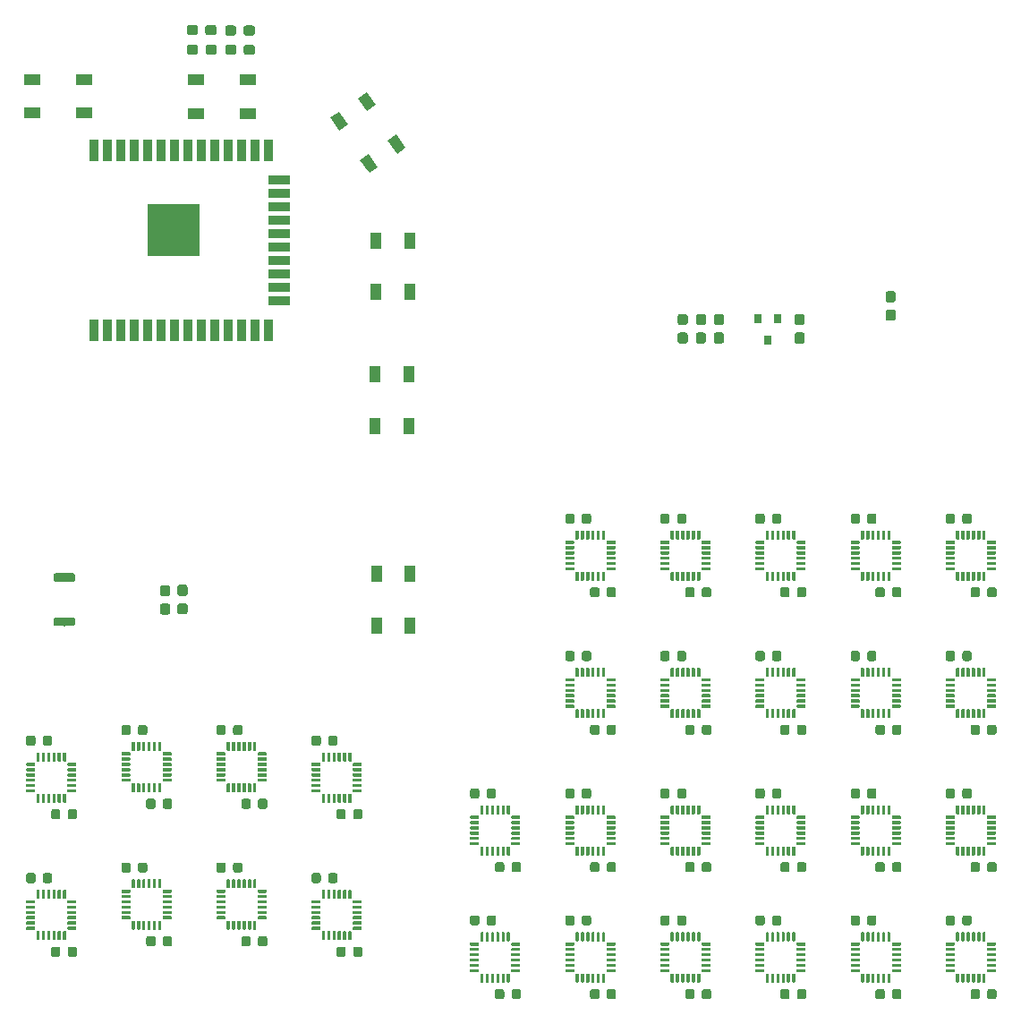
<source format=gbp>
%MOIN*%
%OFA0B0*%
%FSLAX46Y46*%
%IPPOS*%
%LPD*%
%ADD10C,0.0039370078740157488*%
%ADD11C,0.037401574803149609*%
%ADD12C,0.031496062992125991*%
%ADD13R,0.03937007874015748X0.059055118110236227*%
%ADD14R,0.059055118110236227X0.03937007874015748*%
%ADD15R,0.19685039370078741X0.19685039370078741*%
%ADD16R,0.035433070866141732X0.07874015748031496*%
%ADD17R,0.07874015748031496X0.035433070866141732*%
%ADD18C,0.03937007874015748*%
%ADD19R,0.031496062992125991X0.035433070866141732*%
%ADD30C,0.0039370078740157488*%
%ADD31C,0.011811023622047244*%
%ADD32C,0.034448818897637797*%
%ADD33C,0.0039370078740157488*%
%ADD34C,0.011811023622047244*%
%ADD35C,0.034448818897637797*%
%ADD36C,0.0039370078740157488*%
%ADD37C,0.011811023622047244*%
%ADD38C,0.034448818897637797*%
%ADD39C,0.0039370078740157488*%
%ADD40C,0.011811023622047244*%
%ADD41C,0.034448818897637797*%
%ADD42C,0.0039370078740157488*%
%ADD43C,0.011811023622047244*%
%ADD44C,0.034448818897637797*%
%ADD45C,0.0039370078740157488*%
%ADD46C,0.011811023622047244*%
%ADD47C,0.034448818897637797*%
%ADD48C,0.0039370078740157488*%
%ADD49C,0.011811023622047244*%
%ADD50C,0.034448818897637797*%
%ADD51C,0.0039370078740157488*%
%ADD52C,0.011811023622047244*%
%ADD53C,0.034448818897637797*%
%ADD54C,0.0039370078740157488*%
%ADD55C,0.011811023622047244*%
%ADD56C,0.034448818897637797*%
%ADD57C,0.0039370078740157488*%
%ADD58C,0.011811023622047244*%
%ADD59C,0.034448818897637797*%
%ADD60C,0.0039370078740157488*%
%ADD61C,0.011811023622047244*%
%ADD62C,0.034448818897637797*%
%ADD63C,0.0039370078740157488*%
%ADD64C,0.011811023622047244*%
%ADD65C,0.034448818897637797*%
%ADD66C,0.0039370078740157488*%
%ADD67C,0.011811023622047244*%
%ADD68C,0.034448818897637797*%
%ADD69C,0.0039370078740157488*%
%ADD70C,0.011811023622047244*%
%ADD71C,0.034448818897637797*%
%ADD72C,0.0039370078740157488*%
%ADD73C,0.011811023622047244*%
%ADD74C,0.034448818897637797*%
%ADD75C,0.0039370078740157488*%
%ADD76C,0.011811023622047244*%
%ADD77C,0.034448818897637797*%
%ADD78C,0.0039370078740157488*%
%ADD79C,0.011811023622047244*%
%ADD80C,0.034448818897637797*%
%ADD81C,0.0039370078740157488*%
%ADD82C,0.011811023622047244*%
%ADD83C,0.034448818897637797*%
%ADD84C,0.0039370078740157488*%
%ADD85C,0.011811023622047244*%
%ADD86C,0.034448818897637797*%
%ADD87C,0.0039370078740157488*%
%ADD88C,0.011811023622047244*%
%ADD89C,0.034448818897637797*%
%ADD90C,0.0039370078740157488*%
%ADD91C,0.011811023622047244*%
%ADD92C,0.034448818897637797*%
%ADD93C,0.0039370078740157488*%
%ADD94C,0.011811023622047244*%
%ADD95C,0.034448818897637797*%
%ADD96C,0.0039370078740157488*%
%ADD97C,0.011811023622047244*%
%ADD98C,0.034448818897637797*%
%ADD99C,0.0039370078740157488*%
%ADD100C,0.011811023622047244*%
%ADD101C,0.034448818897637797*%
%ADD102C,0.0039370078740157488*%
%ADD103C,0.011811023622047244*%
%ADD104C,0.034448818897637797*%
%ADD105C,0.0039370078740157488*%
%ADD106C,0.011811023622047244*%
%ADD107C,0.034448818897637797*%
%ADD108C,0.0039370078740157488*%
%ADD109C,0.011811023622047244*%
%ADD110C,0.034448818897637797*%
%ADD111C,0.0039370078740157488*%
%ADD112C,0.011811023622047244*%
%ADD113C,0.034448818897637797*%
%ADD114C,0.0039370078740157488*%
%ADD115C,0.011811023622047244*%
%ADD116C,0.034448818897637797*%
%ADD117C,0.0039370078740157488*%
%ADD118C,0.011811023622047244*%
%ADD119C,0.034448818897637797*%
D10*
G36*
X0000748770Y0001717553D02*
G01*
X0000749678Y0001717418D01*
X0000750568Y0001717195D01*
X0000751432Y0001716886D01*
X0000752262Y0001716494D01*
X0000753049Y0001716022D01*
X0000753786Y0001715475D01*
X0000754466Y0001714859D01*
X0000755082Y0001714179D01*
X0000755628Y0001713442D01*
X0000756100Y0001712655D01*
X0000756492Y0001711826D01*
X0000756802Y0001710962D01*
X0000757025Y0001710072D01*
X0000757159Y0001709164D01*
X0000757204Y0001708248D01*
X0000757204Y0001685610D01*
X0000757159Y0001684693D01*
X0000757025Y0001683786D01*
X0000756802Y0001682895D01*
X0000756492Y0001682032D01*
X0000756100Y0001681202D01*
X0000755628Y0001680415D01*
X0000755082Y0001679678D01*
X0000754466Y0001678998D01*
X0000753786Y0001678382D01*
X0000753049Y0001677835D01*
X0000752262Y0001677363D01*
X0000751432Y0001676971D01*
X0000750568Y0001676662D01*
X0000749678Y0001676439D01*
X0000748770Y0001676304D01*
X0000747854Y0001676259D01*
X0000729153Y0001676259D01*
X0000728237Y0001676304D01*
X0000727329Y0001676439D01*
X0000726439Y0001676662D01*
X0000725575Y0001676971D01*
X0000724745Y0001677363D01*
X0000723958Y0001677835D01*
X0000723221Y0001678382D01*
X0000722541Y0001678998D01*
X0000721925Y0001679678D01*
X0000721378Y0001680415D01*
X0000720907Y0001681202D01*
X0000720514Y0001682032D01*
X0000720205Y0001682895D01*
X0000719982Y0001683786D01*
X0000719848Y0001684693D01*
X0000719803Y0001685610D01*
X0000719803Y0001708248D01*
X0000719848Y0001709164D01*
X0000719982Y0001710072D01*
X0000720205Y0001710962D01*
X0000720514Y0001711826D01*
X0000720907Y0001712655D01*
X0000721378Y0001713442D01*
X0000721925Y0001714179D01*
X0000722541Y0001714859D01*
X0000723221Y0001715475D01*
X0000723958Y0001716022D01*
X0000724745Y0001716494D01*
X0000725575Y0001716886D01*
X0000726439Y0001717195D01*
X0000727329Y0001717418D01*
X0000728237Y0001717553D01*
X0000729153Y0001717598D01*
X0000747854Y0001717598D01*
X0000748770Y0001717553D01*
X0000748770Y0001717553D01*
G37*
D11*
X0000738503Y0001696929D03*
D10*
G36*
X0000748770Y0001648655D02*
G01*
X0000749678Y0001648521D01*
X0000750568Y0001648298D01*
X0000751432Y0001647988D01*
X0000752262Y0001647596D01*
X0000753049Y0001647124D01*
X0000753786Y0001646578D01*
X0000754466Y0001645962D01*
X0000755082Y0001645282D01*
X0000755628Y0001644545D01*
X0000756100Y0001643758D01*
X0000756492Y0001642928D01*
X0000756802Y0001642064D01*
X0000757025Y0001641174D01*
X0000757159Y0001640266D01*
X0000757204Y0001639350D01*
X0000757204Y0001616712D01*
X0000757159Y0001615796D01*
X0000757025Y0001614888D01*
X0000756802Y0001613998D01*
X0000756492Y0001613134D01*
X0000756100Y0001612304D01*
X0000755628Y0001611517D01*
X0000755082Y0001610780D01*
X0000754466Y0001610100D01*
X0000753786Y0001609484D01*
X0000753049Y0001608937D01*
X0000752262Y0001608466D01*
X0000751432Y0001608073D01*
X0000750568Y0001607764D01*
X0000749678Y0001607541D01*
X0000748770Y0001607407D01*
X0000747854Y0001607362D01*
X0000729153Y0001607362D01*
X0000728237Y0001607407D01*
X0000727329Y0001607541D01*
X0000726439Y0001607764D01*
X0000725575Y0001608073D01*
X0000724745Y0001608466D01*
X0000723958Y0001608937D01*
X0000723221Y0001609484D01*
X0000722541Y0001610100D01*
X0000721925Y0001610780D01*
X0000721378Y0001611517D01*
X0000720907Y0001612304D01*
X0000720514Y0001613134D01*
X0000720205Y0001613998D01*
X0000719982Y0001614888D01*
X0000719848Y0001615796D01*
X0000719803Y0001616712D01*
X0000719803Y0001639350D01*
X0000719848Y0001640266D01*
X0000719982Y0001641174D01*
X0000720205Y0001642064D01*
X0000720514Y0001642928D01*
X0000720907Y0001643758D01*
X0000721378Y0001644545D01*
X0000721925Y0001645282D01*
X0000722541Y0001645962D01*
X0000723221Y0001646578D01*
X0000723958Y0001647124D01*
X0000724745Y0001647596D01*
X0000725575Y0001647988D01*
X0000726439Y0001648298D01*
X0000727329Y0001648521D01*
X0000728237Y0001648655D01*
X0000729153Y0001648700D01*
X0000747854Y0001648700D01*
X0000748770Y0001648655D01*
X0000748770Y0001648655D01*
G37*
D11*
X0000738503Y0001628031D03*
D10*
G36*
X0000395338Y0001761300D02*
G01*
X0000396103Y0001761187D01*
X0000396852Y0001760999D01*
X0000397580Y0001760739D01*
X0000398278Y0001760408D01*
X0000398941Y0001760011D01*
X0000399562Y0001759551D01*
X0000400134Y0001759032D01*
X0000400653Y0001758459D01*
X0000401113Y0001757839D01*
X0000401511Y0001757176D01*
X0000401841Y0001756477D01*
X0000402101Y0001755750D01*
X0000402289Y0001755000D01*
X0000402402Y0001754236D01*
X0000402440Y0001753464D01*
X0000402440Y0001737716D01*
X0000402402Y0001736944D01*
X0000402289Y0001736180D01*
X0000402101Y0001735430D01*
X0000401841Y0001734703D01*
X0000401511Y0001734004D01*
X0000401113Y0001733341D01*
X0000400653Y0001732721D01*
X0000400134Y0001732148D01*
X0000399562Y0001731629D01*
X0000398941Y0001731169D01*
X0000398278Y0001730772D01*
X0000397580Y0001730441D01*
X0000396852Y0001730181D01*
X0000396103Y0001729993D01*
X0000395338Y0001729880D01*
X0000394566Y0001729842D01*
X0000331574Y0001729842D01*
X0000330803Y0001729880D01*
X0000330038Y0001729993D01*
X0000329289Y0001730181D01*
X0000328561Y0001730441D01*
X0000327862Y0001730772D01*
X0000327200Y0001731169D01*
X0000326579Y0001731629D01*
X0000326007Y0001732148D01*
X0000325488Y0001732721D01*
X0000325027Y0001733341D01*
X0000324630Y0001734004D01*
X0000324300Y0001734703D01*
X0000324039Y0001735430D01*
X0000323852Y0001736180D01*
X0000323738Y0001736944D01*
X0000323700Y0001737716D01*
X0000323700Y0001753464D01*
X0000323738Y0001754236D01*
X0000323852Y0001755000D01*
X0000324039Y0001755750D01*
X0000324300Y0001756477D01*
X0000324630Y0001757176D01*
X0000325027Y0001757839D01*
X0000325488Y0001758459D01*
X0000326007Y0001759032D01*
X0000326579Y0001759551D01*
X0000327200Y0001760011D01*
X0000327862Y0001760408D01*
X0000328561Y0001760739D01*
X0000329289Y0001760999D01*
X0000330038Y0001761187D01*
X0000330803Y0001761300D01*
X0000331574Y0001761338D01*
X0000394566Y0001761338D01*
X0000395338Y0001761300D01*
X0000395338Y0001761300D01*
G37*
D12*
X0000363070Y0001745590D03*
D10*
G36*
X0000395338Y0001595946D02*
G01*
X0000396103Y0001595832D01*
X0000396852Y0001595645D01*
X0000397580Y0001595384D01*
X0000398278Y0001595054D01*
X0000398941Y0001594657D01*
X0000399562Y0001594196D01*
X0000400134Y0001593677D01*
X0000400653Y0001593105D01*
X0000401113Y0001592484D01*
X0000401511Y0001591821D01*
X0000401841Y0001591123D01*
X0000402101Y0001590395D01*
X0000402289Y0001589646D01*
X0000402402Y0001588882D01*
X0000402440Y0001588110D01*
X0000402440Y0001572362D01*
X0000402402Y0001571590D01*
X0000402289Y0001570826D01*
X0000402101Y0001570076D01*
X0000401841Y0001569348D01*
X0000401511Y0001568650D01*
X0000401113Y0001567987D01*
X0000400653Y0001567366D01*
X0000400134Y0001566794D01*
X0000399562Y0001566275D01*
X0000398941Y0001565815D01*
X0000398278Y0001565417D01*
X0000397580Y0001565087D01*
X0000396852Y0001564827D01*
X0000396103Y0001564639D01*
X0000395338Y0001564526D01*
X0000394566Y0001564488D01*
X0000331574Y0001564488D01*
X0000330803Y0001564526D01*
X0000330038Y0001564639D01*
X0000329289Y0001564827D01*
X0000328561Y0001565087D01*
X0000327862Y0001565417D01*
X0000327200Y0001565815D01*
X0000326579Y0001566275D01*
X0000326007Y0001566794D01*
X0000325488Y0001567366D01*
X0000325027Y0001567987D01*
X0000324630Y0001568650D01*
X0000324300Y0001569348D01*
X0000324039Y0001570076D01*
X0000323852Y0001570826D01*
X0000323738Y0001571590D01*
X0000323700Y0001572362D01*
X0000323700Y0001588110D01*
X0000323738Y0001588882D01*
X0000323852Y0001589646D01*
X0000324039Y0001590395D01*
X0000324300Y0001591123D01*
X0000324630Y0001591821D01*
X0000325027Y0001592484D01*
X0000325488Y0001593105D01*
X0000326007Y0001593677D01*
X0000326579Y0001594196D01*
X0000327200Y0001594657D01*
X0000327862Y0001595054D01*
X0000328561Y0001595384D01*
X0000329289Y0001595645D01*
X0000330038Y0001595832D01*
X0000330803Y0001595946D01*
X0000331574Y0001595984D01*
X0000394566Y0001595984D01*
X0000395338Y0001595946D01*
X0000395338Y0001595946D01*
G37*
D12*
X0000363070Y0001580236D03*
D13*
X0001651181Y0001566456D03*
X0001525196Y0001566456D03*
X0001651181Y0001759370D03*
X0001525196Y0001759370D03*
D10*
G36*
X0000813534Y0001718065D02*
G01*
X0000814442Y0001717930D01*
X0000815332Y0001717707D01*
X0000816196Y0001717398D01*
X0000817025Y0001717006D01*
X0000817812Y0001716534D01*
X0000818549Y0001715987D01*
X0000819229Y0001715371D01*
X0000819846Y0001714691D01*
X0000820392Y0001713954D01*
X0000820864Y0001713167D01*
X0000821256Y0001712338D01*
X0000821565Y0001711474D01*
X0000821788Y0001710584D01*
X0000821923Y0001709676D01*
X0000821968Y0001708759D01*
X0000821968Y0001686122D01*
X0000821923Y0001685205D01*
X0000821788Y0001684297D01*
X0000821565Y0001683407D01*
X0000821256Y0001682543D01*
X0000820864Y0001681714D01*
X0000820392Y0001680927D01*
X0000819846Y0001680190D01*
X0000819229Y0001679510D01*
X0000818549Y0001678894D01*
X0000817812Y0001678347D01*
X0000817025Y0001677875D01*
X0000816196Y0001677483D01*
X0000815332Y0001677174D01*
X0000814442Y0001676951D01*
X0000813534Y0001676816D01*
X0000812618Y0001676771D01*
X0000793917Y0001676771D01*
X0000793000Y0001676816D01*
X0000792093Y0001676951D01*
X0000791202Y0001677174D01*
X0000790339Y0001677483D01*
X0000789509Y0001677875D01*
X0000788722Y0001678347D01*
X0000787985Y0001678894D01*
X0000787305Y0001679510D01*
X0000786689Y0001680190D01*
X0000786142Y0001680927D01*
X0000785670Y0001681714D01*
X0000785278Y0001682543D01*
X0000784969Y0001683407D01*
X0000784746Y0001684297D01*
X0000784611Y0001685205D01*
X0000784566Y0001686122D01*
X0000784566Y0001708759D01*
X0000784611Y0001709676D01*
X0000784746Y0001710584D01*
X0000784969Y0001711474D01*
X0000785278Y0001712338D01*
X0000785670Y0001713167D01*
X0000786142Y0001713954D01*
X0000786689Y0001714691D01*
X0000787305Y0001715371D01*
X0000787985Y0001715987D01*
X0000788722Y0001716534D01*
X0000789509Y0001717006D01*
X0000790339Y0001717398D01*
X0000791202Y0001717707D01*
X0000792093Y0001717930D01*
X0000793000Y0001718065D01*
X0000793917Y0001718110D01*
X0000812618Y0001718110D01*
X0000813534Y0001718065D01*
X0000813534Y0001718065D01*
G37*
D11*
X0000803267Y0001697440D03*
D10*
G36*
X0000813534Y0001649167D02*
G01*
X0000814442Y0001649032D01*
X0000815332Y0001648809D01*
X0000816196Y0001648500D01*
X0000817025Y0001648108D01*
X0000817812Y0001647636D01*
X0000818549Y0001647090D01*
X0000819229Y0001646473D01*
X0000819846Y0001645794D01*
X0000820392Y0001645057D01*
X0000820864Y0001644269D01*
X0000821256Y0001643440D01*
X0000821565Y0001642576D01*
X0000821788Y0001641686D01*
X0000821923Y0001640778D01*
X0000821968Y0001639862D01*
X0000821968Y0001617224D01*
X0000821923Y0001616307D01*
X0000821788Y0001615400D01*
X0000821565Y0001614510D01*
X0000821256Y0001613646D01*
X0000820864Y0001612816D01*
X0000820392Y0001612029D01*
X0000819846Y0001611292D01*
X0000819229Y0001610612D01*
X0000818549Y0001609996D01*
X0000817812Y0001609449D01*
X0000817025Y0001608978D01*
X0000816196Y0001608585D01*
X0000815332Y0001608276D01*
X0000814442Y0001608053D01*
X0000813534Y0001607919D01*
X0000812618Y0001607874D01*
X0000793917Y0001607874D01*
X0000793000Y0001607919D01*
X0000792093Y0001608053D01*
X0000791202Y0001608276D01*
X0000790339Y0001608585D01*
X0000789509Y0001608978D01*
X0000788722Y0001609449D01*
X0000787985Y0001609996D01*
X0000787305Y0001610612D01*
X0000786689Y0001611292D01*
X0000786142Y0001612029D01*
X0000785670Y0001612816D01*
X0000785278Y0001613646D01*
X0000784969Y0001614510D01*
X0000784746Y0001615400D01*
X0000784611Y0001616307D01*
X0000784566Y0001617224D01*
X0000784566Y0001639862D01*
X0000784611Y0001640778D01*
X0000784746Y0001641686D01*
X0000784969Y0001642576D01*
X0000785278Y0001643440D01*
X0000785670Y0001644269D01*
X0000786142Y0001645057D01*
X0000786689Y0001645794D01*
X0000787305Y0001646473D01*
X0000787985Y0001647090D01*
X0000788722Y0001647636D01*
X0000789509Y0001648108D01*
X0000790339Y0001648500D01*
X0000791202Y0001648809D01*
X0000792093Y0001649032D01*
X0000793000Y0001649167D01*
X0000793917Y0001649212D01*
X0000812618Y0001649212D01*
X0000813534Y0001649167D01*
X0000813534Y0001649167D01*
G37*
D11*
X0000803267Y0001628543D03*
D14*
X0000853936Y0003473779D03*
X0000853936Y0003599763D03*
X0001046850Y0003473779D03*
X0001046850Y0003599763D03*
D10*
G36*
X0000852077Y0003802671D02*
G01*
X0000852985Y0003802536D01*
X0000853875Y0003802313D01*
X0000854739Y0003802004D01*
X0000855569Y0003801612D01*
X0000856356Y0003801140D01*
X0000857093Y0003800594D01*
X0000857773Y0003799977D01*
X0000858389Y0003799297D01*
X0000858935Y0003798560D01*
X0000859407Y0003797773D01*
X0000859800Y0003796944D01*
X0000860109Y0003796080D01*
X0000860332Y0003795190D01*
X0000860466Y0003794282D01*
X0000860511Y0003793366D01*
X0000860511Y0003774665D01*
X0000860466Y0003773748D01*
X0000860332Y0003772841D01*
X0000860109Y0003771951D01*
X0000859800Y0003771087D01*
X0000859407Y0003770257D01*
X0000858935Y0003769470D01*
X0000858389Y0003768733D01*
X0000857773Y0003768053D01*
X0000857093Y0003767437D01*
X0000856356Y0003766890D01*
X0000855569Y0003766419D01*
X0000854739Y0003766026D01*
X0000853875Y0003765717D01*
X0000852985Y0003765494D01*
X0000852077Y0003765359D01*
X0000851161Y0003765314D01*
X0000828523Y0003765314D01*
X0000827607Y0003765359D01*
X0000826699Y0003765494D01*
X0000825809Y0003765717D01*
X0000824945Y0003766026D01*
X0000824115Y0003766419D01*
X0000823328Y0003766890D01*
X0000822591Y0003767437D01*
X0000821911Y0003768053D01*
X0000821295Y0003768733D01*
X0000820749Y0003769470D01*
X0000820277Y0003770257D01*
X0000819884Y0003771087D01*
X0000819575Y0003771951D01*
X0000819352Y0003772841D01*
X0000819218Y0003773748D01*
X0000819173Y0003774665D01*
X0000819173Y0003793366D01*
X0000819218Y0003794282D01*
X0000819352Y0003795190D01*
X0000819575Y0003796080D01*
X0000819884Y0003796944D01*
X0000820277Y0003797773D01*
X0000820749Y0003798560D01*
X0000821295Y0003799297D01*
X0000821911Y0003799977D01*
X0000822591Y0003800594D01*
X0000823328Y0003801140D01*
X0000824115Y0003801612D01*
X0000824945Y0003802004D01*
X0000825809Y0003802313D01*
X0000826699Y0003802536D01*
X0000827607Y0003802671D01*
X0000828523Y0003802716D01*
X0000851161Y0003802716D01*
X0000852077Y0003802671D01*
X0000852077Y0003802671D01*
G37*
D11*
X0000839842Y0003784015D03*
D10*
G36*
X0000920975Y0003802671D02*
G01*
X0000921883Y0003802536D01*
X0000922773Y0003802313D01*
X0000923637Y0003802004D01*
X0000924466Y0003801612D01*
X0000925253Y0003801140D01*
X0000925990Y0003800594D01*
X0000926670Y0003799977D01*
X0000927286Y0003799297D01*
X0000927833Y0003798560D01*
X0000928305Y0003797773D01*
X0000928697Y0003796944D01*
X0000929006Y0003796080D01*
X0000929229Y0003795190D01*
X0000929364Y0003794282D01*
X0000929409Y0003793366D01*
X0000929409Y0003774665D01*
X0000929364Y0003773748D01*
X0000929229Y0003772841D01*
X0000929006Y0003771951D01*
X0000928697Y0003771087D01*
X0000928305Y0003770257D01*
X0000927833Y0003769470D01*
X0000927286Y0003768733D01*
X0000926670Y0003768053D01*
X0000925990Y0003767437D01*
X0000925253Y0003766890D01*
X0000924466Y0003766419D01*
X0000923637Y0003766026D01*
X0000922773Y0003765717D01*
X0000921883Y0003765494D01*
X0000920975Y0003765359D01*
X0000920059Y0003765314D01*
X0000897421Y0003765314D01*
X0000896504Y0003765359D01*
X0000895597Y0003765494D01*
X0000894706Y0003765717D01*
X0000893842Y0003766026D01*
X0000893013Y0003766419D01*
X0000892226Y0003766890D01*
X0000891489Y0003767437D01*
X0000890809Y0003768053D01*
X0000890193Y0003768733D01*
X0000889646Y0003769470D01*
X0000889174Y0003770257D01*
X0000888782Y0003771087D01*
X0000888473Y0003771951D01*
X0000888250Y0003772841D01*
X0000888115Y0003773748D01*
X0000888070Y0003774665D01*
X0000888070Y0003793366D01*
X0000888115Y0003794282D01*
X0000888250Y0003795190D01*
X0000888473Y0003796080D01*
X0000888782Y0003796944D01*
X0000889174Y0003797773D01*
X0000889646Y0003798560D01*
X0000890193Y0003799297D01*
X0000890809Y0003799977D01*
X0000891489Y0003800594D01*
X0000892226Y0003801140D01*
X0000893013Y0003801612D01*
X0000893842Y0003802004D01*
X0000894706Y0003802313D01*
X0000895597Y0003802536D01*
X0000896504Y0003802671D01*
X0000897421Y0003802716D01*
X0000920059Y0003802716D01*
X0000920975Y0003802671D01*
X0000920975Y0003802671D01*
G37*
D11*
X0000908740Y0003784015D03*
D10*
G36*
X0000994912Y0003801096D02*
G01*
X0000995820Y0003800962D01*
X0000996710Y0003800739D01*
X0000997574Y0003800429D01*
X0000998403Y0003800037D01*
X0000999190Y0003799565D01*
X0000999927Y0003799019D01*
X0001000607Y0003798403D01*
X0001001224Y0003797723D01*
X0001001770Y0003796986D01*
X0001002242Y0003796199D01*
X0001002634Y0003795369D01*
X0001002943Y0003794505D01*
X0001003166Y0003793615D01*
X0001003301Y0003792707D01*
X0001003346Y0003791791D01*
X0001003346Y0003773090D01*
X0001003301Y0003772174D01*
X0001003166Y0003771266D01*
X0001002943Y0003770376D01*
X0001002634Y0003769512D01*
X0001002242Y0003768682D01*
X0001001770Y0003767895D01*
X0001001224Y0003767158D01*
X0001000607Y0003766478D01*
X0000999927Y0003765862D01*
X0000999190Y0003765315D01*
X0000998403Y0003764844D01*
X0000997574Y0003764451D01*
X0000996710Y0003764142D01*
X0000995820Y0003763919D01*
X0000994912Y0003763785D01*
X0000993996Y0003763740D01*
X0000971358Y0003763740D01*
X0000970441Y0003763785D01*
X0000969534Y0003763919D01*
X0000968643Y0003764142D01*
X0000967780Y0003764451D01*
X0000966950Y0003764844D01*
X0000966163Y0003765315D01*
X0000965426Y0003765862D01*
X0000964746Y0003766478D01*
X0000964130Y0003767158D01*
X0000963583Y0003767895D01*
X0000963111Y0003768682D01*
X0000962719Y0003769512D01*
X0000962410Y0003770376D01*
X0000962187Y0003771266D01*
X0000962052Y0003772174D01*
X0000962007Y0003773090D01*
X0000962007Y0003791791D01*
X0000962052Y0003792707D01*
X0000962187Y0003793615D01*
X0000962410Y0003794505D01*
X0000962719Y0003795369D01*
X0000963111Y0003796199D01*
X0000963583Y0003796986D01*
X0000964130Y0003797723D01*
X0000964746Y0003798403D01*
X0000965426Y0003799019D01*
X0000966163Y0003799565D01*
X0000966950Y0003800037D01*
X0000967780Y0003800429D01*
X0000968643Y0003800739D01*
X0000969534Y0003800962D01*
X0000970441Y0003801096D01*
X0000971358Y0003801141D01*
X0000993996Y0003801141D01*
X0000994912Y0003801096D01*
X0000994912Y0003801096D01*
G37*
D11*
X0000982677Y0003782440D03*
D10*
G36*
X0001063810Y0003801096D02*
G01*
X0001064717Y0003800962D01*
X0001065607Y0003800739D01*
X0001066471Y0003800429D01*
X0001067301Y0003800037D01*
X0001068088Y0003799565D01*
X0001068825Y0003799019D01*
X0001069505Y0003798403D01*
X0001070121Y0003797723D01*
X0001070668Y0003796986D01*
X0001071139Y0003796199D01*
X0001071532Y0003795369D01*
X0001071841Y0003794505D01*
X0001072064Y0003793615D01*
X0001072199Y0003792707D01*
X0001072244Y0003791791D01*
X0001072244Y0003773090D01*
X0001072199Y0003772174D01*
X0001072064Y0003771266D01*
X0001071841Y0003770376D01*
X0001071532Y0003769512D01*
X0001071139Y0003768682D01*
X0001070668Y0003767895D01*
X0001070121Y0003767158D01*
X0001069505Y0003766478D01*
X0001068825Y0003765862D01*
X0001068088Y0003765315D01*
X0001067301Y0003764844D01*
X0001066471Y0003764451D01*
X0001065607Y0003764142D01*
X0001064717Y0003763919D01*
X0001063810Y0003763785D01*
X0001062893Y0003763740D01*
X0001040255Y0003763740D01*
X0001039339Y0003763785D01*
X0001038431Y0003763919D01*
X0001037541Y0003764142D01*
X0001036677Y0003764451D01*
X0001035848Y0003764844D01*
X0001035061Y0003765315D01*
X0001034324Y0003765862D01*
X0001033644Y0003766478D01*
X0001033027Y0003767158D01*
X0001032481Y0003767895D01*
X0001032009Y0003768682D01*
X0001031617Y0003769512D01*
X0001031308Y0003770376D01*
X0001031085Y0003771266D01*
X0001030950Y0003772174D01*
X0001030905Y0003773090D01*
X0001030905Y0003791791D01*
X0001030950Y0003792707D01*
X0001031085Y0003793615D01*
X0001031308Y0003794505D01*
X0001031617Y0003795369D01*
X0001032009Y0003796199D01*
X0001032481Y0003796986D01*
X0001033027Y0003797723D01*
X0001033644Y0003798403D01*
X0001034324Y0003799019D01*
X0001035061Y0003799565D01*
X0001035848Y0003800037D01*
X0001036677Y0003800429D01*
X0001037541Y0003800739D01*
X0001038431Y0003800962D01*
X0001039339Y0003801096D01*
X0001040255Y0003801141D01*
X0001062893Y0003801141D01*
X0001063810Y0003801096D01*
X0001063810Y0003801096D01*
G37*
D11*
X0001051574Y0003782440D03*
D13*
X0001647519Y0002310157D03*
X0001521535Y0002310157D03*
X0001647519Y0002503070D03*
X0001521535Y0002503070D03*
D15*
X0000769370Y0003040393D03*
D16*
X0000474094Y0003335669D03*
X0000524094Y0003335669D03*
X0000574094Y0003335669D03*
X0000624094Y0003335669D03*
X0000674094Y0003335669D03*
X0000724094Y0003335669D03*
X0000774094Y0003335669D03*
X0000824094Y0003335669D03*
X0000874094Y0003335669D03*
X0000924094Y0003335669D03*
X0000974094Y0003335669D03*
X0001024094Y0003335669D03*
X0001074094Y0003335669D03*
X0001124094Y0003335669D03*
D17*
X0001163464Y0003226023D03*
X0001163464Y0003176023D03*
X0001163464Y0003126023D03*
X0001163464Y0003076023D03*
X0001163464Y0003026023D03*
X0001163464Y0002976023D03*
X0001163464Y0002926023D03*
X0001163464Y0002876023D03*
X0001163464Y0002826023D03*
X0001163464Y0002776023D03*
D16*
X0001124094Y0002666377D03*
X0001074094Y0002666377D03*
X0001024094Y0002666377D03*
X0000974094Y0002666377D03*
X0000924094Y0002666377D03*
X0000874094Y0002666377D03*
X0000824094Y0002666377D03*
X0000774094Y0002666377D03*
X0000724094Y0002666377D03*
X0000674094Y0002666377D03*
X0000624094Y0002666377D03*
X0000574094Y0002666377D03*
X0000524094Y0002666377D03*
X0000474094Y0002666377D03*
D10*
G36*
X0001064125Y0003729679D02*
G01*
X0001065032Y0003729544D01*
X0001065922Y0003729321D01*
X0001066786Y0003729012D01*
X0001067616Y0003728620D01*
X0001068403Y0003728148D01*
X0001069140Y0003727601D01*
X0001069820Y0003726985D01*
X0001070436Y0003726305D01*
X0001070983Y0003725568D01*
X0001071454Y0003724781D01*
X0001071847Y0003723952D01*
X0001072156Y0003723088D01*
X0001072379Y0003722198D01*
X0001072514Y0003721290D01*
X0001072559Y0003720374D01*
X0001072559Y0003701673D01*
X0001072514Y0003700756D01*
X0001072379Y0003699849D01*
X0001072156Y0003698958D01*
X0001071847Y0003698095D01*
X0001071454Y0003697265D01*
X0001070983Y0003696478D01*
X0001070436Y0003695741D01*
X0001069820Y0003695061D01*
X0001069140Y0003694445D01*
X0001068403Y0003693898D01*
X0001067616Y0003693426D01*
X0001066786Y0003693034D01*
X0001065922Y0003692725D01*
X0001065032Y0003692502D01*
X0001064125Y0003692367D01*
X0001063208Y0003692322D01*
X0001040570Y0003692322D01*
X0001039654Y0003692367D01*
X0001038746Y0003692502D01*
X0001037856Y0003692725D01*
X0001036992Y0003693034D01*
X0001036163Y0003693426D01*
X0001035376Y0003693898D01*
X0001034639Y0003694445D01*
X0001033959Y0003695061D01*
X0001033342Y0003695741D01*
X0001032796Y0003696478D01*
X0001032324Y0003697265D01*
X0001031932Y0003698095D01*
X0001031623Y0003698958D01*
X0001031400Y0003699849D01*
X0001031265Y0003700756D01*
X0001031220Y0003701673D01*
X0001031220Y0003720374D01*
X0001031265Y0003721290D01*
X0001031400Y0003722198D01*
X0001031623Y0003723088D01*
X0001031932Y0003723952D01*
X0001032324Y0003724781D01*
X0001032796Y0003725568D01*
X0001033342Y0003726305D01*
X0001033959Y0003726985D01*
X0001034639Y0003727601D01*
X0001035376Y0003728148D01*
X0001036163Y0003728620D01*
X0001036992Y0003729012D01*
X0001037856Y0003729321D01*
X0001038746Y0003729544D01*
X0001039654Y0003729679D01*
X0001040570Y0003729724D01*
X0001063208Y0003729724D01*
X0001064125Y0003729679D01*
X0001064125Y0003729679D01*
G37*
D11*
X0001051889Y0003711023D03*
D10*
G36*
X0000995227Y0003729679D02*
G01*
X0000996135Y0003729544D01*
X0000997025Y0003729321D01*
X0000997889Y0003729012D01*
X0000998718Y0003728620D01*
X0000999505Y0003728148D01*
X0001000242Y0003727601D01*
X0001000922Y0003726985D01*
X0001001538Y0003726305D01*
X0001002085Y0003725568D01*
X0001002557Y0003724781D01*
X0001002949Y0003723952D01*
X0001003258Y0003723088D01*
X0001003481Y0003722198D01*
X0001003616Y0003721290D01*
X0001003661Y0003720374D01*
X0001003661Y0003701673D01*
X0001003616Y0003700756D01*
X0001003481Y0003699849D01*
X0001003258Y0003698958D01*
X0001002949Y0003698095D01*
X0001002557Y0003697265D01*
X0001002085Y0003696478D01*
X0001001538Y0003695741D01*
X0001000922Y0003695061D01*
X0001000242Y0003694445D01*
X0000999505Y0003693898D01*
X0000998718Y0003693426D01*
X0000997889Y0003693034D01*
X0000997025Y0003692725D01*
X0000996135Y0003692502D01*
X0000995227Y0003692367D01*
X0000994311Y0003692322D01*
X0000971673Y0003692322D01*
X0000970756Y0003692367D01*
X0000969849Y0003692502D01*
X0000968958Y0003692725D01*
X0000968095Y0003693034D01*
X0000967265Y0003693426D01*
X0000966478Y0003693898D01*
X0000965741Y0003694445D01*
X0000965061Y0003695061D01*
X0000964445Y0003695741D01*
X0000963898Y0003696478D01*
X0000963426Y0003697265D01*
X0000963034Y0003698095D01*
X0000962725Y0003698958D01*
X0000962502Y0003699849D01*
X0000962367Y0003700756D01*
X0000962322Y0003701673D01*
X0000962322Y0003720374D01*
X0000962367Y0003721290D01*
X0000962502Y0003722198D01*
X0000962725Y0003723088D01*
X0000963034Y0003723952D01*
X0000963426Y0003724781D01*
X0000963898Y0003725568D01*
X0000964445Y0003726305D01*
X0000965061Y0003726985D01*
X0000965741Y0003727601D01*
X0000966478Y0003728148D01*
X0000967265Y0003728620D01*
X0000968095Y0003729012D01*
X0000968958Y0003729321D01*
X0000969849Y0003729544D01*
X0000970756Y0003729679D01*
X0000971673Y0003729724D01*
X0000994311Y0003729724D01*
X0000995227Y0003729679D01*
X0000995227Y0003729679D01*
G37*
D11*
X0000982992Y0003711023D03*
D10*
G36*
X0000921920Y0003730230D02*
G01*
X0000922828Y0003730095D01*
X0000923718Y0003729872D01*
X0000924582Y0003729563D01*
X0000925411Y0003729171D01*
X0000926198Y0003728699D01*
X0000926935Y0003728153D01*
X0000927615Y0003727536D01*
X0000928231Y0003726857D01*
X0000928778Y0003726120D01*
X0000929250Y0003725332D01*
X0000929642Y0003724503D01*
X0000929951Y0003723639D01*
X0000930174Y0003722749D01*
X0000930309Y0003721841D01*
X0000930354Y0003720925D01*
X0000930354Y0003702224D01*
X0000930309Y0003701307D01*
X0000930174Y0003700400D01*
X0000929951Y0003699510D01*
X0000929642Y0003698646D01*
X0000929250Y0003697816D01*
X0000928778Y0003697029D01*
X0000928231Y0003696292D01*
X0000927615Y0003695612D01*
X0000926935Y0003694996D01*
X0000926198Y0003694449D01*
X0000925411Y0003693978D01*
X0000924582Y0003693585D01*
X0000923718Y0003693276D01*
X0000922828Y0003693053D01*
X0000921920Y0003692919D01*
X0000921003Y0003692874D01*
X0000898366Y0003692874D01*
X0000897449Y0003692919D01*
X0000896541Y0003693053D01*
X0000895651Y0003693276D01*
X0000894787Y0003693585D01*
X0000893958Y0003693978D01*
X0000893171Y0003694449D01*
X0000892434Y0003694996D01*
X0000891754Y0003695612D01*
X0000891138Y0003696292D01*
X0000890591Y0003697029D01*
X0000890119Y0003697816D01*
X0000889727Y0003698646D01*
X0000889418Y0003699510D01*
X0000889195Y0003700400D01*
X0000889060Y0003701307D01*
X0000889015Y0003702224D01*
X0000889015Y0003720925D01*
X0000889060Y0003721841D01*
X0000889195Y0003722749D01*
X0000889418Y0003723639D01*
X0000889727Y0003724503D01*
X0000890119Y0003725332D01*
X0000890591Y0003726120D01*
X0000891138Y0003726857D01*
X0000891754Y0003727536D01*
X0000892434Y0003728153D01*
X0000893171Y0003728699D01*
X0000893958Y0003729171D01*
X0000894787Y0003729563D01*
X0000895651Y0003729872D01*
X0000896541Y0003730095D01*
X0000897449Y0003730230D01*
X0000898366Y0003730275D01*
X0000921003Y0003730275D01*
X0000921920Y0003730230D01*
X0000921920Y0003730230D01*
G37*
D11*
X0000909685Y0003711574D03*
D10*
G36*
X0000853022Y0003730230D02*
G01*
X0000853930Y0003730095D01*
X0000854820Y0003729872D01*
X0000855684Y0003729563D01*
X0000856514Y0003729171D01*
X0000857301Y0003728699D01*
X0000858038Y0003728153D01*
X0000858718Y0003727536D01*
X0000859334Y0003726857D01*
X0000859880Y0003726120D01*
X0000860352Y0003725332D01*
X0000860744Y0003724503D01*
X0000861054Y0003723639D01*
X0000861277Y0003722749D01*
X0000861411Y0003721841D01*
X0000861456Y0003720925D01*
X0000861456Y0003702224D01*
X0000861411Y0003701307D01*
X0000861277Y0003700400D01*
X0000861054Y0003699510D01*
X0000860744Y0003698646D01*
X0000860352Y0003697816D01*
X0000859880Y0003697029D01*
X0000859334Y0003696292D01*
X0000858718Y0003695612D01*
X0000858038Y0003694996D01*
X0000857301Y0003694449D01*
X0000856514Y0003693978D01*
X0000855684Y0003693585D01*
X0000854820Y0003693276D01*
X0000853930Y0003693053D01*
X0000853022Y0003692919D01*
X0000852106Y0003692874D01*
X0000829468Y0003692874D01*
X0000828551Y0003692919D01*
X0000827644Y0003693053D01*
X0000826754Y0003693276D01*
X0000825890Y0003693585D01*
X0000825060Y0003693978D01*
X0000824273Y0003694449D01*
X0000823536Y0003694996D01*
X0000822856Y0003695612D01*
X0000822240Y0003696292D01*
X0000821693Y0003697029D01*
X0000821222Y0003697816D01*
X0000820829Y0003698646D01*
X0000820520Y0003699510D01*
X0000820297Y0003700400D01*
X0000820163Y0003701307D01*
X0000820118Y0003702224D01*
X0000820118Y0003720925D01*
X0000820163Y0003721841D01*
X0000820297Y0003722749D01*
X0000820520Y0003723639D01*
X0000820829Y0003724503D01*
X0000821222Y0003725332D01*
X0000821693Y0003726120D01*
X0000822240Y0003726857D01*
X0000822856Y0003727536D01*
X0000823536Y0003728153D01*
X0000824273Y0003728699D01*
X0000825060Y0003729171D01*
X0000825890Y0003729563D01*
X0000826754Y0003729872D01*
X0000827644Y0003730095D01*
X0000828551Y0003730230D01*
X0000829468Y0003730275D01*
X0000852106Y0003730275D01*
X0000853022Y0003730230D01*
X0000853022Y0003730230D01*
G37*
D11*
X0000840787Y0003711574D03*
D13*
X0001523897Y0003000984D03*
X0001649881Y0003000984D03*
X0001523897Y0002808070D03*
X0001649881Y0002808070D03*
D14*
X0000436496Y0003600669D03*
X0000436496Y0003474685D03*
X0000243582Y0003600669D03*
X0000243582Y0003474685D03*
D18*
X0001601334Y0003359283D03*
D10*
G36*
X0001568273Y0003372180D02*
G01*
X0001600523Y0003394761D01*
X0001634396Y0003346386D01*
X0001602146Y0003323805D01*
X0001568273Y0003372180D01*
X0001568273Y0003372180D01*
G37*
D18*
X0001498134Y0003287021D03*
D10*
G36*
X0001465073Y0003299918D02*
G01*
X0001497323Y0003322500D01*
X0001531195Y0003274125D01*
X0001498945Y0003251543D01*
X0001465073Y0003299918D01*
X0001465073Y0003299918D01*
G37*
D18*
X0001490684Y0003517308D03*
D10*
G36*
X0001457622Y0003530205D02*
G01*
X0001489872Y0003552787D01*
X0001523745Y0003504412D01*
X0001491495Y0003481830D01*
X0001457622Y0003530205D01*
X0001457622Y0003530205D01*
G37*
D18*
X0001387484Y0003445047D03*
D10*
G36*
X0001354422Y0003457943D02*
G01*
X0001386672Y0003480525D01*
X0001420545Y0003432150D01*
X0001388295Y0003409568D01*
X0001354422Y0003457943D01*
X0001354422Y0003457943D01*
G37*
G36*
X0003112196Y0002658183D02*
G01*
X0003113103Y0002658048D01*
X0003113993Y0002657825D01*
X0003114857Y0002657516D01*
X0003115687Y0002657124D01*
X0003116474Y0002656652D01*
X0003117211Y0002656105D01*
X0003117891Y0002655489D01*
X0003118507Y0002654809D01*
X0003119054Y0002654072D01*
X0003119525Y0002653285D01*
X0003119918Y0002652456D01*
X0003120227Y0002651592D01*
X0003120450Y0002650702D01*
X0003120584Y0002649794D01*
X0003120629Y0002648877D01*
X0003120629Y0002626240D01*
X0003120584Y0002625323D01*
X0003120450Y0002624415D01*
X0003120227Y0002623525D01*
X0003119918Y0002622661D01*
X0003119525Y0002621832D01*
X0003119054Y0002621045D01*
X0003118507Y0002620308D01*
X0003117891Y0002619628D01*
X0003117211Y0002619012D01*
X0003116474Y0002618465D01*
X0003115687Y0002617993D01*
X0003114857Y0002617601D01*
X0003113993Y0002617292D01*
X0003113103Y0002617069D01*
X0003112196Y0002616934D01*
X0003111279Y0002616889D01*
X0003092578Y0002616889D01*
X0003091662Y0002616934D01*
X0003090754Y0002617069D01*
X0003089864Y0002617292D01*
X0003089000Y0002617601D01*
X0003088170Y0002617993D01*
X0003087383Y0002618465D01*
X0003086646Y0002619012D01*
X0003085967Y0002619628D01*
X0003085350Y0002620308D01*
X0003084804Y0002621045D01*
X0003084332Y0002621832D01*
X0003083940Y0002622661D01*
X0003083630Y0002623525D01*
X0003083407Y0002624415D01*
X0003083273Y0002625323D01*
X0003083228Y0002626240D01*
X0003083228Y0002648877D01*
X0003083273Y0002649794D01*
X0003083407Y0002650702D01*
X0003083630Y0002651592D01*
X0003083940Y0002652456D01*
X0003084332Y0002653285D01*
X0003084804Y0002654072D01*
X0003085350Y0002654809D01*
X0003085967Y0002655489D01*
X0003086646Y0002656105D01*
X0003087383Y0002656652D01*
X0003088170Y0002657124D01*
X0003089000Y0002657516D01*
X0003089864Y0002657825D01*
X0003090754Y0002658048D01*
X0003091662Y0002658183D01*
X0003092578Y0002658228D01*
X0003111279Y0002658228D01*
X0003112196Y0002658183D01*
X0003112196Y0002658183D01*
G37*
D11*
X0003101929Y0002637559D03*
D10*
G36*
X0003112196Y0002727080D02*
G01*
X0003113103Y0002726946D01*
X0003113993Y0002726723D01*
X0003114857Y0002726414D01*
X0003115687Y0002726021D01*
X0003116474Y0002725550D01*
X0003117211Y0002725003D01*
X0003117891Y0002724387D01*
X0003118507Y0002723707D01*
X0003119054Y0002722970D01*
X0003119525Y0002722183D01*
X0003119918Y0002721353D01*
X0003120227Y0002720489D01*
X0003120450Y0002719599D01*
X0003120584Y0002718692D01*
X0003120629Y0002717775D01*
X0003120629Y0002695137D01*
X0003120584Y0002694221D01*
X0003120450Y0002693313D01*
X0003120227Y0002692423D01*
X0003119918Y0002691559D01*
X0003119525Y0002690730D01*
X0003119054Y0002689942D01*
X0003118507Y0002689205D01*
X0003117891Y0002688526D01*
X0003117211Y0002687909D01*
X0003116474Y0002687363D01*
X0003115687Y0002686891D01*
X0003114857Y0002686499D01*
X0003113993Y0002686190D01*
X0003113103Y0002685967D01*
X0003112196Y0002685832D01*
X0003111279Y0002685787D01*
X0003092578Y0002685787D01*
X0003091662Y0002685832D01*
X0003090754Y0002685967D01*
X0003089864Y0002686190D01*
X0003089000Y0002686499D01*
X0003088170Y0002686891D01*
X0003087383Y0002687363D01*
X0003086646Y0002687909D01*
X0003085967Y0002688526D01*
X0003085350Y0002689205D01*
X0003084804Y0002689942D01*
X0003084332Y0002690730D01*
X0003083940Y0002691559D01*
X0003083630Y0002692423D01*
X0003083407Y0002693313D01*
X0003083273Y0002694221D01*
X0003083228Y0002695137D01*
X0003083228Y0002717775D01*
X0003083273Y0002718692D01*
X0003083407Y0002719599D01*
X0003083630Y0002720489D01*
X0003083940Y0002721353D01*
X0003084332Y0002722183D01*
X0003084804Y0002722970D01*
X0003085350Y0002723707D01*
X0003085967Y0002724387D01*
X0003086646Y0002725003D01*
X0003087383Y0002725550D01*
X0003088170Y0002726021D01*
X0003089000Y0002726414D01*
X0003089864Y0002726723D01*
X0003090754Y0002726946D01*
X0003091662Y0002727080D01*
X0003092578Y0002727125D01*
X0003111279Y0002727125D01*
X0003112196Y0002727080D01*
X0003112196Y0002727080D01*
G37*
D11*
X0003101929Y0002706456D03*
D10*
G36*
X0002811428Y0002726923D02*
G01*
X0002812335Y0002726788D01*
X0002813226Y0002726565D01*
X0002814090Y0002726256D01*
X0002814919Y0002725864D01*
X0002815706Y0002725392D01*
X0002816443Y0002724846D01*
X0002817123Y0002724229D01*
X0002817739Y0002723549D01*
X0002818286Y0002722812D01*
X0002818758Y0002722025D01*
X0002819150Y0002721196D01*
X0002819459Y0002720332D01*
X0002819682Y0002719442D01*
X0002819817Y0002718534D01*
X0002819862Y0002717618D01*
X0002819862Y0002694980D01*
X0002819817Y0002694063D01*
X0002819682Y0002693156D01*
X0002819459Y0002692266D01*
X0002819150Y0002691402D01*
X0002818758Y0002690572D01*
X0002818286Y0002689785D01*
X0002817739Y0002689048D01*
X0002817123Y0002688368D01*
X0002816443Y0002687752D01*
X0002815706Y0002687205D01*
X0002814919Y0002686734D01*
X0002814090Y0002686341D01*
X0002813226Y0002686032D01*
X0002812335Y0002685809D01*
X0002811428Y0002685674D01*
X0002810511Y0002685629D01*
X0002791811Y0002685629D01*
X0002790894Y0002685674D01*
X0002789986Y0002685809D01*
X0002789096Y0002686032D01*
X0002788232Y0002686341D01*
X0002787403Y0002686734D01*
X0002786616Y0002687205D01*
X0002785879Y0002687752D01*
X0002785199Y0002688368D01*
X0002784583Y0002689048D01*
X0002784036Y0002689785D01*
X0002783564Y0002690572D01*
X0002783172Y0002691402D01*
X0002782863Y0002692266D01*
X0002782640Y0002693156D01*
X0002782505Y0002694063D01*
X0002782460Y0002694980D01*
X0002782460Y0002717618D01*
X0002782505Y0002718534D01*
X0002782640Y0002719442D01*
X0002782863Y0002720332D01*
X0002783172Y0002721196D01*
X0002783564Y0002722025D01*
X0002784036Y0002722812D01*
X0002784583Y0002723549D01*
X0002785199Y0002724229D01*
X0002785879Y0002724846D01*
X0002786616Y0002725392D01*
X0002787403Y0002725864D01*
X0002788232Y0002726256D01*
X0002789096Y0002726565D01*
X0002789986Y0002726788D01*
X0002790894Y0002726923D01*
X0002791811Y0002726968D01*
X0002810511Y0002726968D01*
X0002811428Y0002726923D01*
X0002811428Y0002726923D01*
G37*
D11*
X0002801161Y0002706299D03*
D10*
G36*
X0002811428Y0002658025D02*
G01*
X0002812335Y0002657891D01*
X0002813226Y0002657668D01*
X0002814090Y0002657359D01*
X0002814919Y0002656966D01*
X0002815706Y0002656495D01*
X0002816443Y0002655948D01*
X0002817123Y0002655332D01*
X0002817739Y0002654652D01*
X0002818286Y0002653915D01*
X0002818758Y0002653128D01*
X0002819150Y0002652298D01*
X0002819459Y0002651434D01*
X0002819682Y0002650544D01*
X0002819817Y0002649636D01*
X0002819862Y0002648720D01*
X0002819862Y0002626082D01*
X0002819817Y0002625166D01*
X0002819682Y0002624258D01*
X0002819459Y0002623368D01*
X0002819150Y0002622504D01*
X0002818758Y0002621674D01*
X0002818286Y0002620887D01*
X0002817739Y0002620150D01*
X0002817123Y0002619470D01*
X0002816443Y0002618854D01*
X0002815706Y0002618308D01*
X0002814919Y0002617836D01*
X0002814090Y0002617444D01*
X0002813226Y0002617134D01*
X0002812335Y0002616911D01*
X0002811428Y0002616777D01*
X0002810511Y0002616732D01*
X0002791811Y0002616732D01*
X0002790894Y0002616777D01*
X0002789986Y0002616911D01*
X0002789096Y0002617134D01*
X0002788232Y0002617444D01*
X0002787403Y0002617836D01*
X0002786616Y0002618308D01*
X0002785879Y0002618854D01*
X0002785199Y0002619470D01*
X0002784583Y0002620150D01*
X0002784036Y0002620887D01*
X0002783564Y0002621674D01*
X0002783172Y0002622504D01*
X0002782863Y0002623368D01*
X0002782640Y0002624258D01*
X0002782505Y0002625166D01*
X0002782460Y0002626082D01*
X0002782460Y0002648720D01*
X0002782505Y0002649636D01*
X0002782640Y0002650544D01*
X0002782863Y0002651434D01*
X0002783172Y0002652298D01*
X0002783564Y0002653128D01*
X0002784036Y0002653915D01*
X0002784583Y0002654652D01*
X0002785199Y0002655332D01*
X0002785879Y0002655948D01*
X0002786616Y0002656495D01*
X0002787403Y0002656966D01*
X0002788232Y0002657359D01*
X0002789096Y0002657668D01*
X0002789986Y0002657891D01*
X0002790894Y0002658025D01*
X0002791811Y0002658070D01*
X0002810511Y0002658070D01*
X0002811428Y0002658025D01*
X0002811428Y0002658025D01*
G37*
D11*
X0002801161Y0002637401D03*
D10*
G36*
X0002676762Y0002726923D02*
G01*
X0002677670Y0002726788D01*
X0002678560Y0002726565D01*
X0002679424Y0002726256D01*
X0002680254Y0002725864D01*
X0002681041Y0002725392D01*
X0002681778Y0002724846D01*
X0002682458Y0002724229D01*
X0002683074Y0002723549D01*
X0002683621Y0002722812D01*
X0002684092Y0002722025D01*
X0002684485Y0002721196D01*
X0002684794Y0002720332D01*
X0002685017Y0002719442D01*
X0002685151Y0002718534D01*
X0002685196Y0002717618D01*
X0002685196Y0002694980D01*
X0002685151Y0002694063D01*
X0002685017Y0002693156D01*
X0002684794Y0002692266D01*
X0002684485Y0002691402D01*
X0002684092Y0002690572D01*
X0002683621Y0002689785D01*
X0002683074Y0002689048D01*
X0002682458Y0002688368D01*
X0002681778Y0002687752D01*
X0002681041Y0002687205D01*
X0002680254Y0002686734D01*
X0002679424Y0002686341D01*
X0002678560Y0002686032D01*
X0002677670Y0002685809D01*
X0002676762Y0002685674D01*
X0002675846Y0002685629D01*
X0002657145Y0002685629D01*
X0002656229Y0002685674D01*
X0002655321Y0002685809D01*
X0002654431Y0002686032D01*
X0002653567Y0002686341D01*
X0002652737Y0002686734D01*
X0002651950Y0002687205D01*
X0002651213Y0002687752D01*
X0002650533Y0002688368D01*
X0002649917Y0002689048D01*
X0002649371Y0002689785D01*
X0002648899Y0002690572D01*
X0002648507Y0002691402D01*
X0002648197Y0002692266D01*
X0002647974Y0002693156D01*
X0002647840Y0002694063D01*
X0002647795Y0002694980D01*
X0002647795Y0002717618D01*
X0002647840Y0002718534D01*
X0002647974Y0002719442D01*
X0002648197Y0002720332D01*
X0002648507Y0002721196D01*
X0002648899Y0002722025D01*
X0002649371Y0002722812D01*
X0002649917Y0002723549D01*
X0002650533Y0002724229D01*
X0002651213Y0002724846D01*
X0002651950Y0002725392D01*
X0002652737Y0002725864D01*
X0002653567Y0002726256D01*
X0002654431Y0002726565D01*
X0002655321Y0002726788D01*
X0002656229Y0002726923D01*
X0002657145Y0002726968D01*
X0002675846Y0002726968D01*
X0002676762Y0002726923D01*
X0002676762Y0002726923D01*
G37*
D11*
X0002666496Y0002706299D03*
D10*
G36*
X0002676762Y0002658025D02*
G01*
X0002677670Y0002657891D01*
X0002678560Y0002657668D01*
X0002679424Y0002657359D01*
X0002680254Y0002656966D01*
X0002681041Y0002656495D01*
X0002681778Y0002655948D01*
X0002682458Y0002655332D01*
X0002683074Y0002654652D01*
X0002683621Y0002653915D01*
X0002684092Y0002653128D01*
X0002684485Y0002652298D01*
X0002684794Y0002651434D01*
X0002685017Y0002650544D01*
X0002685151Y0002649636D01*
X0002685196Y0002648720D01*
X0002685196Y0002626082D01*
X0002685151Y0002625166D01*
X0002685017Y0002624258D01*
X0002684794Y0002623368D01*
X0002684485Y0002622504D01*
X0002684092Y0002621674D01*
X0002683621Y0002620887D01*
X0002683074Y0002620150D01*
X0002682458Y0002619470D01*
X0002681778Y0002618854D01*
X0002681041Y0002618308D01*
X0002680254Y0002617836D01*
X0002679424Y0002617444D01*
X0002678560Y0002617134D01*
X0002677670Y0002616911D01*
X0002676762Y0002616777D01*
X0002675846Y0002616732D01*
X0002657145Y0002616732D01*
X0002656229Y0002616777D01*
X0002655321Y0002616911D01*
X0002654431Y0002617134D01*
X0002653567Y0002617444D01*
X0002652737Y0002617836D01*
X0002651950Y0002618308D01*
X0002651213Y0002618854D01*
X0002650533Y0002619470D01*
X0002649917Y0002620150D01*
X0002649371Y0002620887D01*
X0002648899Y0002621674D01*
X0002648507Y0002622504D01*
X0002648197Y0002623368D01*
X0002647974Y0002624258D01*
X0002647840Y0002625166D01*
X0002647795Y0002626082D01*
X0002647795Y0002648720D01*
X0002647840Y0002649636D01*
X0002647974Y0002650544D01*
X0002648197Y0002651434D01*
X0002648507Y0002652298D01*
X0002648899Y0002653128D01*
X0002649371Y0002653915D01*
X0002649917Y0002654652D01*
X0002650533Y0002655332D01*
X0002651213Y0002655948D01*
X0002651950Y0002656495D01*
X0002652737Y0002656966D01*
X0002653567Y0002657359D01*
X0002654431Y0002657668D01*
X0002655321Y0002657891D01*
X0002656229Y0002658025D01*
X0002657145Y0002658070D01*
X0002675846Y0002658070D01*
X0002676762Y0002658025D01*
X0002676762Y0002658025D01*
G37*
D11*
X0002666496Y0002637401D03*
D10*
G36*
X0002744095Y0002658025D02*
G01*
X0002745003Y0002657891D01*
X0002745893Y0002657668D01*
X0002746757Y0002657359D01*
X0002747586Y0002656966D01*
X0002748373Y0002656495D01*
X0002749110Y0002655948D01*
X0002749790Y0002655332D01*
X0002750407Y0002654652D01*
X0002750953Y0002653915D01*
X0002751425Y0002653128D01*
X0002751817Y0002652298D01*
X0002752126Y0002651434D01*
X0002752349Y0002650544D01*
X0002752484Y0002649636D01*
X0002752529Y0002648720D01*
X0002752529Y0002626082D01*
X0002752484Y0002625166D01*
X0002752349Y0002624258D01*
X0002752126Y0002623368D01*
X0002751817Y0002622504D01*
X0002751425Y0002621674D01*
X0002750953Y0002620887D01*
X0002750407Y0002620150D01*
X0002749790Y0002619470D01*
X0002749110Y0002618854D01*
X0002748373Y0002618308D01*
X0002747586Y0002617836D01*
X0002746757Y0002617444D01*
X0002745893Y0002617134D01*
X0002745003Y0002616911D01*
X0002744095Y0002616777D01*
X0002743179Y0002616732D01*
X0002724478Y0002616732D01*
X0002723561Y0002616777D01*
X0002722654Y0002616911D01*
X0002721764Y0002617134D01*
X0002720900Y0002617444D01*
X0002720070Y0002617836D01*
X0002719283Y0002618308D01*
X0002718546Y0002618854D01*
X0002717866Y0002619470D01*
X0002717250Y0002620150D01*
X0002716703Y0002620887D01*
X0002716232Y0002621674D01*
X0002715839Y0002622504D01*
X0002715530Y0002623368D01*
X0002715307Y0002624258D01*
X0002715172Y0002625166D01*
X0002715127Y0002626082D01*
X0002715127Y0002648720D01*
X0002715172Y0002649636D01*
X0002715307Y0002650544D01*
X0002715530Y0002651434D01*
X0002715839Y0002652298D01*
X0002716232Y0002653128D01*
X0002716703Y0002653915D01*
X0002717250Y0002654652D01*
X0002717866Y0002655332D01*
X0002718546Y0002655948D01*
X0002719283Y0002656495D01*
X0002720070Y0002656966D01*
X0002720900Y0002657359D01*
X0002721764Y0002657668D01*
X0002722654Y0002657891D01*
X0002723561Y0002658025D01*
X0002724478Y0002658070D01*
X0002743179Y0002658070D01*
X0002744095Y0002658025D01*
X0002744095Y0002658025D01*
G37*
D11*
X0002733828Y0002637401D03*
D10*
G36*
X0002744095Y0002726923D02*
G01*
X0002745003Y0002726788D01*
X0002745893Y0002726565D01*
X0002746757Y0002726256D01*
X0002747586Y0002725864D01*
X0002748373Y0002725392D01*
X0002749110Y0002724846D01*
X0002749790Y0002724229D01*
X0002750407Y0002723549D01*
X0002750953Y0002722812D01*
X0002751425Y0002722025D01*
X0002751817Y0002721196D01*
X0002752126Y0002720332D01*
X0002752349Y0002719442D01*
X0002752484Y0002718534D01*
X0002752529Y0002717618D01*
X0002752529Y0002694980D01*
X0002752484Y0002694063D01*
X0002752349Y0002693156D01*
X0002752126Y0002692266D01*
X0002751817Y0002691402D01*
X0002751425Y0002690572D01*
X0002750953Y0002689785D01*
X0002750407Y0002689048D01*
X0002749790Y0002688368D01*
X0002749110Y0002687752D01*
X0002748373Y0002687205D01*
X0002747586Y0002686734D01*
X0002746757Y0002686341D01*
X0002745893Y0002686032D01*
X0002745003Y0002685809D01*
X0002744095Y0002685674D01*
X0002743179Y0002685629D01*
X0002724478Y0002685629D01*
X0002723561Y0002685674D01*
X0002722654Y0002685809D01*
X0002721764Y0002686032D01*
X0002720900Y0002686341D01*
X0002720070Y0002686734D01*
X0002719283Y0002687205D01*
X0002718546Y0002687752D01*
X0002717866Y0002688368D01*
X0002717250Y0002689048D01*
X0002716703Y0002689785D01*
X0002716232Y0002690572D01*
X0002715839Y0002691402D01*
X0002715530Y0002692266D01*
X0002715307Y0002693156D01*
X0002715172Y0002694063D01*
X0002715127Y0002694980D01*
X0002715127Y0002717618D01*
X0002715172Y0002718534D01*
X0002715307Y0002719442D01*
X0002715530Y0002720332D01*
X0002715839Y0002721196D01*
X0002716232Y0002722025D01*
X0002716703Y0002722812D01*
X0002717250Y0002723549D01*
X0002717866Y0002724229D01*
X0002718546Y0002724846D01*
X0002719283Y0002725392D01*
X0002720070Y0002725864D01*
X0002720900Y0002726256D01*
X0002721764Y0002726565D01*
X0002722654Y0002726788D01*
X0002723561Y0002726923D01*
X0002724478Y0002726968D01*
X0002743179Y0002726968D01*
X0002744095Y0002726923D01*
X0002744095Y0002726923D01*
G37*
D11*
X0002733828Y0002706299D03*
D19*
X0002945314Y0002709409D03*
X0003020118Y0002709409D03*
X0002982716Y0002630669D03*
D10*
G36*
X0003451487Y0002742671D02*
G01*
X0003452395Y0002742536D01*
X0003453285Y0002742313D01*
X0003454149Y0002742004D01*
X0003454978Y0002741612D01*
X0003455765Y0002741140D01*
X0003456502Y0002740594D01*
X0003457182Y0002739977D01*
X0003457798Y0002739297D01*
X0003458345Y0002738560D01*
X0003458817Y0002737773D01*
X0003459209Y0002736944D01*
X0003459518Y0002736080D01*
X0003459741Y0002735190D01*
X0003459876Y0002734282D01*
X0003459921Y0002733366D01*
X0003459921Y0002710728D01*
X0003459876Y0002709811D01*
X0003459741Y0002708904D01*
X0003459518Y0002708014D01*
X0003459209Y0002707150D01*
X0003458817Y0002706320D01*
X0003458345Y0002705533D01*
X0003457798Y0002704796D01*
X0003457182Y0002704116D01*
X0003456502Y0002703500D01*
X0003455765Y0002702953D01*
X0003454978Y0002702482D01*
X0003454149Y0002702089D01*
X0003453285Y0002701780D01*
X0003452395Y0002701557D01*
X0003451487Y0002701422D01*
X0003450570Y0002701377D01*
X0003431870Y0002701377D01*
X0003430953Y0002701422D01*
X0003430045Y0002701557D01*
X0003429155Y0002701780D01*
X0003428291Y0002702089D01*
X0003427462Y0002702482D01*
X0003426675Y0002702953D01*
X0003425938Y0002703500D01*
X0003425258Y0002704116D01*
X0003424642Y0002704796D01*
X0003424095Y0002705533D01*
X0003423623Y0002706320D01*
X0003423231Y0002707150D01*
X0003422922Y0002708014D01*
X0003422699Y0002708904D01*
X0003422564Y0002709811D01*
X0003422519Y0002710728D01*
X0003422519Y0002733366D01*
X0003422564Y0002734282D01*
X0003422699Y0002735190D01*
X0003422922Y0002736080D01*
X0003423231Y0002736944D01*
X0003423623Y0002737773D01*
X0003424095Y0002738560D01*
X0003424642Y0002739297D01*
X0003425258Y0002739977D01*
X0003425938Y0002740594D01*
X0003426675Y0002741140D01*
X0003427462Y0002741612D01*
X0003428291Y0002742004D01*
X0003429155Y0002742313D01*
X0003430045Y0002742536D01*
X0003430953Y0002742671D01*
X0003431870Y0002742716D01*
X0003450570Y0002742716D01*
X0003451487Y0002742671D01*
X0003451487Y0002742671D01*
G37*
D11*
X0003441220Y0002722047D03*
D10*
G36*
X0003451487Y0002811569D02*
G01*
X0003452395Y0002811434D01*
X0003453285Y0002811211D01*
X0003454149Y0002810902D01*
X0003454978Y0002810510D01*
X0003455765Y0002810038D01*
X0003456502Y0002809491D01*
X0003457182Y0002808875D01*
X0003457798Y0002808195D01*
X0003458345Y0002807458D01*
X0003458817Y0002806671D01*
X0003459209Y0002805841D01*
X0003459518Y0002804978D01*
X0003459741Y0002804087D01*
X0003459876Y0002803180D01*
X0003459921Y0002802263D01*
X0003459921Y0002779625D01*
X0003459876Y0002778709D01*
X0003459741Y0002777801D01*
X0003459518Y0002776911D01*
X0003459209Y0002776047D01*
X0003458817Y0002775218D01*
X0003458345Y0002774431D01*
X0003457798Y0002773694D01*
X0003457182Y0002773014D01*
X0003456502Y0002772398D01*
X0003455765Y0002771851D01*
X0003454978Y0002771379D01*
X0003454149Y0002770987D01*
X0003453285Y0002770678D01*
X0003452395Y0002770455D01*
X0003451487Y0002770320D01*
X0003450570Y0002770275D01*
X0003431870Y0002770275D01*
X0003430953Y0002770320D01*
X0003430045Y0002770455D01*
X0003429155Y0002770678D01*
X0003428291Y0002770987D01*
X0003427462Y0002771379D01*
X0003426675Y0002771851D01*
X0003425938Y0002772398D01*
X0003425258Y0002773014D01*
X0003424642Y0002773694D01*
X0003424095Y0002774431D01*
X0003423623Y0002775218D01*
X0003423231Y0002776047D01*
X0003422922Y0002776911D01*
X0003422699Y0002777801D01*
X0003422564Y0002778709D01*
X0003422519Y0002779625D01*
X0003422519Y0002802263D01*
X0003422564Y0002803180D01*
X0003422699Y0002804087D01*
X0003422922Y0002804978D01*
X0003423231Y0002805841D01*
X0003423623Y0002806671D01*
X0003424095Y0002807458D01*
X0003424642Y0002808195D01*
X0003425258Y0002808875D01*
X0003425938Y0002809491D01*
X0003426675Y0002810038D01*
X0003427462Y0002810510D01*
X0003428291Y0002810902D01*
X0003429155Y0002811211D01*
X0003430045Y0002811434D01*
X0003430953Y0002811569D01*
X0003431870Y0002811614D01*
X0003450570Y0002811614D01*
X0003451487Y0002811569D01*
X0003451487Y0002811569D01*
G37*
D11*
X0003441220Y0002790944D03*
G04 next file*
G04 #@! TF.GenerationSoftware,KiCad,Pcbnew,(5.1.2)-1*
G04 #@! TF.CreationDate,2019-11-08T15:09:15+05:30*
G04 #@! TF.ProjectId,FingerNode_one,46696e67-6572-44e6-9f64-655f6f6e652e,rev?*
G04 #@! TF.SameCoordinates,Original*
G04 #@! TF.FileFunction,Paste,Bot*
G04 #@! TF.FilePolarity,Positive*
G04 Gerber Fmt 4.6, Leading zero omitted, Abs format (unit mm)*
G04 Created by KiCad (PCBNEW (5.1.2)-1) date 2019-11-08 15:09:15*
G04 APERTURE LIST*
G04 APERTURE END LIST*
D30*
G36*
X0000268675Y0000940103D02*
G01*
X0000268961Y0000940061D01*
X0000269242Y0000939990D01*
X0000269515Y0000939893D01*
X0000269777Y0000939769D01*
X0000270026Y0000939620D01*
X0000270258Y0000939447D01*
X0000270473Y0000939253D01*
X0000270668Y0000939038D01*
X0000270840Y0000938805D01*
X0000270989Y0000938557D01*
X0000271113Y0000938295D01*
X0000271211Y0000938022D01*
X0000271281Y0000937741D01*
X0000271324Y0000937454D01*
X0000271338Y0000937165D01*
X0000271338Y0000909606D01*
X0000271324Y0000909316D01*
X0000271281Y0000909030D01*
X0000271211Y0000908749D01*
X0000271113Y0000908476D01*
X0000270989Y0000908214D01*
X0000270840Y0000907965D01*
X0000270668Y0000907733D01*
X0000270473Y0000907518D01*
X0000270258Y0000907323D01*
X0000270026Y0000907151D01*
X0000269777Y0000907002D01*
X0000269515Y0000906878D01*
X0000269242Y0000906780D01*
X0000268961Y0000906710D01*
X0000268675Y0000906667D01*
X0000268385Y0000906653D01*
X0000262480Y0000906653D01*
X0000262190Y0000906667D01*
X0000261904Y0000906710D01*
X0000261623Y0000906780D01*
X0000261350Y0000906878D01*
X0000261088Y0000907002D01*
X0000260839Y0000907151D01*
X0000260607Y0000907323D01*
X0000260392Y0000907518D01*
X0000260197Y0000907733D01*
X0000260025Y0000907965D01*
X0000259876Y0000908214D01*
X0000259752Y0000908476D01*
X0000259654Y0000908749D01*
X0000259584Y0000909030D01*
X0000259541Y0000909316D01*
X0000259527Y0000909606D01*
X0000259527Y0000937165D01*
X0000259541Y0000937454D01*
X0000259584Y0000937741D01*
X0000259654Y0000938022D01*
X0000259752Y0000938295D01*
X0000259876Y0000938557D01*
X0000260025Y0000938805D01*
X0000260197Y0000939038D01*
X0000260392Y0000939253D01*
X0000260607Y0000939447D01*
X0000260839Y0000939620D01*
X0000261088Y0000939769D01*
X0000261350Y0000939893D01*
X0000261623Y0000939990D01*
X0000261904Y0000940061D01*
X0000262190Y0000940103D01*
X0000262480Y0000940118D01*
X0000268385Y0000940118D01*
X0000268675Y0000940103D01*
X0000268675Y0000940103D01*
G37*
D31*
X0000265433Y0000923385D03*
D30*
G36*
X0000288360Y0000940103D02*
G01*
X0000288646Y0000940061D01*
X0000288927Y0000939990D01*
X0000289200Y0000939893D01*
X0000289462Y0000939769D01*
X0000289711Y0000939620D01*
X0000289944Y0000939447D01*
X0000290158Y0000939253D01*
X0000290353Y0000939038D01*
X0000290525Y0000938805D01*
X0000290674Y0000938557D01*
X0000290798Y0000938295D01*
X0000290896Y0000938022D01*
X0000290966Y0000937741D01*
X0000291009Y0000937454D01*
X0000291023Y0000937165D01*
X0000291023Y0000909606D01*
X0000291009Y0000909316D01*
X0000290966Y0000909030D01*
X0000290896Y0000908749D01*
X0000290798Y0000908476D01*
X0000290674Y0000908214D01*
X0000290525Y0000907965D01*
X0000290353Y0000907733D01*
X0000290158Y0000907518D01*
X0000289944Y0000907323D01*
X0000289711Y0000907151D01*
X0000289462Y0000907002D01*
X0000289200Y0000906878D01*
X0000288927Y0000906780D01*
X0000288646Y0000906710D01*
X0000288360Y0000906667D01*
X0000288070Y0000906653D01*
X0000282165Y0000906653D01*
X0000281875Y0000906667D01*
X0000281589Y0000906710D01*
X0000281308Y0000906780D01*
X0000281035Y0000906878D01*
X0000280773Y0000907002D01*
X0000280524Y0000907151D01*
X0000280292Y0000907323D01*
X0000280077Y0000907518D01*
X0000279882Y0000907733D01*
X0000279710Y0000907965D01*
X0000279561Y0000908214D01*
X0000279437Y0000908476D01*
X0000279339Y0000908749D01*
X0000279269Y0000909030D01*
X0000279226Y0000909316D01*
X0000279212Y0000909606D01*
X0000279212Y0000937165D01*
X0000279226Y0000937454D01*
X0000279269Y0000937741D01*
X0000279339Y0000938022D01*
X0000279437Y0000938295D01*
X0000279561Y0000938557D01*
X0000279710Y0000938805D01*
X0000279882Y0000939038D01*
X0000280077Y0000939253D01*
X0000280292Y0000939447D01*
X0000280524Y0000939620D01*
X0000280773Y0000939769D01*
X0000281035Y0000939893D01*
X0000281308Y0000939990D01*
X0000281589Y0000940061D01*
X0000281875Y0000940103D01*
X0000282165Y0000940118D01*
X0000288070Y0000940118D01*
X0000288360Y0000940103D01*
X0000288360Y0000940103D01*
G37*
D31*
X0000285118Y0000923385D03*
D30*
G36*
X0000308045Y0000940103D02*
G01*
X0000308331Y0000940061D01*
X0000308613Y0000939990D01*
X0000308885Y0000939893D01*
X0000309147Y0000939769D01*
X0000309396Y0000939620D01*
X0000309629Y0000939447D01*
X0000309843Y0000939253D01*
X0000310038Y0000939038D01*
X0000310210Y0000938805D01*
X0000310359Y0000938557D01*
X0000310483Y0000938295D01*
X0000310581Y0000938022D01*
X0000310651Y0000937741D01*
X0000310694Y0000937454D01*
X0000310708Y0000937165D01*
X0000310708Y0000909606D01*
X0000310694Y0000909316D01*
X0000310651Y0000909030D01*
X0000310581Y0000908749D01*
X0000310483Y0000908476D01*
X0000310359Y0000908214D01*
X0000310210Y0000907965D01*
X0000310038Y0000907733D01*
X0000309843Y0000907518D01*
X0000309629Y0000907323D01*
X0000309396Y0000907151D01*
X0000309147Y0000907002D01*
X0000308885Y0000906878D01*
X0000308613Y0000906780D01*
X0000308331Y0000906710D01*
X0000308045Y0000906667D01*
X0000307755Y0000906653D01*
X0000301850Y0000906653D01*
X0000301560Y0000906667D01*
X0000301274Y0000906710D01*
X0000300993Y0000906780D01*
X0000300720Y0000906878D01*
X0000300458Y0000907002D01*
X0000300209Y0000907151D01*
X0000299977Y0000907323D01*
X0000299762Y0000907518D01*
X0000299567Y0000907733D01*
X0000299395Y0000907965D01*
X0000299246Y0000908214D01*
X0000299122Y0000908476D01*
X0000299024Y0000908749D01*
X0000298954Y0000909030D01*
X0000298911Y0000909316D01*
X0000298897Y0000909606D01*
X0000298897Y0000937165D01*
X0000298911Y0000937454D01*
X0000298954Y0000937741D01*
X0000299024Y0000938022D01*
X0000299122Y0000938295D01*
X0000299246Y0000938557D01*
X0000299395Y0000938805D01*
X0000299567Y0000939038D01*
X0000299762Y0000939253D01*
X0000299977Y0000939447D01*
X0000300209Y0000939620D01*
X0000300458Y0000939769D01*
X0000300720Y0000939893D01*
X0000300993Y0000939990D01*
X0000301274Y0000940061D01*
X0000301560Y0000940103D01*
X0000301850Y0000940118D01*
X0000307755Y0000940118D01*
X0000308045Y0000940103D01*
X0000308045Y0000940103D01*
G37*
D31*
X0000304803Y0000923385D03*
D30*
G36*
X0000327730Y0000940103D02*
G01*
X0000328017Y0000940061D01*
X0000328298Y0000939990D01*
X0000328570Y0000939893D01*
X0000328832Y0000939769D01*
X0000329081Y0000939620D01*
X0000329314Y0000939447D01*
X0000329528Y0000939253D01*
X0000329723Y0000939038D01*
X0000329896Y0000938805D01*
X0000330045Y0000938557D01*
X0000330168Y0000938295D01*
X0000330266Y0000938022D01*
X0000330336Y0000937741D01*
X0000330379Y0000937454D01*
X0000330393Y0000937165D01*
X0000330393Y0000909606D01*
X0000330379Y0000909316D01*
X0000330336Y0000909030D01*
X0000330266Y0000908749D01*
X0000330168Y0000908476D01*
X0000330045Y0000908214D01*
X0000329896Y0000907965D01*
X0000329723Y0000907733D01*
X0000329528Y0000907518D01*
X0000329314Y0000907323D01*
X0000329081Y0000907151D01*
X0000328832Y0000907002D01*
X0000328570Y0000906878D01*
X0000328298Y0000906780D01*
X0000328017Y0000906710D01*
X0000327730Y0000906667D01*
X0000327440Y0000906653D01*
X0000321535Y0000906653D01*
X0000321246Y0000906667D01*
X0000320959Y0000906710D01*
X0000320678Y0000906780D01*
X0000320405Y0000906878D01*
X0000320143Y0000907002D01*
X0000319894Y0000907151D01*
X0000319662Y0000907323D01*
X0000319447Y0000907518D01*
X0000319252Y0000907733D01*
X0000319080Y0000907965D01*
X0000318931Y0000908214D01*
X0000318807Y0000908476D01*
X0000318709Y0000908749D01*
X0000318639Y0000909030D01*
X0000318596Y0000909316D01*
X0000318582Y0000909606D01*
X0000318582Y0000937165D01*
X0000318596Y0000937454D01*
X0000318639Y0000937741D01*
X0000318709Y0000938022D01*
X0000318807Y0000938295D01*
X0000318931Y0000938557D01*
X0000319080Y0000938805D01*
X0000319252Y0000939038D01*
X0000319447Y0000939253D01*
X0000319662Y0000939447D01*
X0000319894Y0000939620D01*
X0000320143Y0000939769D01*
X0000320405Y0000939893D01*
X0000320678Y0000939990D01*
X0000320959Y0000940061D01*
X0000321246Y0000940103D01*
X0000321535Y0000940118D01*
X0000327440Y0000940118D01*
X0000327730Y0000940103D01*
X0000327730Y0000940103D01*
G37*
D31*
X0000324488Y0000923385D03*
D30*
G36*
X0000347415Y0000940103D02*
G01*
X0000347702Y0000940061D01*
X0000347983Y0000939990D01*
X0000348255Y0000939893D01*
X0000348517Y0000939769D01*
X0000348766Y0000939620D01*
X0000348999Y0000939447D01*
X0000349213Y0000939253D01*
X0000349408Y0000939038D01*
X0000349581Y0000938805D01*
X0000349730Y0000938557D01*
X0000349853Y0000938295D01*
X0000349951Y0000938022D01*
X0000350021Y0000937741D01*
X0000350064Y0000937454D01*
X0000350078Y0000937165D01*
X0000350078Y0000909606D01*
X0000350064Y0000909316D01*
X0000350021Y0000909030D01*
X0000349951Y0000908749D01*
X0000349853Y0000908476D01*
X0000349730Y0000908214D01*
X0000349581Y0000907965D01*
X0000349408Y0000907733D01*
X0000349213Y0000907518D01*
X0000348999Y0000907323D01*
X0000348766Y0000907151D01*
X0000348517Y0000907002D01*
X0000348255Y0000906878D01*
X0000347983Y0000906780D01*
X0000347702Y0000906710D01*
X0000347415Y0000906667D01*
X0000347125Y0000906653D01*
X0000341220Y0000906653D01*
X0000340931Y0000906667D01*
X0000340644Y0000906710D01*
X0000340363Y0000906780D01*
X0000340090Y0000906878D01*
X0000339828Y0000907002D01*
X0000339579Y0000907151D01*
X0000339347Y0000907323D01*
X0000339132Y0000907518D01*
X0000338937Y0000907733D01*
X0000338765Y0000907965D01*
X0000338616Y0000908214D01*
X0000338492Y0000908476D01*
X0000338394Y0000908749D01*
X0000338324Y0000909030D01*
X0000338281Y0000909316D01*
X0000338267Y0000909606D01*
X0000338267Y0000937165D01*
X0000338281Y0000937454D01*
X0000338324Y0000937741D01*
X0000338394Y0000938022D01*
X0000338492Y0000938295D01*
X0000338616Y0000938557D01*
X0000338765Y0000938805D01*
X0000338937Y0000939038D01*
X0000339132Y0000939253D01*
X0000339347Y0000939447D01*
X0000339579Y0000939620D01*
X0000339828Y0000939769D01*
X0000340090Y0000939893D01*
X0000340363Y0000939990D01*
X0000340644Y0000940061D01*
X0000340931Y0000940103D01*
X0000341220Y0000940118D01*
X0000347125Y0000940118D01*
X0000347415Y0000940103D01*
X0000347415Y0000940103D01*
G37*
D31*
X0000344173Y0000923385D03*
D30*
G36*
X0000367100Y0000940103D02*
G01*
X0000367387Y0000940061D01*
X0000367668Y0000939990D01*
X0000367940Y0000939893D01*
X0000368202Y0000939769D01*
X0000368451Y0000939620D01*
X0000368684Y0000939447D01*
X0000368898Y0000939253D01*
X0000369093Y0000939038D01*
X0000369266Y0000938805D01*
X0000369415Y0000938557D01*
X0000369539Y0000938295D01*
X0000369636Y0000938022D01*
X0000369707Y0000937741D01*
X0000369749Y0000937454D01*
X0000369763Y0000937165D01*
X0000369763Y0000909606D01*
X0000369749Y0000909316D01*
X0000369707Y0000909030D01*
X0000369636Y0000908749D01*
X0000369539Y0000908476D01*
X0000369415Y0000908214D01*
X0000369266Y0000907965D01*
X0000369093Y0000907733D01*
X0000368898Y0000907518D01*
X0000368684Y0000907323D01*
X0000368451Y0000907151D01*
X0000368202Y0000907002D01*
X0000367940Y0000906878D01*
X0000367668Y0000906780D01*
X0000367387Y0000906710D01*
X0000367100Y0000906667D01*
X0000366811Y0000906653D01*
X0000360905Y0000906653D01*
X0000360616Y0000906667D01*
X0000360329Y0000906710D01*
X0000360048Y0000906780D01*
X0000359775Y0000906878D01*
X0000359513Y0000907002D01*
X0000359265Y0000907151D01*
X0000359032Y0000907323D01*
X0000358817Y0000907518D01*
X0000358622Y0000907733D01*
X0000358450Y0000907965D01*
X0000358301Y0000908214D01*
X0000358177Y0000908476D01*
X0000358079Y0000908749D01*
X0000358009Y0000909030D01*
X0000357966Y0000909316D01*
X0000357952Y0000909606D01*
X0000357952Y0000937165D01*
X0000357966Y0000937454D01*
X0000358009Y0000937741D01*
X0000358079Y0000938022D01*
X0000358177Y0000938295D01*
X0000358301Y0000938557D01*
X0000358450Y0000938805D01*
X0000358622Y0000939038D01*
X0000358817Y0000939253D01*
X0000359032Y0000939447D01*
X0000359265Y0000939620D01*
X0000359513Y0000939769D01*
X0000359775Y0000939893D01*
X0000360048Y0000939990D01*
X0000360329Y0000940061D01*
X0000360616Y0000940103D01*
X0000360905Y0000940118D01*
X0000366811Y0000940118D01*
X0000367100Y0000940103D01*
X0000367100Y0000940103D01*
G37*
D31*
X0000363858Y0000923385D03*
D30*
G36*
X0000405486Y0000956836D02*
G01*
X0000405772Y0000956793D01*
X0000406053Y0000956723D01*
X0000406326Y0000956625D01*
X0000406588Y0000956501D01*
X0000406837Y0000956352D01*
X0000407070Y0000956180D01*
X0000407284Y0000955985D01*
X0000407479Y0000955770D01*
X0000407651Y0000955538D01*
X0000407800Y0000955289D01*
X0000407924Y0000955027D01*
X0000408022Y0000954754D01*
X0000408092Y0000954473D01*
X0000408135Y0000954187D01*
X0000408149Y0000953897D01*
X0000408149Y0000947992D01*
X0000408135Y0000947702D01*
X0000408092Y0000947416D01*
X0000408022Y0000947135D01*
X0000407924Y0000946862D01*
X0000407800Y0000946600D01*
X0000407651Y0000946351D01*
X0000407479Y0000946118D01*
X0000407284Y0000945904D01*
X0000407070Y0000945709D01*
X0000406837Y0000945536D01*
X0000406588Y0000945388D01*
X0000406326Y0000945264D01*
X0000406053Y0000945166D01*
X0000405772Y0000945096D01*
X0000405486Y0000945053D01*
X0000405196Y0000945039D01*
X0000377637Y0000945039D01*
X0000377348Y0000945053D01*
X0000377061Y0000945096D01*
X0000376780Y0000945166D01*
X0000376507Y0000945264D01*
X0000376245Y0000945388D01*
X0000375997Y0000945536D01*
X0000375764Y0000945709D01*
X0000375549Y0000945904D01*
X0000375355Y0000946118D01*
X0000375182Y0000946351D01*
X0000375033Y0000946600D01*
X0000374909Y0000946862D01*
X0000374812Y0000947135D01*
X0000374741Y0000947416D01*
X0000374699Y0000947702D01*
X0000374685Y0000947992D01*
X0000374685Y0000953897D01*
X0000374699Y0000954187D01*
X0000374741Y0000954473D01*
X0000374812Y0000954754D01*
X0000374909Y0000955027D01*
X0000375033Y0000955289D01*
X0000375182Y0000955538D01*
X0000375355Y0000955770D01*
X0000375549Y0000955985D01*
X0000375764Y0000956180D01*
X0000375997Y0000956352D01*
X0000376245Y0000956501D01*
X0000376507Y0000956625D01*
X0000376780Y0000956723D01*
X0000377061Y0000956793D01*
X0000377348Y0000956836D01*
X0000377637Y0000956850D01*
X0000405196Y0000956850D01*
X0000405486Y0000956836D01*
X0000405486Y0000956836D01*
G37*
D31*
X0000391417Y0000950944D03*
D30*
G36*
X0000405486Y0000976521D02*
G01*
X0000405772Y0000976478D01*
X0000406053Y0000976408D01*
X0000406326Y0000976310D01*
X0000406588Y0000976186D01*
X0000406837Y0000976037D01*
X0000407070Y0000975865D01*
X0000407284Y0000975670D01*
X0000407479Y0000975455D01*
X0000407651Y0000975223D01*
X0000407800Y0000974974D01*
X0000407924Y0000974712D01*
X0000408022Y0000974439D01*
X0000408092Y0000974158D01*
X0000408135Y0000973872D01*
X0000408149Y0000973582D01*
X0000408149Y0000967677D01*
X0000408135Y0000967387D01*
X0000408092Y0000967101D01*
X0000408022Y0000966820D01*
X0000407924Y0000966547D01*
X0000407800Y0000966285D01*
X0000407651Y0000966036D01*
X0000407479Y0000965803D01*
X0000407284Y0000965589D01*
X0000407070Y0000965394D01*
X0000406837Y0000965222D01*
X0000406588Y0000965073D01*
X0000406326Y0000964949D01*
X0000406053Y0000964851D01*
X0000405772Y0000964781D01*
X0000405486Y0000964738D01*
X0000405196Y0000964724D01*
X0000377637Y0000964724D01*
X0000377348Y0000964738D01*
X0000377061Y0000964781D01*
X0000376780Y0000964851D01*
X0000376507Y0000964949D01*
X0000376245Y0000965073D01*
X0000375997Y0000965222D01*
X0000375764Y0000965394D01*
X0000375549Y0000965589D01*
X0000375355Y0000965803D01*
X0000375182Y0000966036D01*
X0000375033Y0000966285D01*
X0000374909Y0000966547D01*
X0000374812Y0000966820D01*
X0000374741Y0000967101D01*
X0000374699Y0000967387D01*
X0000374685Y0000967677D01*
X0000374685Y0000973582D01*
X0000374699Y0000973872D01*
X0000374741Y0000974158D01*
X0000374812Y0000974439D01*
X0000374909Y0000974712D01*
X0000375033Y0000974974D01*
X0000375182Y0000975223D01*
X0000375355Y0000975455D01*
X0000375549Y0000975670D01*
X0000375764Y0000975865D01*
X0000375997Y0000976037D01*
X0000376245Y0000976186D01*
X0000376507Y0000976310D01*
X0000376780Y0000976408D01*
X0000377061Y0000976478D01*
X0000377348Y0000976521D01*
X0000377637Y0000976535D01*
X0000405196Y0000976535D01*
X0000405486Y0000976521D01*
X0000405486Y0000976521D01*
G37*
D31*
X0000391417Y0000970629D03*
D30*
G36*
X0000405486Y0000996206D02*
G01*
X0000405772Y0000996163D01*
X0000406053Y0000996093D01*
X0000406326Y0000995995D01*
X0000406588Y0000995871D01*
X0000406837Y0000995722D01*
X0000407070Y0000995550D01*
X0000407284Y0000995355D01*
X0000407479Y0000995140D01*
X0000407651Y0000994908D01*
X0000407800Y0000994659D01*
X0000407924Y0000994397D01*
X0000408022Y0000994124D01*
X0000408092Y0000993843D01*
X0000408135Y0000993557D01*
X0000408149Y0000993267D01*
X0000408149Y0000987362D01*
X0000408135Y0000987072D01*
X0000408092Y0000986786D01*
X0000408022Y0000986505D01*
X0000407924Y0000986232D01*
X0000407800Y0000985970D01*
X0000407651Y0000985721D01*
X0000407479Y0000985488D01*
X0000407284Y0000985274D01*
X0000407070Y0000985079D01*
X0000406837Y0000984907D01*
X0000406588Y0000984758D01*
X0000406326Y0000984634D01*
X0000406053Y0000984536D01*
X0000405772Y0000984466D01*
X0000405486Y0000984423D01*
X0000405196Y0000984409D01*
X0000377637Y0000984409D01*
X0000377348Y0000984423D01*
X0000377061Y0000984466D01*
X0000376780Y0000984536D01*
X0000376507Y0000984634D01*
X0000376245Y0000984758D01*
X0000375997Y0000984907D01*
X0000375764Y0000985079D01*
X0000375549Y0000985274D01*
X0000375355Y0000985488D01*
X0000375182Y0000985721D01*
X0000375033Y0000985970D01*
X0000374909Y0000986232D01*
X0000374812Y0000986505D01*
X0000374741Y0000986786D01*
X0000374699Y0000987072D01*
X0000374685Y0000987362D01*
X0000374685Y0000993267D01*
X0000374699Y0000993557D01*
X0000374741Y0000993843D01*
X0000374812Y0000994124D01*
X0000374909Y0000994397D01*
X0000375033Y0000994659D01*
X0000375182Y0000994908D01*
X0000375355Y0000995140D01*
X0000375549Y0000995355D01*
X0000375764Y0000995550D01*
X0000375997Y0000995722D01*
X0000376245Y0000995871D01*
X0000376507Y0000995995D01*
X0000376780Y0000996093D01*
X0000377061Y0000996163D01*
X0000377348Y0000996206D01*
X0000377637Y0000996220D01*
X0000405196Y0000996220D01*
X0000405486Y0000996206D01*
X0000405486Y0000996206D01*
G37*
D31*
X0000391417Y0000990314D03*
D30*
G36*
X0000405486Y0001015891D02*
G01*
X0000405772Y0001015848D01*
X0000406053Y0001015778D01*
X0000406326Y0001015680D01*
X0000406588Y0001015556D01*
X0000406837Y0001015407D01*
X0000407070Y0001015235D01*
X0000407284Y0001015040D01*
X0000407479Y0001014825D01*
X0000407651Y0001014593D01*
X0000407800Y0001014344D01*
X0000407924Y0001014082D01*
X0000408022Y0001013809D01*
X0000408092Y0001013528D01*
X0000408135Y0001013242D01*
X0000408149Y0001012952D01*
X0000408149Y0001007047D01*
X0000408135Y0001006757D01*
X0000408092Y0001006471D01*
X0000408022Y0001006190D01*
X0000407924Y0001005917D01*
X0000407800Y0001005655D01*
X0000407651Y0001005406D01*
X0000407479Y0001005174D01*
X0000407284Y0001004959D01*
X0000407070Y0001004764D01*
X0000406837Y0001004592D01*
X0000406588Y0001004443D01*
X0000406326Y0001004319D01*
X0000406053Y0001004221D01*
X0000405772Y0001004151D01*
X0000405486Y0001004108D01*
X0000405196Y0001004094D01*
X0000377637Y0001004094D01*
X0000377348Y0001004108D01*
X0000377061Y0001004151D01*
X0000376780Y0001004221D01*
X0000376507Y0001004319D01*
X0000376245Y0001004443D01*
X0000375997Y0001004592D01*
X0000375764Y0001004764D01*
X0000375549Y0001004959D01*
X0000375355Y0001005174D01*
X0000375182Y0001005406D01*
X0000375033Y0001005655D01*
X0000374909Y0001005917D01*
X0000374812Y0001006190D01*
X0000374741Y0001006471D01*
X0000374699Y0001006757D01*
X0000374685Y0001007047D01*
X0000374685Y0001012952D01*
X0000374699Y0001013242D01*
X0000374741Y0001013528D01*
X0000374812Y0001013809D01*
X0000374909Y0001014082D01*
X0000375033Y0001014344D01*
X0000375182Y0001014593D01*
X0000375355Y0001014825D01*
X0000375549Y0001015040D01*
X0000375764Y0001015235D01*
X0000375997Y0001015407D01*
X0000376245Y0001015556D01*
X0000376507Y0001015680D01*
X0000376780Y0001015778D01*
X0000377061Y0001015848D01*
X0000377348Y0001015891D01*
X0000377637Y0001015905D01*
X0000405196Y0001015905D01*
X0000405486Y0001015891D01*
X0000405486Y0001015891D01*
G37*
D31*
X0000391417Y0001009999D03*
D30*
G36*
X0000405486Y0001035576D02*
G01*
X0000405772Y0001035533D01*
X0000406053Y0001035463D01*
X0000406326Y0001035365D01*
X0000406588Y0001035241D01*
X0000406837Y0001035092D01*
X0000407070Y0001034920D01*
X0000407284Y0001034725D01*
X0000407479Y0001034510D01*
X0000407651Y0001034278D01*
X0000407800Y0001034029D01*
X0000407924Y0001033767D01*
X0000408022Y0001033494D01*
X0000408092Y0001033213D01*
X0000408135Y0001032927D01*
X0000408149Y0001032637D01*
X0000408149Y0001026732D01*
X0000408135Y0001026442D01*
X0000408092Y0001026156D01*
X0000408022Y0001025875D01*
X0000407924Y0001025602D01*
X0000407800Y0001025340D01*
X0000407651Y0001025091D01*
X0000407479Y0001024859D01*
X0000407284Y0001024644D01*
X0000407070Y0001024449D01*
X0000406837Y0001024277D01*
X0000406588Y0001024128D01*
X0000406326Y0001024004D01*
X0000406053Y0001023906D01*
X0000405772Y0001023836D01*
X0000405486Y0001023793D01*
X0000405196Y0001023779D01*
X0000377637Y0001023779D01*
X0000377348Y0001023793D01*
X0000377061Y0001023836D01*
X0000376780Y0001023906D01*
X0000376507Y0001024004D01*
X0000376245Y0001024128D01*
X0000375997Y0001024277D01*
X0000375764Y0001024449D01*
X0000375549Y0001024644D01*
X0000375355Y0001024859D01*
X0000375182Y0001025091D01*
X0000375033Y0001025340D01*
X0000374909Y0001025602D01*
X0000374812Y0001025875D01*
X0000374741Y0001026156D01*
X0000374699Y0001026442D01*
X0000374685Y0001026732D01*
X0000374685Y0001032637D01*
X0000374699Y0001032927D01*
X0000374741Y0001033213D01*
X0000374812Y0001033494D01*
X0000374909Y0001033767D01*
X0000375033Y0001034029D01*
X0000375182Y0001034278D01*
X0000375355Y0001034510D01*
X0000375549Y0001034725D01*
X0000375764Y0001034920D01*
X0000375997Y0001035092D01*
X0000376245Y0001035241D01*
X0000376507Y0001035365D01*
X0000376780Y0001035463D01*
X0000377061Y0001035533D01*
X0000377348Y0001035576D01*
X0000377637Y0001035590D01*
X0000405196Y0001035590D01*
X0000405486Y0001035576D01*
X0000405486Y0001035576D01*
G37*
D31*
X0000391417Y0001029685D03*
D30*
G36*
X0000405486Y0001055261D02*
G01*
X0000405772Y0001055218D01*
X0000406053Y0001055148D01*
X0000406326Y0001055050D01*
X0000406588Y0001054926D01*
X0000406837Y0001054777D01*
X0000407070Y0001054605D01*
X0000407284Y0001054410D01*
X0000407479Y0001054195D01*
X0000407651Y0001053963D01*
X0000407800Y0001053714D01*
X0000407924Y0001053452D01*
X0000408022Y0001053179D01*
X0000408092Y0001052898D01*
X0000408135Y0001052612D01*
X0000408149Y0001052322D01*
X0000408149Y0001046417D01*
X0000408135Y0001046127D01*
X0000408092Y0001045841D01*
X0000408022Y0001045560D01*
X0000407924Y0001045287D01*
X0000407800Y0001045025D01*
X0000407651Y0001044776D01*
X0000407479Y0001044544D01*
X0000407284Y0001044329D01*
X0000407070Y0001044134D01*
X0000406837Y0001043962D01*
X0000406588Y0001043813D01*
X0000406326Y0001043689D01*
X0000406053Y0001043591D01*
X0000405772Y0001043521D01*
X0000405486Y0001043478D01*
X0000405196Y0001043464D01*
X0000377637Y0001043464D01*
X0000377348Y0001043478D01*
X0000377061Y0001043521D01*
X0000376780Y0001043591D01*
X0000376507Y0001043689D01*
X0000376245Y0001043813D01*
X0000375997Y0001043962D01*
X0000375764Y0001044134D01*
X0000375549Y0001044329D01*
X0000375355Y0001044544D01*
X0000375182Y0001044776D01*
X0000375033Y0001045025D01*
X0000374909Y0001045287D01*
X0000374812Y0001045560D01*
X0000374741Y0001045841D01*
X0000374699Y0001046127D01*
X0000374685Y0001046417D01*
X0000374685Y0001052322D01*
X0000374699Y0001052612D01*
X0000374741Y0001052898D01*
X0000374812Y0001053179D01*
X0000374909Y0001053452D01*
X0000375033Y0001053714D01*
X0000375182Y0001053963D01*
X0000375355Y0001054195D01*
X0000375549Y0001054410D01*
X0000375764Y0001054605D01*
X0000375997Y0001054777D01*
X0000376245Y0001054926D01*
X0000376507Y0001055050D01*
X0000376780Y0001055148D01*
X0000377061Y0001055218D01*
X0000377348Y0001055261D01*
X0000377637Y0001055275D01*
X0000405196Y0001055275D01*
X0000405486Y0001055261D01*
X0000405486Y0001055261D01*
G37*
D31*
X0000391417Y0001049370D03*
D30*
G36*
X0000367100Y0001093647D02*
G01*
X0000367387Y0001093604D01*
X0000367668Y0001093534D01*
X0000367940Y0001093436D01*
X0000368202Y0001093312D01*
X0000368451Y0001093163D01*
X0000368684Y0001092991D01*
X0000368898Y0001092796D01*
X0000369093Y0001092581D01*
X0000369266Y0001092349D01*
X0000369415Y0001092100D01*
X0000369539Y0001091838D01*
X0000369636Y0001091565D01*
X0000369707Y0001091284D01*
X0000369749Y0001090998D01*
X0000369763Y0001090708D01*
X0000369763Y0001063149D01*
X0000369749Y0001062860D01*
X0000369707Y0001062573D01*
X0000369636Y0001062292D01*
X0000369539Y0001062019D01*
X0000369415Y0001061757D01*
X0000369266Y0001061509D01*
X0000369093Y0001061276D01*
X0000368898Y0001061061D01*
X0000368684Y0001060867D01*
X0000368451Y0001060694D01*
X0000368202Y0001060545D01*
X0000367940Y0001060421D01*
X0000367668Y0001060323D01*
X0000367387Y0001060253D01*
X0000367100Y0001060211D01*
X0000366811Y0001060196D01*
X0000360905Y0001060196D01*
X0000360616Y0001060211D01*
X0000360329Y0001060253D01*
X0000360048Y0001060323D01*
X0000359775Y0001060421D01*
X0000359513Y0001060545D01*
X0000359265Y0001060694D01*
X0000359032Y0001060867D01*
X0000358817Y0001061061D01*
X0000358622Y0001061276D01*
X0000358450Y0001061509D01*
X0000358301Y0001061757D01*
X0000358177Y0001062019D01*
X0000358079Y0001062292D01*
X0000358009Y0001062573D01*
X0000357966Y0001062860D01*
X0000357952Y0001063149D01*
X0000357952Y0001090708D01*
X0000357966Y0001090998D01*
X0000358009Y0001091284D01*
X0000358079Y0001091565D01*
X0000358177Y0001091838D01*
X0000358301Y0001092100D01*
X0000358450Y0001092349D01*
X0000358622Y0001092581D01*
X0000358817Y0001092796D01*
X0000359032Y0001092991D01*
X0000359265Y0001093163D01*
X0000359513Y0001093312D01*
X0000359775Y0001093436D01*
X0000360048Y0001093534D01*
X0000360329Y0001093604D01*
X0000360616Y0001093647D01*
X0000360905Y0001093661D01*
X0000366811Y0001093661D01*
X0000367100Y0001093647D01*
X0000367100Y0001093647D01*
G37*
D31*
X0000363858Y0001076929D03*
D30*
G36*
X0000347415Y0001093647D02*
G01*
X0000347702Y0001093604D01*
X0000347983Y0001093534D01*
X0000348255Y0001093436D01*
X0000348517Y0001093312D01*
X0000348766Y0001093163D01*
X0000348999Y0001092991D01*
X0000349213Y0001092796D01*
X0000349408Y0001092581D01*
X0000349581Y0001092349D01*
X0000349730Y0001092100D01*
X0000349853Y0001091838D01*
X0000349951Y0001091565D01*
X0000350021Y0001091284D01*
X0000350064Y0001090998D01*
X0000350078Y0001090708D01*
X0000350078Y0001063149D01*
X0000350064Y0001062860D01*
X0000350021Y0001062573D01*
X0000349951Y0001062292D01*
X0000349853Y0001062019D01*
X0000349730Y0001061757D01*
X0000349581Y0001061509D01*
X0000349408Y0001061276D01*
X0000349213Y0001061061D01*
X0000348999Y0001060867D01*
X0000348766Y0001060694D01*
X0000348517Y0001060545D01*
X0000348255Y0001060421D01*
X0000347983Y0001060323D01*
X0000347702Y0001060253D01*
X0000347415Y0001060211D01*
X0000347125Y0001060196D01*
X0000341220Y0001060196D01*
X0000340931Y0001060211D01*
X0000340644Y0001060253D01*
X0000340363Y0001060323D01*
X0000340090Y0001060421D01*
X0000339828Y0001060545D01*
X0000339579Y0001060694D01*
X0000339347Y0001060867D01*
X0000339132Y0001061061D01*
X0000338937Y0001061276D01*
X0000338765Y0001061509D01*
X0000338616Y0001061757D01*
X0000338492Y0001062019D01*
X0000338394Y0001062292D01*
X0000338324Y0001062573D01*
X0000338281Y0001062860D01*
X0000338267Y0001063149D01*
X0000338267Y0001090708D01*
X0000338281Y0001090998D01*
X0000338324Y0001091284D01*
X0000338394Y0001091565D01*
X0000338492Y0001091838D01*
X0000338616Y0001092100D01*
X0000338765Y0001092349D01*
X0000338937Y0001092581D01*
X0000339132Y0001092796D01*
X0000339347Y0001092991D01*
X0000339579Y0001093163D01*
X0000339828Y0001093312D01*
X0000340090Y0001093436D01*
X0000340363Y0001093534D01*
X0000340644Y0001093604D01*
X0000340931Y0001093647D01*
X0000341220Y0001093661D01*
X0000347125Y0001093661D01*
X0000347415Y0001093647D01*
X0000347415Y0001093647D01*
G37*
D31*
X0000344173Y0001076929D03*
D30*
G36*
X0000327730Y0001093647D02*
G01*
X0000328017Y0001093604D01*
X0000328298Y0001093534D01*
X0000328570Y0001093436D01*
X0000328832Y0001093312D01*
X0000329081Y0001093163D01*
X0000329314Y0001092991D01*
X0000329528Y0001092796D01*
X0000329723Y0001092581D01*
X0000329896Y0001092349D01*
X0000330045Y0001092100D01*
X0000330168Y0001091838D01*
X0000330266Y0001091565D01*
X0000330336Y0001091284D01*
X0000330379Y0001090998D01*
X0000330393Y0001090708D01*
X0000330393Y0001063149D01*
X0000330379Y0001062860D01*
X0000330336Y0001062573D01*
X0000330266Y0001062292D01*
X0000330168Y0001062019D01*
X0000330045Y0001061757D01*
X0000329896Y0001061509D01*
X0000329723Y0001061276D01*
X0000329528Y0001061061D01*
X0000329314Y0001060867D01*
X0000329081Y0001060694D01*
X0000328832Y0001060545D01*
X0000328570Y0001060421D01*
X0000328298Y0001060323D01*
X0000328017Y0001060253D01*
X0000327730Y0001060211D01*
X0000327440Y0001060196D01*
X0000321535Y0001060196D01*
X0000321246Y0001060211D01*
X0000320959Y0001060253D01*
X0000320678Y0001060323D01*
X0000320405Y0001060421D01*
X0000320143Y0001060545D01*
X0000319894Y0001060694D01*
X0000319662Y0001060867D01*
X0000319447Y0001061061D01*
X0000319252Y0001061276D01*
X0000319080Y0001061509D01*
X0000318931Y0001061757D01*
X0000318807Y0001062019D01*
X0000318709Y0001062292D01*
X0000318639Y0001062573D01*
X0000318596Y0001062860D01*
X0000318582Y0001063149D01*
X0000318582Y0001090708D01*
X0000318596Y0001090998D01*
X0000318639Y0001091284D01*
X0000318709Y0001091565D01*
X0000318807Y0001091838D01*
X0000318931Y0001092100D01*
X0000319080Y0001092349D01*
X0000319252Y0001092581D01*
X0000319447Y0001092796D01*
X0000319662Y0001092991D01*
X0000319894Y0001093163D01*
X0000320143Y0001093312D01*
X0000320405Y0001093436D01*
X0000320678Y0001093534D01*
X0000320959Y0001093604D01*
X0000321246Y0001093647D01*
X0000321535Y0001093661D01*
X0000327440Y0001093661D01*
X0000327730Y0001093647D01*
X0000327730Y0001093647D01*
G37*
D31*
X0000324488Y0001076929D03*
D30*
G36*
X0000308045Y0001093647D02*
G01*
X0000308331Y0001093604D01*
X0000308613Y0001093534D01*
X0000308885Y0001093436D01*
X0000309147Y0001093312D01*
X0000309396Y0001093163D01*
X0000309629Y0001092991D01*
X0000309843Y0001092796D01*
X0000310038Y0001092581D01*
X0000310210Y0001092349D01*
X0000310359Y0001092100D01*
X0000310483Y0001091838D01*
X0000310581Y0001091565D01*
X0000310651Y0001091284D01*
X0000310694Y0001090998D01*
X0000310708Y0001090708D01*
X0000310708Y0001063149D01*
X0000310694Y0001062860D01*
X0000310651Y0001062573D01*
X0000310581Y0001062292D01*
X0000310483Y0001062019D01*
X0000310359Y0001061757D01*
X0000310210Y0001061509D01*
X0000310038Y0001061276D01*
X0000309843Y0001061061D01*
X0000309629Y0001060867D01*
X0000309396Y0001060694D01*
X0000309147Y0001060545D01*
X0000308885Y0001060421D01*
X0000308613Y0001060323D01*
X0000308331Y0001060253D01*
X0000308045Y0001060211D01*
X0000307755Y0001060196D01*
X0000301850Y0001060196D01*
X0000301560Y0001060211D01*
X0000301274Y0001060253D01*
X0000300993Y0001060323D01*
X0000300720Y0001060421D01*
X0000300458Y0001060545D01*
X0000300209Y0001060694D01*
X0000299977Y0001060867D01*
X0000299762Y0001061061D01*
X0000299567Y0001061276D01*
X0000299395Y0001061509D01*
X0000299246Y0001061757D01*
X0000299122Y0001062019D01*
X0000299024Y0001062292D01*
X0000298954Y0001062573D01*
X0000298911Y0001062860D01*
X0000298897Y0001063149D01*
X0000298897Y0001090708D01*
X0000298911Y0001090998D01*
X0000298954Y0001091284D01*
X0000299024Y0001091565D01*
X0000299122Y0001091838D01*
X0000299246Y0001092100D01*
X0000299395Y0001092349D01*
X0000299567Y0001092581D01*
X0000299762Y0001092796D01*
X0000299977Y0001092991D01*
X0000300209Y0001093163D01*
X0000300458Y0001093312D01*
X0000300720Y0001093436D01*
X0000300993Y0001093534D01*
X0000301274Y0001093604D01*
X0000301560Y0001093647D01*
X0000301850Y0001093661D01*
X0000307755Y0001093661D01*
X0000308045Y0001093647D01*
X0000308045Y0001093647D01*
G37*
D31*
X0000304803Y0001076929D03*
D30*
G36*
X0000288360Y0001093647D02*
G01*
X0000288646Y0001093604D01*
X0000288927Y0001093534D01*
X0000289200Y0001093436D01*
X0000289462Y0001093312D01*
X0000289711Y0001093163D01*
X0000289944Y0001092991D01*
X0000290158Y0001092796D01*
X0000290353Y0001092581D01*
X0000290525Y0001092349D01*
X0000290674Y0001092100D01*
X0000290798Y0001091838D01*
X0000290896Y0001091565D01*
X0000290966Y0001091284D01*
X0000291009Y0001090998D01*
X0000291023Y0001090708D01*
X0000291023Y0001063149D01*
X0000291009Y0001062860D01*
X0000290966Y0001062573D01*
X0000290896Y0001062292D01*
X0000290798Y0001062019D01*
X0000290674Y0001061757D01*
X0000290525Y0001061509D01*
X0000290353Y0001061276D01*
X0000290158Y0001061061D01*
X0000289944Y0001060867D01*
X0000289711Y0001060694D01*
X0000289462Y0001060545D01*
X0000289200Y0001060421D01*
X0000288927Y0001060323D01*
X0000288646Y0001060253D01*
X0000288360Y0001060211D01*
X0000288070Y0001060196D01*
X0000282165Y0001060196D01*
X0000281875Y0001060211D01*
X0000281589Y0001060253D01*
X0000281308Y0001060323D01*
X0000281035Y0001060421D01*
X0000280773Y0001060545D01*
X0000280524Y0001060694D01*
X0000280292Y0001060867D01*
X0000280077Y0001061061D01*
X0000279882Y0001061276D01*
X0000279710Y0001061509D01*
X0000279561Y0001061757D01*
X0000279437Y0001062019D01*
X0000279339Y0001062292D01*
X0000279269Y0001062573D01*
X0000279226Y0001062860D01*
X0000279212Y0001063149D01*
X0000279212Y0001090708D01*
X0000279226Y0001090998D01*
X0000279269Y0001091284D01*
X0000279339Y0001091565D01*
X0000279437Y0001091838D01*
X0000279561Y0001092100D01*
X0000279710Y0001092349D01*
X0000279882Y0001092581D01*
X0000280077Y0001092796D01*
X0000280292Y0001092991D01*
X0000280524Y0001093163D01*
X0000280773Y0001093312D01*
X0000281035Y0001093436D01*
X0000281308Y0001093534D01*
X0000281589Y0001093604D01*
X0000281875Y0001093647D01*
X0000282165Y0001093661D01*
X0000288070Y0001093661D01*
X0000288360Y0001093647D01*
X0000288360Y0001093647D01*
G37*
D31*
X0000285118Y0001076929D03*
D30*
G36*
X0000268675Y0001093647D02*
G01*
X0000268961Y0001093604D01*
X0000269242Y0001093534D01*
X0000269515Y0001093436D01*
X0000269777Y0001093312D01*
X0000270026Y0001093163D01*
X0000270258Y0001092991D01*
X0000270473Y0001092796D01*
X0000270668Y0001092581D01*
X0000270840Y0001092349D01*
X0000270989Y0001092100D01*
X0000271113Y0001091838D01*
X0000271211Y0001091565D01*
X0000271281Y0001091284D01*
X0000271324Y0001090998D01*
X0000271338Y0001090708D01*
X0000271338Y0001063149D01*
X0000271324Y0001062860D01*
X0000271281Y0001062573D01*
X0000271211Y0001062292D01*
X0000271113Y0001062019D01*
X0000270989Y0001061757D01*
X0000270840Y0001061509D01*
X0000270668Y0001061276D01*
X0000270473Y0001061061D01*
X0000270258Y0001060867D01*
X0000270026Y0001060694D01*
X0000269777Y0001060545D01*
X0000269515Y0001060421D01*
X0000269242Y0001060323D01*
X0000268961Y0001060253D01*
X0000268675Y0001060211D01*
X0000268385Y0001060196D01*
X0000262480Y0001060196D01*
X0000262190Y0001060211D01*
X0000261904Y0001060253D01*
X0000261623Y0001060323D01*
X0000261350Y0001060421D01*
X0000261088Y0001060545D01*
X0000260839Y0001060694D01*
X0000260607Y0001060867D01*
X0000260392Y0001061061D01*
X0000260197Y0001061276D01*
X0000260025Y0001061509D01*
X0000259876Y0001061757D01*
X0000259752Y0001062019D01*
X0000259654Y0001062292D01*
X0000259584Y0001062573D01*
X0000259541Y0001062860D01*
X0000259527Y0001063149D01*
X0000259527Y0001090708D01*
X0000259541Y0001090998D01*
X0000259584Y0001091284D01*
X0000259654Y0001091565D01*
X0000259752Y0001091838D01*
X0000259876Y0001092100D01*
X0000260025Y0001092349D01*
X0000260197Y0001092581D01*
X0000260392Y0001092796D01*
X0000260607Y0001092991D01*
X0000260839Y0001093163D01*
X0000261088Y0001093312D01*
X0000261350Y0001093436D01*
X0000261623Y0001093534D01*
X0000261904Y0001093604D01*
X0000262190Y0001093647D01*
X0000262480Y0001093661D01*
X0000268385Y0001093661D01*
X0000268675Y0001093647D01*
X0000268675Y0001093647D01*
G37*
D31*
X0000265433Y0001076929D03*
D30*
G36*
X0000251942Y0001055261D02*
G01*
X0000252229Y0001055218D01*
X0000252510Y0001055148D01*
X0000252783Y0001055050D01*
X0000253045Y0001054926D01*
X0000253294Y0001054777D01*
X0000253526Y0001054605D01*
X0000253741Y0001054410D01*
X0000253936Y0001054195D01*
X0000254108Y0001053963D01*
X0000254257Y0001053714D01*
X0000254381Y0001053452D01*
X0000254479Y0001053179D01*
X0000254549Y0001052898D01*
X0000254592Y0001052612D01*
X0000254606Y0001052322D01*
X0000254606Y0001046417D01*
X0000254592Y0001046127D01*
X0000254549Y0001045841D01*
X0000254479Y0001045560D01*
X0000254381Y0001045287D01*
X0000254257Y0001045025D01*
X0000254108Y0001044776D01*
X0000253936Y0001044544D01*
X0000253741Y0001044329D01*
X0000253526Y0001044134D01*
X0000253294Y0001043962D01*
X0000253045Y0001043813D01*
X0000252783Y0001043689D01*
X0000252510Y0001043591D01*
X0000252229Y0001043521D01*
X0000251942Y0001043478D01*
X0000251653Y0001043464D01*
X0000224094Y0001043464D01*
X0000223805Y0001043478D01*
X0000223518Y0001043521D01*
X0000223237Y0001043591D01*
X0000222964Y0001043689D01*
X0000222702Y0001043813D01*
X0000222453Y0001043962D01*
X0000222221Y0001044134D01*
X0000222006Y0001044329D01*
X0000221811Y0001044544D01*
X0000221639Y0001044776D01*
X0000221490Y0001045025D01*
X0000221366Y0001045287D01*
X0000221268Y0001045560D01*
X0000221198Y0001045841D01*
X0000221155Y0001046127D01*
X0000221141Y0001046417D01*
X0000221141Y0001052322D01*
X0000221155Y0001052612D01*
X0000221198Y0001052898D01*
X0000221268Y0001053179D01*
X0000221366Y0001053452D01*
X0000221490Y0001053714D01*
X0000221639Y0001053963D01*
X0000221811Y0001054195D01*
X0000222006Y0001054410D01*
X0000222221Y0001054605D01*
X0000222453Y0001054777D01*
X0000222702Y0001054926D01*
X0000222964Y0001055050D01*
X0000223237Y0001055148D01*
X0000223518Y0001055218D01*
X0000223805Y0001055261D01*
X0000224094Y0001055275D01*
X0000251653Y0001055275D01*
X0000251942Y0001055261D01*
X0000251942Y0001055261D01*
G37*
D31*
X0000237874Y0001049370D03*
D30*
G36*
X0000251942Y0001035576D02*
G01*
X0000252229Y0001035533D01*
X0000252510Y0001035463D01*
X0000252783Y0001035365D01*
X0000253045Y0001035241D01*
X0000253294Y0001035092D01*
X0000253526Y0001034920D01*
X0000253741Y0001034725D01*
X0000253936Y0001034510D01*
X0000254108Y0001034278D01*
X0000254257Y0001034029D01*
X0000254381Y0001033767D01*
X0000254479Y0001033494D01*
X0000254549Y0001033213D01*
X0000254592Y0001032927D01*
X0000254606Y0001032637D01*
X0000254606Y0001026732D01*
X0000254592Y0001026442D01*
X0000254549Y0001026156D01*
X0000254479Y0001025875D01*
X0000254381Y0001025602D01*
X0000254257Y0001025340D01*
X0000254108Y0001025091D01*
X0000253936Y0001024859D01*
X0000253741Y0001024644D01*
X0000253526Y0001024449D01*
X0000253294Y0001024277D01*
X0000253045Y0001024128D01*
X0000252783Y0001024004D01*
X0000252510Y0001023906D01*
X0000252229Y0001023836D01*
X0000251942Y0001023793D01*
X0000251653Y0001023779D01*
X0000224094Y0001023779D01*
X0000223805Y0001023793D01*
X0000223518Y0001023836D01*
X0000223237Y0001023906D01*
X0000222964Y0001024004D01*
X0000222702Y0001024128D01*
X0000222453Y0001024277D01*
X0000222221Y0001024449D01*
X0000222006Y0001024644D01*
X0000221811Y0001024859D01*
X0000221639Y0001025091D01*
X0000221490Y0001025340D01*
X0000221366Y0001025602D01*
X0000221268Y0001025875D01*
X0000221198Y0001026156D01*
X0000221155Y0001026442D01*
X0000221141Y0001026732D01*
X0000221141Y0001032637D01*
X0000221155Y0001032927D01*
X0000221198Y0001033213D01*
X0000221268Y0001033494D01*
X0000221366Y0001033767D01*
X0000221490Y0001034029D01*
X0000221639Y0001034278D01*
X0000221811Y0001034510D01*
X0000222006Y0001034725D01*
X0000222221Y0001034920D01*
X0000222453Y0001035092D01*
X0000222702Y0001035241D01*
X0000222964Y0001035365D01*
X0000223237Y0001035463D01*
X0000223518Y0001035533D01*
X0000223805Y0001035576D01*
X0000224094Y0001035590D01*
X0000251653Y0001035590D01*
X0000251942Y0001035576D01*
X0000251942Y0001035576D01*
G37*
D31*
X0000237874Y0001029685D03*
D30*
G36*
X0000251942Y0001015891D02*
G01*
X0000252229Y0001015848D01*
X0000252510Y0001015778D01*
X0000252783Y0001015680D01*
X0000253045Y0001015556D01*
X0000253294Y0001015407D01*
X0000253526Y0001015235D01*
X0000253741Y0001015040D01*
X0000253936Y0001014825D01*
X0000254108Y0001014593D01*
X0000254257Y0001014344D01*
X0000254381Y0001014082D01*
X0000254479Y0001013809D01*
X0000254549Y0001013528D01*
X0000254592Y0001013242D01*
X0000254606Y0001012952D01*
X0000254606Y0001007047D01*
X0000254592Y0001006757D01*
X0000254549Y0001006471D01*
X0000254479Y0001006190D01*
X0000254381Y0001005917D01*
X0000254257Y0001005655D01*
X0000254108Y0001005406D01*
X0000253936Y0001005174D01*
X0000253741Y0001004959D01*
X0000253526Y0001004764D01*
X0000253294Y0001004592D01*
X0000253045Y0001004443D01*
X0000252783Y0001004319D01*
X0000252510Y0001004221D01*
X0000252229Y0001004151D01*
X0000251942Y0001004108D01*
X0000251653Y0001004094D01*
X0000224094Y0001004094D01*
X0000223805Y0001004108D01*
X0000223518Y0001004151D01*
X0000223237Y0001004221D01*
X0000222964Y0001004319D01*
X0000222702Y0001004443D01*
X0000222453Y0001004592D01*
X0000222221Y0001004764D01*
X0000222006Y0001004959D01*
X0000221811Y0001005174D01*
X0000221639Y0001005406D01*
X0000221490Y0001005655D01*
X0000221366Y0001005917D01*
X0000221268Y0001006190D01*
X0000221198Y0001006471D01*
X0000221155Y0001006757D01*
X0000221141Y0001007047D01*
X0000221141Y0001012952D01*
X0000221155Y0001013242D01*
X0000221198Y0001013528D01*
X0000221268Y0001013809D01*
X0000221366Y0001014082D01*
X0000221490Y0001014344D01*
X0000221639Y0001014593D01*
X0000221811Y0001014825D01*
X0000222006Y0001015040D01*
X0000222221Y0001015235D01*
X0000222453Y0001015407D01*
X0000222702Y0001015556D01*
X0000222964Y0001015680D01*
X0000223237Y0001015778D01*
X0000223518Y0001015848D01*
X0000223805Y0001015891D01*
X0000224094Y0001015905D01*
X0000251653Y0001015905D01*
X0000251942Y0001015891D01*
X0000251942Y0001015891D01*
G37*
D31*
X0000237874Y0001009999D03*
D30*
G36*
X0000251942Y0000996206D02*
G01*
X0000252229Y0000996163D01*
X0000252510Y0000996093D01*
X0000252783Y0000995995D01*
X0000253045Y0000995871D01*
X0000253294Y0000995722D01*
X0000253526Y0000995550D01*
X0000253741Y0000995355D01*
X0000253936Y0000995140D01*
X0000254108Y0000994908D01*
X0000254257Y0000994659D01*
X0000254381Y0000994397D01*
X0000254479Y0000994124D01*
X0000254549Y0000993843D01*
X0000254592Y0000993557D01*
X0000254606Y0000993267D01*
X0000254606Y0000987362D01*
X0000254592Y0000987072D01*
X0000254549Y0000986786D01*
X0000254479Y0000986505D01*
X0000254381Y0000986232D01*
X0000254257Y0000985970D01*
X0000254108Y0000985721D01*
X0000253936Y0000985488D01*
X0000253741Y0000985274D01*
X0000253526Y0000985079D01*
X0000253294Y0000984907D01*
X0000253045Y0000984758D01*
X0000252783Y0000984634D01*
X0000252510Y0000984536D01*
X0000252229Y0000984466D01*
X0000251942Y0000984423D01*
X0000251653Y0000984409D01*
X0000224094Y0000984409D01*
X0000223805Y0000984423D01*
X0000223518Y0000984466D01*
X0000223237Y0000984536D01*
X0000222964Y0000984634D01*
X0000222702Y0000984758D01*
X0000222453Y0000984907D01*
X0000222221Y0000985079D01*
X0000222006Y0000985274D01*
X0000221811Y0000985488D01*
X0000221639Y0000985721D01*
X0000221490Y0000985970D01*
X0000221366Y0000986232D01*
X0000221268Y0000986505D01*
X0000221198Y0000986786D01*
X0000221155Y0000987072D01*
X0000221141Y0000987362D01*
X0000221141Y0000993267D01*
X0000221155Y0000993557D01*
X0000221198Y0000993843D01*
X0000221268Y0000994124D01*
X0000221366Y0000994397D01*
X0000221490Y0000994659D01*
X0000221639Y0000994908D01*
X0000221811Y0000995140D01*
X0000222006Y0000995355D01*
X0000222221Y0000995550D01*
X0000222453Y0000995722D01*
X0000222702Y0000995871D01*
X0000222964Y0000995995D01*
X0000223237Y0000996093D01*
X0000223518Y0000996163D01*
X0000223805Y0000996206D01*
X0000224094Y0000996220D01*
X0000251653Y0000996220D01*
X0000251942Y0000996206D01*
X0000251942Y0000996206D01*
G37*
D31*
X0000237874Y0000990314D03*
D30*
G36*
X0000251942Y0000976521D02*
G01*
X0000252229Y0000976478D01*
X0000252510Y0000976408D01*
X0000252783Y0000976310D01*
X0000253045Y0000976186D01*
X0000253294Y0000976037D01*
X0000253526Y0000975865D01*
X0000253741Y0000975670D01*
X0000253936Y0000975455D01*
X0000254108Y0000975223D01*
X0000254257Y0000974974D01*
X0000254381Y0000974712D01*
X0000254479Y0000974439D01*
X0000254549Y0000974158D01*
X0000254592Y0000973872D01*
X0000254606Y0000973582D01*
X0000254606Y0000967677D01*
X0000254592Y0000967387D01*
X0000254549Y0000967101D01*
X0000254479Y0000966820D01*
X0000254381Y0000966547D01*
X0000254257Y0000966285D01*
X0000254108Y0000966036D01*
X0000253936Y0000965803D01*
X0000253741Y0000965589D01*
X0000253526Y0000965394D01*
X0000253294Y0000965222D01*
X0000253045Y0000965073D01*
X0000252783Y0000964949D01*
X0000252510Y0000964851D01*
X0000252229Y0000964781D01*
X0000251942Y0000964738D01*
X0000251653Y0000964724D01*
X0000224094Y0000964724D01*
X0000223805Y0000964738D01*
X0000223518Y0000964781D01*
X0000223237Y0000964851D01*
X0000222964Y0000964949D01*
X0000222702Y0000965073D01*
X0000222453Y0000965222D01*
X0000222221Y0000965394D01*
X0000222006Y0000965589D01*
X0000221811Y0000965803D01*
X0000221639Y0000966036D01*
X0000221490Y0000966285D01*
X0000221366Y0000966547D01*
X0000221268Y0000966820D01*
X0000221198Y0000967101D01*
X0000221155Y0000967387D01*
X0000221141Y0000967677D01*
X0000221141Y0000973582D01*
X0000221155Y0000973872D01*
X0000221198Y0000974158D01*
X0000221268Y0000974439D01*
X0000221366Y0000974712D01*
X0000221490Y0000974974D01*
X0000221639Y0000975223D01*
X0000221811Y0000975455D01*
X0000222006Y0000975670D01*
X0000222221Y0000975865D01*
X0000222453Y0000976037D01*
X0000222702Y0000976186D01*
X0000222964Y0000976310D01*
X0000223237Y0000976408D01*
X0000223518Y0000976478D01*
X0000223805Y0000976521D01*
X0000224094Y0000976535D01*
X0000251653Y0000976535D01*
X0000251942Y0000976521D01*
X0000251942Y0000976521D01*
G37*
D31*
X0000237874Y0000970629D03*
D30*
G36*
X0000251942Y0000956836D02*
G01*
X0000252229Y0000956793D01*
X0000252510Y0000956723D01*
X0000252783Y0000956625D01*
X0000253045Y0000956501D01*
X0000253294Y0000956352D01*
X0000253526Y0000956180D01*
X0000253741Y0000955985D01*
X0000253936Y0000955770D01*
X0000254108Y0000955538D01*
X0000254257Y0000955289D01*
X0000254381Y0000955027D01*
X0000254479Y0000954754D01*
X0000254549Y0000954473D01*
X0000254592Y0000954187D01*
X0000254606Y0000953897D01*
X0000254606Y0000947992D01*
X0000254592Y0000947702D01*
X0000254549Y0000947416D01*
X0000254479Y0000947135D01*
X0000254381Y0000946862D01*
X0000254257Y0000946600D01*
X0000254108Y0000946351D01*
X0000253936Y0000946118D01*
X0000253741Y0000945904D01*
X0000253526Y0000945709D01*
X0000253294Y0000945536D01*
X0000253045Y0000945388D01*
X0000252783Y0000945264D01*
X0000252510Y0000945166D01*
X0000252229Y0000945096D01*
X0000251942Y0000945053D01*
X0000251653Y0000945039D01*
X0000224094Y0000945039D01*
X0000223805Y0000945053D01*
X0000223518Y0000945096D01*
X0000223237Y0000945166D01*
X0000222964Y0000945264D01*
X0000222702Y0000945388D01*
X0000222453Y0000945536D01*
X0000222221Y0000945709D01*
X0000222006Y0000945904D01*
X0000221811Y0000946118D01*
X0000221639Y0000946351D01*
X0000221490Y0000946600D01*
X0000221366Y0000946862D01*
X0000221268Y0000947135D01*
X0000221198Y0000947416D01*
X0000221155Y0000947702D01*
X0000221141Y0000947992D01*
X0000221141Y0000953897D01*
X0000221155Y0000954187D01*
X0000221198Y0000954473D01*
X0000221268Y0000954754D01*
X0000221366Y0000955027D01*
X0000221490Y0000955289D01*
X0000221639Y0000955538D01*
X0000221811Y0000955770D01*
X0000222006Y0000955985D01*
X0000222221Y0000956180D01*
X0000222453Y0000956352D01*
X0000222702Y0000956501D01*
X0000222964Y0000956625D01*
X0000223237Y0000956723D01*
X0000223518Y0000956793D01*
X0000223805Y0000956836D01*
X0000224094Y0000956850D01*
X0000251653Y0000956850D01*
X0000251942Y0000956836D01*
X0000251942Y0000956836D01*
G37*
D31*
X0000237874Y0000950944D03*
D30*
G36*
X0000402507Y0000882123D02*
G01*
X0000403343Y0000881999D01*
X0000404163Y0000881794D01*
X0000404959Y0000881509D01*
X0000405723Y0000881148D01*
X0000406448Y0000880713D01*
X0000407126Y0000880210D01*
X0000407753Y0000879642D01*
X0000408320Y0000879016D01*
X0000408824Y0000878337D01*
X0000409258Y0000877612D01*
X0000409620Y0000876848D01*
X0000409904Y0000876053D01*
X0000410110Y0000875233D01*
X0000410234Y0000874397D01*
X0000410275Y0000873553D01*
X0000410275Y0000853375D01*
X0000410234Y0000852531D01*
X0000410110Y0000851695D01*
X0000409904Y0000850875D01*
X0000409620Y0000850080D01*
X0000409258Y0000849316D01*
X0000408824Y0000848591D01*
X0000408320Y0000847912D01*
X0000407753Y0000847286D01*
X0000407126Y0000846718D01*
X0000406448Y0000846215D01*
X0000405723Y0000845780D01*
X0000404959Y0000845419D01*
X0000404163Y0000845134D01*
X0000403343Y0000844929D01*
X0000402507Y0000844805D01*
X0000401663Y0000844763D01*
X0000384438Y0000844763D01*
X0000383594Y0000844805D01*
X0000382758Y0000844929D01*
X0000381938Y0000845134D01*
X0000381143Y0000845419D01*
X0000380379Y0000845780D01*
X0000379654Y0000846215D01*
X0000378975Y0000846718D01*
X0000378349Y0000847286D01*
X0000377781Y0000847912D01*
X0000377278Y0000848591D01*
X0000376843Y0000849316D01*
X0000376482Y0000850080D01*
X0000376197Y0000850875D01*
X0000375992Y0000851695D01*
X0000375868Y0000852531D01*
X0000375826Y0000853375D01*
X0000375826Y0000873553D01*
X0000375868Y0000874397D01*
X0000375992Y0000875233D01*
X0000376197Y0000876053D01*
X0000376482Y0000876848D01*
X0000376843Y0000877612D01*
X0000377278Y0000878337D01*
X0000377781Y0000879016D01*
X0000378349Y0000879642D01*
X0000378975Y0000880210D01*
X0000379654Y0000880713D01*
X0000380379Y0000881148D01*
X0000381143Y0000881509D01*
X0000381938Y0000881794D01*
X0000382758Y0000881999D01*
X0000383594Y0000882123D01*
X0000384438Y0000882165D01*
X0000401663Y0000882165D01*
X0000402507Y0000882123D01*
X0000402507Y0000882123D01*
G37*
D32*
X0000393051Y0000863464D03*
D30*
G36*
X0000340499Y0000882123D02*
G01*
X0000341335Y0000881999D01*
X0000342155Y0000881794D01*
X0000342951Y0000881509D01*
X0000343715Y0000881148D01*
X0000344440Y0000880713D01*
X0000345119Y0000880210D01*
X0000345745Y0000879642D01*
X0000346312Y0000879016D01*
X0000346816Y0000878337D01*
X0000347250Y0000877612D01*
X0000347612Y0000876848D01*
X0000347896Y0000876053D01*
X0000348102Y0000875233D01*
X0000348226Y0000874397D01*
X0000348267Y0000873553D01*
X0000348267Y0000853375D01*
X0000348226Y0000852531D01*
X0000348102Y0000851695D01*
X0000347896Y0000850875D01*
X0000347612Y0000850080D01*
X0000347250Y0000849316D01*
X0000346816Y0000848591D01*
X0000346312Y0000847912D01*
X0000345745Y0000847286D01*
X0000345119Y0000846718D01*
X0000344440Y0000846215D01*
X0000343715Y0000845780D01*
X0000342951Y0000845419D01*
X0000342155Y0000845134D01*
X0000341335Y0000844929D01*
X0000340499Y0000844805D01*
X0000339655Y0000844763D01*
X0000322431Y0000844763D01*
X0000321586Y0000844805D01*
X0000320750Y0000844929D01*
X0000319931Y0000845134D01*
X0000319135Y0000845419D01*
X0000318371Y0000845780D01*
X0000317646Y0000846215D01*
X0000316967Y0000846718D01*
X0000316341Y0000847286D01*
X0000315773Y0000847912D01*
X0000315270Y0000848591D01*
X0000314835Y0000849316D01*
X0000314474Y0000850080D01*
X0000314189Y0000850875D01*
X0000313984Y0000851695D01*
X0000313860Y0000852531D01*
X0000313818Y0000853375D01*
X0000313818Y0000873553D01*
X0000313860Y0000874397D01*
X0000313984Y0000875233D01*
X0000314189Y0000876053D01*
X0000314474Y0000876848D01*
X0000314835Y0000877612D01*
X0000315270Y0000878337D01*
X0000315773Y0000879016D01*
X0000316341Y0000879642D01*
X0000316967Y0000880210D01*
X0000317646Y0000880713D01*
X0000318371Y0000881148D01*
X0000319135Y0000881509D01*
X0000319931Y0000881794D01*
X0000320750Y0000881999D01*
X0000321586Y0000882123D01*
X0000322431Y0000882165D01*
X0000339655Y0000882165D01*
X0000340499Y0000882123D01*
X0000340499Y0000882123D01*
G37*
D32*
X0000331043Y0000863464D03*
D30*
G36*
X0000309790Y0001156730D02*
G01*
X0000310627Y0001156606D01*
X0000311446Y0001156400D01*
X0000312242Y0001156116D01*
X0000313006Y0001155754D01*
X0000313731Y0001155320D01*
X0000314410Y0001154816D01*
X0000315036Y0001154249D01*
X0000315604Y0001153622D01*
X0000316107Y0001152944D01*
X0000316542Y0001152219D01*
X0000316903Y0001151455D01*
X0000317188Y0001150659D01*
X0000317393Y0001149839D01*
X0000317517Y0001149003D01*
X0000317559Y0001148159D01*
X0000317559Y0001127982D01*
X0000317517Y0001127138D01*
X0000317393Y0001126302D01*
X0000317188Y0001125482D01*
X0000316903Y0001124686D01*
X0000316542Y0001123922D01*
X0000316107Y0001123197D01*
X0000315604Y0001122518D01*
X0000315036Y0001121892D01*
X0000314410Y0001121324D01*
X0000313731Y0001120821D01*
X0000313006Y0001120387D01*
X0000312242Y0001120025D01*
X0000311446Y0001119740D01*
X0000310627Y0001119535D01*
X0000309790Y0001119411D01*
X0000308946Y0001119370D01*
X0000291722Y0001119370D01*
X0000290878Y0001119411D01*
X0000290042Y0001119535D01*
X0000289222Y0001119740D01*
X0000288426Y0001120025D01*
X0000287662Y0001120387D01*
X0000286937Y0001120821D01*
X0000286258Y0001121324D01*
X0000285632Y0001121892D01*
X0000285065Y0001122518D01*
X0000284561Y0001123197D01*
X0000284127Y0001123922D01*
X0000283765Y0001124686D01*
X0000283481Y0001125482D01*
X0000283275Y0001126302D01*
X0000283151Y0001127138D01*
X0000283110Y0001127982D01*
X0000283110Y0001148159D01*
X0000283151Y0001149003D01*
X0000283275Y0001149839D01*
X0000283481Y0001150659D01*
X0000283765Y0001151455D01*
X0000284127Y0001152219D01*
X0000284561Y0001152944D01*
X0000285065Y0001153622D01*
X0000285632Y0001154249D01*
X0000286258Y0001154816D01*
X0000286937Y0001155320D01*
X0000287662Y0001155754D01*
X0000288426Y0001156116D01*
X0000289222Y0001156400D01*
X0000290042Y0001156606D01*
X0000290878Y0001156730D01*
X0000291722Y0001156771D01*
X0000308946Y0001156771D01*
X0000309790Y0001156730D01*
X0000309790Y0001156730D01*
G37*
D32*
X0000300334Y0001138070D03*
D30*
G36*
X0000247783Y0001156730D02*
G01*
X0000248619Y0001156606D01*
X0000249438Y0001156400D01*
X0000250234Y0001156116D01*
X0000250998Y0001155754D01*
X0000251723Y0001155320D01*
X0000252402Y0001154816D01*
X0000253028Y0001154249D01*
X0000253596Y0001153622D01*
X0000254099Y0001152944D01*
X0000254534Y0001152219D01*
X0000254895Y0001151455D01*
X0000255180Y0001150659D01*
X0000255385Y0001149839D01*
X0000255509Y0001149003D01*
X0000255551Y0001148159D01*
X0000255551Y0001127982D01*
X0000255509Y0001127138D01*
X0000255385Y0001126302D01*
X0000255180Y0001125482D01*
X0000254895Y0001124686D01*
X0000254534Y0001123922D01*
X0000254099Y0001123197D01*
X0000253596Y0001122518D01*
X0000253028Y0001121892D01*
X0000252402Y0001121324D01*
X0000251723Y0001120821D01*
X0000250998Y0001120387D01*
X0000250234Y0001120025D01*
X0000249438Y0001119740D01*
X0000248619Y0001119535D01*
X0000247783Y0001119411D01*
X0000246938Y0001119370D01*
X0000229714Y0001119370D01*
X0000228870Y0001119411D01*
X0000228034Y0001119535D01*
X0000227214Y0001119740D01*
X0000226418Y0001120025D01*
X0000225654Y0001120387D01*
X0000224929Y0001120821D01*
X0000224251Y0001121324D01*
X0000223624Y0001121892D01*
X0000223057Y0001122518D01*
X0000222553Y0001123197D01*
X0000222119Y0001123922D01*
X0000221757Y0001124686D01*
X0000221473Y0001125482D01*
X0000221267Y0001126302D01*
X0000221143Y0001127138D01*
X0000221102Y0001127982D01*
X0000221102Y0001148159D01*
X0000221143Y0001149003D01*
X0000221267Y0001149839D01*
X0000221473Y0001150659D01*
X0000221757Y0001151455D01*
X0000222119Y0001152219D01*
X0000222553Y0001152944D01*
X0000223057Y0001153622D01*
X0000223624Y0001154249D01*
X0000224251Y0001154816D01*
X0000224929Y0001155320D01*
X0000225654Y0001155754D01*
X0000226418Y0001156116D01*
X0000227214Y0001156400D01*
X0000228034Y0001156606D01*
X0000228870Y0001156730D01*
X0000229714Y0001156771D01*
X0000246938Y0001156771D01*
X0000247783Y0001156730D01*
X0000247783Y0001156730D01*
G37*
D32*
X0000238326Y0001138070D03*
G04 next file*
G04 #@! TF.GenerationSoftware,KiCad,Pcbnew,(5.1.2)-1*
G04 #@! TF.CreationDate,2019-11-08T15:10:02+05:30*
G04 #@! TF.ProjectId,FingerNode,46696e67-6572-44e6-9f64-652e6b696361,rev?*
G04 #@! TF.SameCoordinates,Original*
G04 #@! TF.FileFunction,Paste,Bot*
G04 #@! TF.FilePolarity,Positive*
G04 Gerber Fmt 4.6, Leading zero omitted, Abs format (unit mm)*
G04 Created by KiCad (PCBNEW (5.1.2)-1) date 2019-11-08 15:10:02*
G04 APERTURE LIST*
G04 APERTURE END LIST*
D33*
G36*
X0001922218Y0000743253D02*
G01*
X0001922505Y0000743210D01*
X0001922786Y0000743140D01*
X0001923059Y0000743042D01*
X0001923321Y0000742919D01*
X0001923569Y0000742770D01*
X0001923802Y0000742597D01*
X0001924017Y0000742402D01*
X0001924211Y0000742188D01*
X0001924384Y0000741955D01*
X0001924533Y0000741706D01*
X0001924657Y0000741444D01*
X0001924754Y0000741172D01*
X0001924825Y0000740890D01*
X0001924867Y0000740604D01*
X0001924881Y0000740314D01*
X0001924881Y0000712755D01*
X0001924867Y0000712466D01*
X0001924825Y0000712179D01*
X0001924754Y0000711898D01*
X0001924657Y0000711625D01*
X0001924533Y0000711363D01*
X0001924384Y0000711115D01*
X0001924211Y0000710882D01*
X0001924017Y0000710667D01*
X0001923802Y0000710473D01*
X0001923569Y0000710300D01*
X0001923321Y0000710151D01*
X0001923059Y0000710027D01*
X0001922786Y0000709930D01*
X0001922505Y0000709859D01*
X0001922218Y0000709817D01*
X0001921929Y0000709803D01*
X0001916023Y0000709803D01*
X0001915734Y0000709817D01*
X0001915447Y0000709859D01*
X0001915166Y0000709930D01*
X0001914893Y0000710027D01*
X0001914631Y0000710151D01*
X0001914383Y0000710300D01*
X0001914150Y0000710473D01*
X0001913935Y0000710667D01*
X0001913741Y0000710882D01*
X0001913568Y0000711115D01*
X0001913419Y0000711363D01*
X0001913295Y0000711625D01*
X0001913197Y0000711898D01*
X0001913127Y0000712179D01*
X0001913085Y0000712466D01*
X0001913070Y0000712755D01*
X0001913070Y0000740314D01*
X0001913085Y0000740604D01*
X0001913127Y0000740890D01*
X0001913197Y0000741172D01*
X0001913295Y0000741444D01*
X0001913419Y0000741706D01*
X0001913568Y0000741955D01*
X0001913741Y0000742188D01*
X0001913935Y0000742402D01*
X0001914150Y0000742597D01*
X0001914383Y0000742770D01*
X0001914631Y0000742919D01*
X0001914893Y0000743042D01*
X0001915166Y0000743140D01*
X0001915447Y0000743210D01*
X0001915734Y0000743253D01*
X0001916023Y0000743267D01*
X0001921929Y0000743267D01*
X0001922218Y0000743253D01*
X0001922218Y0000743253D01*
G37*
D34*
X0001918976Y0000726535D03*
D33*
G36*
X0001941903Y0000743253D02*
G01*
X0001942190Y0000743210D01*
X0001942471Y0000743140D01*
X0001942744Y0000743042D01*
X0001943006Y0000742919D01*
X0001943254Y0000742770D01*
X0001943487Y0000742597D01*
X0001943702Y0000742402D01*
X0001943896Y0000742188D01*
X0001944069Y0000741955D01*
X0001944218Y0000741706D01*
X0001944342Y0000741444D01*
X0001944439Y0000741172D01*
X0001944510Y0000740890D01*
X0001944552Y0000740604D01*
X0001944566Y0000740314D01*
X0001944566Y0000712755D01*
X0001944552Y0000712466D01*
X0001944510Y0000712179D01*
X0001944439Y0000711898D01*
X0001944342Y0000711625D01*
X0001944218Y0000711363D01*
X0001944069Y0000711115D01*
X0001943896Y0000710882D01*
X0001943702Y0000710667D01*
X0001943487Y0000710473D01*
X0001943254Y0000710300D01*
X0001943006Y0000710151D01*
X0001942744Y0000710027D01*
X0001942471Y0000709930D01*
X0001942190Y0000709859D01*
X0001941903Y0000709817D01*
X0001941614Y0000709803D01*
X0001935708Y0000709803D01*
X0001935419Y0000709817D01*
X0001935132Y0000709859D01*
X0001934851Y0000709930D01*
X0001934578Y0000710027D01*
X0001934316Y0000710151D01*
X0001934068Y0000710300D01*
X0001933835Y0000710473D01*
X0001933620Y0000710667D01*
X0001933426Y0000710882D01*
X0001933253Y0000711115D01*
X0001933104Y0000711363D01*
X0001932980Y0000711625D01*
X0001932882Y0000711898D01*
X0001932812Y0000712179D01*
X0001932770Y0000712466D01*
X0001932755Y0000712755D01*
X0001932755Y0000740314D01*
X0001932770Y0000740604D01*
X0001932812Y0000740890D01*
X0001932882Y0000741172D01*
X0001932980Y0000741444D01*
X0001933104Y0000741706D01*
X0001933253Y0000741955D01*
X0001933426Y0000742188D01*
X0001933620Y0000742402D01*
X0001933835Y0000742597D01*
X0001934068Y0000742770D01*
X0001934316Y0000742919D01*
X0001934578Y0000743042D01*
X0001934851Y0000743140D01*
X0001935132Y0000743210D01*
X0001935419Y0000743253D01*
X0001935708Y0000743267D01*
X0001941614Y0000743267D01*
X0001941903Y0000743253D01*
X0001941903Y0000743253D01*
G37*
D34*
X0001938661Y0000726535D03*
D33*
G36*
X0001961588Y0000743253D02*
G01*
X0001961875Y0000743210D01*
X0001962156Y0000743140D01*
X0001962429Y0000743042D01*
X0001962691Y0000742919D01*
X0001962939Y0000742770D01*
X0001963172Y0000742597D01*
X0001963387Y0000742402D01*
X0001963581Y0000742188D01*
X0001963754Y0000741955D01*
X0001963903Y0000741706D01*
X0001964027Y0000741444D01*
X0001964124Y0000741172D01*
X0001964195Y0000740890D01*
X0001964237Y0000740604D01*
X0001964251Y0000740314D01*
X0001964251Y0000712755D01*
X0001964237Y0000712466D01*
X0001964195Y0000712179D01*
X0001964124Y0000711898D01*
X0001964027Y0000711625D01*
X0001963903Y0000711363D01*
X0001963754Y0000711115D01*
X0001963581Y0000710882D01*
X0001963387Y0000710667D01*
X0001963172Y0000710473D01*
X0001962939Y0000710300D01*
X0001962691Y0000710151D01*
X0001962429Y0000710027D01*
X0001962156Y0000709930D01*
X0001961875Y0000709859D01*
X0001961588Y0000709817D01*
X0001961299Y0000709803D01*
X0001955393Y0000709803D01*
X0001955104Y0000709817D01*
X0001954817Y0000709859D01*
X0001954536Y0000709930D01*
X0001954263Y0000710027D01*
X0001954001Y0000710151D01*
X0001953753Y0000710300D01*
X0001953520Y0000710473D01*
X0001953305Y0000710667D01*
X0001953111Y0000710882D01*
X0001952938Y0000711115D01*
X0001952789Y0000711363D01*
X0001952665Y0000711625D01*
X0001952568Y0000711898D01*
X0001952497Y0000712179D01*
X0001952455Y0000712466D01*
X0001952440Y0000712755D01*
X0001952440Y0000740314D01*
X0001952455Y0000740604D01*
X0001952497Y0000740890D01*
X0001952568Y0000741172D01*
X0001952665Y0000741444D01*
X0001952789Y0000741706D01*
X0001952938Y0000741955D01*
X0001953111Y0000742188D01*
X0001953305Y0000742402D01*
X0001953520Y0000742597D01*
X0001953753Y0000742770D01*
X0001954001Y0000742919D01*
X0001954263Y0000743042D01*
X0001954536Y0000743140D01*
X0001954817Y0000743210D01*
X0001955104Y0000743253D01*
X0001955393Y0000743267D01*
X0001961299Y0000743267D01*
X0001961588Y0000743253D01*
X0001961588Y0000743253D01*
G37*
D34*
X0001958346Y0000726535D03*
D33*
G36*
X0001981273Y0000743253D02*
G01*
X0001981560Y0000743210D01*
X0001981841Y0000743140D01*
X0001982114Y0000743042D01*
X0001982376Y0000742919D01*
X0001982624Y0000742770D01*
X0001982857Y0000742597D01*
X0001983072Y0000742402D01*
X0001983266Y0000742188D01*
X0001983439Y0000741955D01*
X0001983588Y0000741706D01*
X0001983712Y0000741444D01*
X0001983809Y0000741172D01*
X0001983880Y0000740890D01*
X0001983922Y0000740604D01*
X0001983936Y0000740314D01*
X0001983936Y0000712755D01*
X0001983922Y0000712466D01*
X0001983880Y0000712179D01*
X0001983809Y0000711898D01*
X0001983712Y0000711625D01*
X0001983588Y0000711363D01*
X0001983439Y0000711115D01*
X0001983266Y0000710882D01*
X0001983072Y0000710667D01*
X0001982857Y0000710473D01*
X0001982624Y0000710300D01*
X0001982376Y0000710151D01*
X0001982114Y0000710027D01*
X0001981841Y0000709930D01*
X0001981560Y0000709859D01*
X0001981273Y0000709817D01*
X0001980984Y0000709803D01*
X0001975078Y0000709803D01*
X0001974789Y0000709817D01*
X0001974502Y0000709859D01*
X0001974221Y0000709930D01*
X0001973948Y0000710027D01*
X0001973686Y0000710151D01*
X0001973438Y0000710300D01*
X0001973205Y0000710473D01*
X0001972990Y0000710667D01*
X0001972796Y0000710882D01*
X0001972623Y0000711115D01*
X0001972474Y0000711363D01*
X0001972350Y0000711625D01*
X0001972253Y0000711898D01*
X0001972182Y0000712179D01*
X0001972140Y0000712466D01*
X0001972125Y0000712755D01*
X0001972125Y0000740314D01*
X0001972140Y0000740604D01*
X0001972182Y0000740890D01*
X0001972253Y0000741172D01*
X0001972350Y0000741444D01*
X0001972474Y0000741706D01*
X0001972623Y0000741955D01*
X0001972796Y0000742188D01*
X0001972990Y0000742402D01*
X0001973205Y0000742597D01*
X0001973438Y0000742770D01*
X0001973686Y0000742919D01*
X0001973948Y0000743042D01*
X0001974221Y0000743140D01*
X0001974502Y0000743210D01*
X0001974789Y0000743253D01*
X0001975078Y0000743267D01*
X0001980984Y0000743267D01*
X0001981273Y0000743253D01*
X0001981273Y0000743253D01*
G37*
D34*
X0001978031Y0000726535D03*
D33*
G36*
X0002000958Y0000743253D02*
G01*
X0002001245Y0000743210D01*
X0002001526Y0000743140D01*
X0002001799Y0000743042D01*
X0002002061Y0000742919D01*
X0002002309Y0000742770D01*
X0002002542Y0000742597D01*
X0002002757Y0000742402D01*
X0002002951Y0000742188D01*
X0002003124Y0000741955D01*
X0002003273Y0000741706D01*
X0002003397Y0000741444D01*
X0002003494Y0000741172D01*
X0002003565Y0000740890D01*
X0002003607Y0000740604D01*
X0002003622Y0000740314D01*
X0002003622Y0000712755D01*
X0002003607Y0000712466D01*
X0002003565Y0000712179D01*
X0002003494Y0000711898D01*
X0002003397Y0000711625D01*
X0002003273Y0000711363D01*
X0002003124Y0000711115D01*
X0002002951Y0000710882D01*
X0002002757Y0000710667D01*
X0002002542Y0000710473D01*
X0002002309Y0000710300D01*
X0002002061Y0000710151D01*
X0002001799Y0000710027D01*
X0002001526Y0000709930D01*
X0002001245Y0000709859D01*
X0002000958Y0000709817D01*
X0002000669Y0000709803D01*
X0001994763Y0000709803D01*
X0001994474Y0000709817D01*
X0001994187Y0000709859D01*
X0001993906Y0000709930D01*
X0001993633Y0000710027D01*
X0001993371Y0000710151D01*
X0001993123Y0000710300D01*
X0001992890Y0000710473D01*
X0001992675Y0000710667D01*
X0001992481Y0000710882D01*
X0001992308Y0000711115D01*
X0001992159Y0000711363D01*
X0001992035Y0000711625D01*
X0001991938Y0000711898D01*
X0001991867Y0000712179D01*
X0001991825Y0000712466D01*
X0001991811Y0000712755D01*
X0001991811Y0000740314D01*
X0001991825Y0000740604D01*
X0001991867Y0000740890D01*
X0001991938Y0000741172D01*
X0001992035Y0000741444D01*
X0001992159Y0000741706D01*
X0001992308Y0000741955D01*
X0001992481Y0000742188D01*
X0001992675Y0000742402D01*
X0001992890Y0000742597D01*
X0001993123Y0000742770D01*
X0001993371Y0000742919D01*
X0001993633Y0000743042D01*
X0001993906Y0000743140D01*
X0001994187Y0000743210D01*
X0001994474Y0000743253D01*
X0001994763Y0000743267D01*
X0002000669Y0000743267D01*
X0002000958Y0000743253D01*
X0002000958Y0000743253D01*
G37*
D34*
X0001997716Y0000726535D03*
D33*
G36*
X0002020643Y0000743253D02*
G01*
X0002020930Y0000743210D01*
X0002021211Y0000743140D01*
X0002021484Y0000743042D01*
X0002021746Y0000742919D01*
X0002021994Y0000742770D01*
X0002022227Y0000742597D01*
X0002022442Y0000742402D01*
X0002022636Y0000742188D01*
X0002022809Y0000741955D01*
X0002022958Y0000741706D01*
X0002023082Y0000741444D01*
X0002023179Y0000741172D01*
X0002023250Y0000740890D01*
X0002023292Y0000740604D01*
X0002023307Y0000740314D01*
X0002023307Y0000712755D01*
X0002023292Y0000712466D01*
X0002023250Y0000712179D01*
X0002023179Y0000711898D01*
X0002023082Y0000711625D01*
X0002022958Y0000711363D01*
X0002022809Y0000711115D01*
X0002022636Y0000710882D01*
X0002022442Y0000710667D01*
X0002022227Y0000710473D01*
X0002021994Y0000710300D01*
X0002021746Y0000710151D01*
X0002021484Y0000710027D01*
X0002021211Y0000709930D01*
X0002020930Y0000709859D01*
X0002020643Y0000709817D01*
X0002020354Y0000709803D01*
X0002014448Y0000709803D01*
X0002014159Y0000709817D01*
X0002013872Y0000709859D01*
X0002013591Y0000709930D01*
X0002013318Y0000710027D01*
X0002013056Y0000710151D01*
X0002012808Y0000710300D01*
X0002012575Y0000710473D01*
X0002012360Y0000710667D01*
X0002012166Y0000710882D01*
X0002011993Y0000711115D01*
X0002011844Y0000711363D01*
X0002011720Y0000711625D01*
X0002011623Y0000711898D01*
X0002011552Y0000712179D01*
X0002011510Y0000712466D01*
X0002011496Y0000712755D01*
X0002011496Y0000740314D01*
X0002011510Y0000740604D01*
X0002011552Y0000740890D01*
X0002011623Y0000741172D01*
X0002011720Y0000741444D01*
X0002011844Y0000741706D01*
X0002011993Y0000741955D01*
X0002012166Y0000742188D01*
X0002012360Y0000742402D01*
X0002012575Y0000742597D01*
X0002012808Y0000742770D01*
X0002013056Y0000742919D01*
X0002013318Y0000743042D01*
X0002013591Y0000743140D01*
X0002013872Y0000743210D01*
X0002014159Y0000743253D01*
X0002014448Y0000743267D01*
X0002020354Y0000743267D01*
X0002020643Y0000743253D01*
X0002020643Y0000743253D01*
G37*
D34*
X0002017401Y0000726535D03*
D33*
G36*
X0002059029Y0000759985D02*
G01*
X0002059316Y0000759943D01*
X0002059597Y0000759872D01*
X0002059870Y0000759775D01*
X0002060132Y0000759651D01*
X0002060380Y0000759502D01*
X0002060613Y0000759329D01*
X0002060828Y0000759135D01*
X0002061022Y0000758920D01*
X0002061195Y0000758687D01*
X0002061344Y0000758439D01*
X0002061468Y0000758177D01*
X0002061565Y0000757904D01*
X0002061636Y0000757623D01*
X0002061678Y0000757336D01*
X0002061692Y0000757047D01*
X0002061692Y0000751141D01*
X0002061678Y0000750852D01*
X0002061636Y0000750565D01*
X0002061565Y0000750284D01*
X0002061468Y0000750011D01*
X0002061344Y0000749749D01*
X0002061195Y0000749501D01*
X0002061022Y0000749268D01*
X0002060828Y0000749053D01*
X0002060613Y0000748859D01*
X0002060380Y0000748686D01*
X0002060132Y0000748537D01*
X0002059870Y0000748413D01*
X0002059597Y0000748316D01*
X0002059316Y0000748245D01*
X0002059029Y0000748203D01*
X0002058740Y0000748188D01*
X0002031181Y0000748188D01*
X0002030891Y0000748203D01*
X0002030605Y0000748245D01*
X0002030323Y0000748316D01*
X0002030051Y0000748413D01*
X0002029789Y0000748537D01*
X0002029540Y0000748686D01*
X0002029307Y0000748859D01*
X0002029093Y0000749053D01*
X0002028898Y0000749268D01*
X0002028725Y0000749501D01*
X0002028577Y0000749749D01*
X0002028453Y0000750011D01*
X0002028355Y0000750284D01*
X0002028285Y0000750565D01*
X0002028242Y0000750852D01*
X0002028228Y0000751141D01*
X0002028228Y0000757047D01*
X0002028242Y0000757336D01*
X0002028285Y0000757623D01*
X0002028355Y0000757904D01*
X0002028453Y0000758177D01*
X0002028577Y0000758439D01*
X0002028725Y0000758687D01*
X0002028898Y0000758920D01*
X0002029093Y0000759135D01*
X0002029307Y0000759329D01*
X0002029540Y0000759502D01*
X0002029789Y0000759651D01*
X0002030051Y0000759775D01*
X0002030323Y0000759872D01*
X0002030605Y0000759943D01*
X0002030891Y0000759985D01*
X0002031181Y0000760000D01*
X0002058740Y0000760000D01*
X0002059029Y0000759985D01*
X0002059029Y0000759985D01*
G37*
D34*
X0002044960Y0000754094D03*
D33*
G36*
X0002059029Y0000779670D02*
G01*
X0002059316Y0000779628D01*
X0002059597Y0000779557D01*
X0002059870Y0000779460D01*
X0002060132Y0000779336D01*
X0002060380Y0000779187D01*
X0002060613Y0000779014D01*
X0002060828Y0000778820D01*
X0002061022Y0000778605D01*
X0002061195Y0000778372D01*
X0002061344Y0000778124D01*
X0002061468Y0000777862D01*
X0002061565Y0000777589D01*
X0002061636Y0000777308D01*
X0002061678Y0000777021D01*
X0002061692Y0000776732D01*
X0002061692Y0000770826D01*
X0002061678Y0000770537D01*
X0002061636Y0000770250D01*
X0002061565Y0000769969D01*
X0002061468Y0000769696D01*
X0002061344Y0000769434D01*
X0002061195Y0000769186D01*
X0002061022Y0000768953D01*
X0002060828Y0000768738D01*
X0002060613Y0000768544D01*
X0002060380Y0000768371D01*
X0002060132Y0000768222D01*
X0002059870Y0000768098D01*
X0002059597Y0000768001D01*
X0002059316Y0000767930D01*
X0002059029Y0000767888D01*
X0002058740Y0000767874D01*
X0002031181Y0000767874D01*
X0002030891Y0000767888D01*
X0002030605Y0000767930D01*
X0002030323Y0000768001D01*
X0002030051Y0000768098D01*
X0002029789Y0000768222D01*
X0002029540Y0000768371D01*
X0002029307Y0000768544D01*
X0002029093Y0000768738D01*
X0002028898Y0000768953D01*
X0002028725Y0000769186D01*
X0002028577Y0000769434D01*
X0002028453Y0000769696D01*
X0002028355Y0000769969D01*
X0002028285Y0000770250D01*
X0002028242Y0000770537D01*
X0002028228Y0000770826D01*
X0002028228Y0000776732D01*
X0002028242Y0000777021D01*
X0002028285Y0000777308D01*
X0002028355Y0000777589D01*
X0002028453Y0000777862D01*
X0002028577Y0000778124D01*
X0002028725Y0000778372D01*
X0002028898Y0000778605D01*
X0002029093Y0000778820D01*
X0002029307Y0000779014D01*
X0002029540Y0000779187D01*
X0002029789Y0000779336D01*
X0002030051Y0000779460D01*
X0002030323Y0000779557D01*
X0002030605Y0000779628D01*
X0002030891Y0000779670D01*
X0002031181Y0000779685D01*
X0002058740Y0000779685D01*
X0002059029Y0000779670D01*
X0002059029Y0000779670D01*
G37*
D34*
X0002044960Y0000773779D03*
D33*
G36*
X0002059029Y0000799355D02*
G01*
X0002059316Y0000799313D01*
X0002059597Y0000799242D01*
X0002059870Y0000799145D01*
X0002060132Y0000799021D01*
X0002060380Y0000798872D01*
X0002060613Y0000798699D01*
X0002060828Y0000798505D01*
X0002061022Y0000798290D01*
X0002061195Y0000798057D01*
X0002061344Y0000797809D01*
X0002061468Y0000797547D01*
X0002061565Y0000797274D01*
X0002061636Y0000796993D01*
X0002061678Y0000796706D01*
X0002061692Y0000796417D01*
X0002061692Y0000790511D01*
X0002061678Y0000790222D01*
X0002061636Y0000789935D01*
X0002061565Y0000789654D01*
X0002061468Y0000789381D01*
X0002061344Y0000789119D01*
X0002061195Y0000788871D01*
X0002061022Y0000788638D01*
X0002060828Y0000788423D01*
X0002060613Y0000788229D01*
X0002060380Y0000788056D01*
X0002060132Y0000787907D01*
X0002059870Y0000787783D01*
X0002059597Y0000787686D01*
X0002059316Y0000787615D01*
X0002059029Y0000787573D01*
X0002058740Y0000787559D01*
X0002031181Y0000787559D01*
X0002030891Y0000787573D01*
X0002030605Y0000787615D01*
X0002030323Y0000787686D01*
X0002030051Y0000787783D01*
X0002029789Y0000787907D01*
X0002029540Y0000788056D01*
X0002029307Y0000788229D01*
X0002029093Y0000788423D01*
X0002028898Y0000788638D01*
X0002028725Y0000788871D01*
X0002028577Y0000789119D01*
X0002028453Y0000789381D01*
X0002028355Y0000789654D01*
X0002028285Y0000789935D01*
X0002028242Y0000790222D01*
X0002028228Y0000790511D01*
X0002028228Y0000796417D01*
X0002028242Y0000796706D01*
X0002028285Y0000796993D01*
X0002028355Y0000797274D01*
X0002028453Y0000797547D01*
X0002028577Y0000797809D01*
X0002028725Y0000798057D01*
X0002028898Y0000798290D01*
X0002029093Y0000798505D01*
X0002029307Y0000798699D01*
X0002029540Y0000798872D01*
X0002029789Y0000799021D01*
X0002030051Y0000799145D01*
X0002030323Y0000799242D01*
X0002030605Y0000799313D01*
X0002030891Y0000799355D01*
X0002031181Y0000799370D01*
X0002058740Y0000799370D01*
X0002059029Y0000799355D01*
X0002059029Y0000799355D01*
G37*
D34*
X0002044960Y0000793464D03*
D33*
G36*
X0002059029Y0000819040D02*
G01*
X0002059316Y0000818998D01*
X0002059597Y0000818927D01*
X0002059870Y0000818830D01*
X0002060132Y0000818706D01*
X0002060380Y0000818557D01*
X0002060613Y0000818384D01*
X0002060828Y0000818190D01*
X0002061022Y0000817975D01*
X0002061195Y0000817742D01*
X0002061344Y0000817494D01*
X0002061468Y0000817232D01*
X0002061565Y0000816959D01*
X0002061636Y0000816678D01*
X0002061678Y0000816391D01*
X0002061692Y0000816102D01*
X0002061692Y0000810196D01*
X0002061678Y0000809907D01*
X0002061636Y0000809620D01*
X0002061565Y0000809339D01*
X0002061468Y0000809066D01*
X0002061344Y0000808804D01*
X0002061195Y0000808556D01*
X0002061022Y0000808323D01*
X0002060828Y0000808108D01*
X0002060613Y0000807914D01*
X0002060380Y0000807741D01*
X0002060132Y0000807592D01*
X0002059870Y0000807468D01*
X0002059597Y0000807371D01*
X0002059316Y0000807300D01*
X0002059029Y0000807258D01*
X0002058740Y0000807244D01*
X0002031181Y0000807244D01*
X0002030891Y0000807258D01*
X0002030605Y0000807300D01*
X0002030323Y0000807371D01*
X0002030051Y0000807468D01*
X0002029789Y0000807592D01*
X0002029540Y0000807741D01*
X0002029307Y0000807914D01*
X0002029093Y0000808108D01*
X0002028898Y0000808323D01*
X0002028725Y0000808556D01*
X0002028577Y0000808804D01*
X0002028453Y0000809066D01*
X0002028355Y0000809339D01*
X0002028285Y0000809620D01*
X0002028242Y0000809907D01*
X0002028228Y0000810196D01*
X0002028228Y0000816102D01*
X0002028242Y0000816391D01*
X0002028285Y0000816678D01*
X0002028355Y0000816959D01*
X0002028453Y0000817232D01*
X0002028577Y0000817494D01*
X0002028725Y0000817742D01*
X0002028898Y0000817975D01*
X0002029093Y0000818190D01*
X0002029307Y0000818384D01*
X0002029540Y0000818557D01*
X0002029789Y0000818706D01*
X0002030051Y0000818830D01*
X0002030323Y0000818927D01*
X0002030605Y0000818998D01*
X0002030891Y0000819040D01*
X0002031181Y0000819055D01*
X0002058740Y0000819055D01*
X0002059029Y0000819040D01*
X0002059029Y0000819040D01*
G37*
D34*
X0002044960Y0000813149D03*
D33*
G36*
X0002059029Y0000838725D02*
G01*
X0002059316Y0000838683D01*
X0002059597Y0000838612D01*
X0002059870Y0000838515D01*
X0002060132Y0000838391D01*
X0002060380Y0000838242D01*
X0002060613Y0000838069D01*
X0002060828Y0000837875D01*
X0002061022Y0000837660D01*
X0002061195Y0000837427D01*
X0002061344Y0000837179D01*
X0002061468Y0000836917D01*
X0002061565Y0000836644D01*
X0002061636Y0000836363D01*
X0002061678Y0000836076D01*
X0002061692Y0000835787D01*
X0002061692Y0000829881D01*
X0002061678Y0000829592D01*
X0002061636Y0000829305D01*
X0002061565Y0000829024D01*
X0002061468Y0000828751D01*
X0002061344Y0000828489D01*
X0002061195Y0000828241D01*
X0002061022Y0000828008D01*
X0002060828Y0000827793D01*
X0002060613Y0000827599D01*
X0002060380Y0000827426D01*
X0002060132Y0000827277D01*
X0002059870Y0000827153D01*
X0002059597Y0000827056D01*
X0002059316Y0000826985D01*
X0002059029Y0000826943D01*
X0002058740Y0000826929D01*
X0002031181Y0000826929D01*
X0002030891Y0000826943D01*
X0002030605Y0000826985D01*
X0002030323Y0000827056D01*
X0002030051Y0000827153D01*
X0002029789Y0000827277D01*
X0002029540Y0000827426D01*
X0002029307Y0000827599D01*
X0002029093Y0000827793D01*
X0002028898Y0000828008D01*
X0002028725Y0000828241D01*
X0002028577Y0000828489D01*
X0002028453Y0000828751D01*
X0002028355Y0000829024D01*
X0002028285Y0000829305D01*
X0002028242Y0000829592D01*
X0002028228Y0000829881D01*
X0002028228Y0000835787D01*
X0002028242Y0000836076D01*
X0002028285Y0000836363D01*
X0002028355Y0000836644D01*
X0002028453Y0000836917D01*
X0002028577Y0000837179D01*
X0002028725Y0000837427D01*
X0002028898Y0000837660D01*
X0002029093Y0000837875D01*
X0002029307Y0000838069D01*
X0002029540Y0000838242D01*
X0002029789Y0000838391D01*
X0002030051Y0000838515D01*
X0002030323Y0000838612D01*
X0002030605Y0000838683D01*
X0002030891Y0000838725D01*
X0002031181Y0000838740D01*
X0002058740Y0000838740D01*
X0002059029Y0000838725D01*
X0002059029Y0000838725D01*
G37*
D34*
X0002044960Y0000832834D03*
D33*
G36*
X0002059029Y0000858410D02*
G01*
X0002059316Y0000858368D01*
X0002059597Y0000858298D01*
X0002059870Y0000858200D01*
X0002060132Y0000858076D01*
X0002060380Y0000857927D01*
X0002060613Y0000857754D01*
X0002060828Y0000857560D01*
X0002061022Y0000857345D01*
X0002061195Y0000857112D01*
X0002061344Y0000856864D01*
X0002061468Y0000856602D01*
X0002061565Y0000856329D01*
X0002061636Y0000856048D01*
X0002061678Y0000855761D01*
X0002061692Y0000855472D01*
X0002061692Y0000849566D01*
X0002061678Y0000849277D01*
X0002061636Y0000848990D01*
X0002061565Y0000848709D01*
X0002061468Y0000848436D01*
X0002061344Y0000848174D01*
X0002061195Y0000847926D01*
X0002061022Y0000847693D01*
X0002060828Y0000847478D01*
X0002060613Y0000847284D01*
X0002060380Y0000847111D01*
X0002060132Y0000846962D01*
X0002059870Y0000846838D01*
X0002059597Y0000846741D01*
X0002059316Y0000846670D01*
X0002059029Y0000846628D01*
X0002058740Y0000846614D01*
X0002031181Y0000846614D01*
X0002030891Y0000846628D01*
X0002030605Y0000846670D01*
X0002030323Y0000846741D01*
X0002030051Y0000846838D01*
X0002029789Y0000846962D01*
X0002029540Y0000847111D01*
X0002029307Y0000847284D01*
X0002029093Y0000847478D01*
X0002028898Y0000847693D01*
X0002028725Y0000847926D01*
X0002028577Y0000848174D01*
X0002028453Y0000848436D01*
X0002028355Y0000848709D01*
X0002028285Y0000848990D01*
X0002028242Y0000849277D01*
X0002028228Y0000849566D01*
X0002028228Y0000855472D01*
X0002028242Y0000855761D01*
X0002028285Y0000856048D01*
X0002028355Y0000856329D01*
X0002028453Y0000856602D01*
X0002028577Y0000856864D01*
X0002028725Y0000857112D01*
X0002028898Y0000857345D01*
X0002029093Y0000857560D01*
X0002029307Y0000857754D01*
X0002029540Y0000857927D01*
X0002029789Y0000858076D01*
X0002030051Y0000858200D01*
X0002030323Y0000858298D01*
X0002030605Y0000858368D01*
X0002030891Y0000858410D01*
X0002031181Y0000858425D01*
X0002058740Y0000858425D01*
X0002059029Y0000858410D01*
X0002059029Y0000858410D01*
G37*
D34*
X0002044960Y0000852519D03*
D33*
G36*
X0002020643Y0000896796D02*
G01*
X0002020930Y0000896754D01*
X0002021211Y0000896683D01*
X0002021484Y0000896586D01*
X0002021746Y0000896462D01*
X0002021994Y0000896313D01*
X0002022227Y0000896140D01*
X0002022442Y0000895946D01*
X0002022636Y0000895731D01*
X0002022809Y0000895498D01*
X0002022958Y0000895250D01*
X0002023082Y0000894988D01*
X0002023179Y0000894715D01*
X0002023250Y0000894434D01*
X0002023292Y0000894147D01*
X0002023307Y0000893858D01*
X0002023307Y0000866299D01*
X0002023292Y0000866009D01*
X0002023250Y0000865723D01*
X0002023179Y0000865442D01*
X0002023082Y0000865169D01*
X0002022958Y0000864907D01*
X0002022809Y0000864658D01*
X0002022636Y0000864426D01*
X0002022442Y0000864211D01*
X0002022227Y0000864016D01*
X0002021994Y0000863844D01*
X0002021746Y0000863695D01*
X0002021484Y0000863571D01*
X0002021211Y0000863473D01*
X0002020930Y0000863403D01*
X0002020643Y0000863360D01*
X0002020354Y0000863346D01*
X0002014448Y0000863346D01*
X0002014159Y0000863360D01*
X0002013872Y0000863403D01*
X0002013591Y0000863473D01*
X0002013318Y0000863571D01*
X0002013056Y0000863695D01*
X0002012808Y0000863844D01*
X0002012575Y0000864016D01*
X0002012360Y0000864211D01*
X0002012166Y0000864426D01*
X0002011993Y0000864658D01*
X0002011844Y0000864907D01*
X0002011720Y0000865169D01*
X0002011623Y0000865442D01*
X0002011552Y0000865723D01*
X0002011510Y0000866009D01*
X0002011496Y0000866299D01*
X0002011496Y0000893858D01*
X0002011510Y0000894147D01*
X0002011552Y0000894434D01*
X0002011623Y0000894715D01*
X0002011720Y0000894988D01*
X0002011844Y0000895250D01*
X0002011993Y0000895498D01*
X0002012166Y0000895731D01*
X0002012360Y0000895946D01*
X0002012575Y0000896140D01*
X0002012808Y0000896313D01*
X0002013056Y0000896462D01*
X0002013318Y0000896586D01*
X0002013591Y0000896683D01*
X0002013872Y0000896754D01*
X0002014159Y0000896796D01*
X0002014448Y0000896810D01*
X0002020354Y0000896810D01*
X0002020643Y0000896796D01*
X0002020643Y0000896796D01*
G37*
D34*
X0002017401Y0000880078D03*
D33*
G36*
X0002000958Y0000896796D02*
G01*
X0002001245Y0000896754D01*
X0002001526Y0000896683D01*
X0002001799Y0000896586D01*
X0002002061Y0000896462D01*
X0002002309Y0000896313D01*
X0002002542Y0000896140D01*
X0002002757Y0000895946D01*
X0002002951Y0000895731D01*
X0002003124Y0000895498D01*
X0002003273Y0000895250D01*
X0002003397Y0000894988D01*
X0002003494Y0000894715D01*
X0002003565Y0000894434D01*
X0002003607Y0000894147D01*
X0002003622Y0000893858D01*
X0002003622Y0000866299D01*
X0002003607Y0000866009D01*
X0002003565Y0000865723D01*
X0002003494Y0000865442D01*
X0002003397Y0000865169D01*
X0002003273Y0000864907D01*
X0002003124Y0000864658D01*
X0002002951Y0000864426D01*
X0002002757Y0000864211D01*
X0002002542Y0000864016D01*
X0002002309Y0000863844D01*
X0002002061Y0000863695D01*
X0002001799Y0000863571D01*
X0002001526Y0000863473D01*
X0002001245Y0000863403D01*
X0002000958Y0000863360D01*
X0002000669Y0000863346D01*
X0001994763Y0000863346D01*
X0001994474Y0000863360D01*
X0001994187Y0000863403D01*
X0001993906Y0000863473D01*
X0001993633Y0000863571D01*
X0001993371Y0000863695D01*
X0001993123Y0000863844D01*
X0001992890Y0000864016D01*
X0001992675Y0000864211D01*
X0001992481Y0000864426D01*
X0001992308Y0000864658D01*
X0001992159Y0000864907D01*
X0001992035Y0000865169D01*
X0001991938Y0000865442D01*
X0001991867Y0000865723D01*
X0001991825Y0000866009D01*
X0001991811Y0000866299D01*
X0001991811Y0000893858D01*
X0001991825Y0000894147D01*
X0001991867Y0000894434D01*
X0001991938Y0000894715D01*
X0001992035Y0000894988D01*
X0001992159Y0000895250D01*
X0001992308Y0000895498D01*
X0001992481Y0000895731D01*
X0001992675Y0000895946D01*
X0001992890Y0000896140D01*
X0001993123Y0000896313D01*
X0001993371Y0000896462D01*
X0001993633Y0000896586D01*
X0001993906Y0000896683D01*
X0001994187Y0000896754D01*
X0001994474Y0000896796D01*
X0001994763Y0000896810D01*
X0002000669Y0000896810D01*
X0002000958Y0000896796D01*
X0002000958Y0000896796D01*
G37*
D34*
X0001997716Y0000880078D03*
D33*
G36*
X0001981273Y0000896796D02*
G01*
X0001981560Y0000896754D01*
X0001981841Y0000896683D01*
X0001982114Y0000896586D01*
X0001982376Y0000896462D01*
X0001982624Y0000896313D01*
X0001982857Y0000896140D01*
X0001983072Y0000895946D01*
X0001983266Y0000895731D01*
X0001983439Y0000895498D01*
X0001983588Y0000895250D01*
X0001983712Y0000894988D01*
X0001983809Y0000894715D01*
X0001983880Y0000894434D01*
X0001983922Y0000894147D01*
X0001983936Y0000893858D01*
X0001983936Y0000866299D01*
X0001983922Y0000866009D01*
X0001983880Y0000865723D01*
X0001983809Y0000865442D01*
X0001983712Y0000865169D01*
X0001983588Y0000864907D01*
X0001983439Y0000864658D01*
X0001983266Y0000864426D01*
X0001983072Y0000864211D01*
X0001982857Y0000864016D01*
X0001982624Y0000863844D01*
X0001982376Y0000863695D01*
X0001982114Y0000863571D01*
X0001981841Y0000863473D01*
X0001981560Y0000863403D01*
X0001981273Y0000863360D01*
X0001980984Y0000863346D01*
X0001975078Y0000863346D01*
X0001974789Y0000863360D01*
X0001974502Y0000863403D01*
X0001974221Y0000863473D01*
X0001973948Y0000863571D01*
X0001973686Y0000863695D01*
X0001973438Y0000863844D01*
X0001973205Y0000864016D01*
X0001972990Y0000864211D01*
X0001972796Y0000864426D01*
X0001972623Y0000864658D01*
X0001972474Y0000864907D01*
X0001972350Y0000865169D01*
X0001972253Y0000865442D01*
X0001972182Y0000865723D01*
X0001972140Y0000866009D01*
X0001972125Y0000866299D01*
X0001972125Y0000893858D01*
X0001972140Y0000894147D01*
X0001972182Y0000894434D01*
X0001972253Y0000894715D01*
X0001972350Y0000894988D01*
X0001972474Y0000895250D01*
X0001972623Y0000895498D01*
X0001972796Y0000895731D01*
X0001972990Y0000895946D01*
X0001973205Y0000896140D01*
X0001973438Y0000896313D01*
X0001973686Y0000896462D01*
X0001973948Y0000896586D01*
X0001974221Y0000896683D01*
X0001974502Y0000896754D01*
X0001974789Y0000896796D01*
X0001975078Y0000896810D01*
X0001980984Y0000896810D01*
X0001981273Y0000896796D01*
X0001981273Y0000896796D01*
G37*
D34*
X0001978031Y0000880078D03*
D33*
G36*
X0001961588Y0000896796D02*
G01*
X0001961875Y0000896754D01*
X0001962156Y0000896683D01*
X0001962429Y0000896586D01*
X0001962691Y0000896462D01*
X0001962939Y0000896313D01*
X0001963172Y0000896140D01*
X0001963387Y0000895946D01*
X0001963581Y0000895731D01*
X0001963754Y0000895498D01*
X0001963903Y0000895250D01*
X0001964027Y0000894988D01*
X0001964124Y0000894715D01*
X0001964195Y0000894434D01*
X0001964237Y0000894147D01*
X0001964251Y0000893858D01*
X0001964251Y0000866299D01*
X0001964237Y0000866009D01*
X0001964195Y0000865723D01*
X0001964124Y0000865442D01*
X0001964027Y0000865169D01*
X0001963903Y0000864907D01*
X0001963754Y0000864658D01*
X0001963581Y0000864426D01*
X0001963387Y0000864211D01*
X0001963172Y0000864016D01*
X0001962939Y0000863844D01*
X0001962691Y0000863695D01*
X0001962429Y0000863571D01*
X0001962156Y0000863473D01*
X0001961875Y0000863403D01*
X0001961588Y0000863360D01*
X0001961299Y0000863346D01*
X0001955393Y0000863346D01*
X0001955104Y0000863360D01*
X0001954817Y0000863403D01*
X0001954536Y0000863473D01*
X0001954263Y0000863571D01*
X0001954001Y0000863695D01*
X0001953753Y0000863844D01*
X0001953520Y0000864016D01*
X0001953305Y0000864211D01*
X0001953111Y0000864426D01*
X0001952938Y0000864658D01*
X0001952789Y0000864907D01*
X0001952665Y0000865169D01*
X0001952568Y0000865442D01*
X0001952497Y0000865723D01*
X0001952455Y0000866009D01*
X0001952440Y0000866299D01*
X0001952440Y0000893858D01*
X0001952455Y0000894147D01*
X0001952497Y0000894434D01*
X0001952568Y0000894715D01*
X0001952665Y0000894988D01*
X0001952789Y0000895250D01*
X0001952938Y0000895498D01*
X0001953111Y0000895731D01*
X0001953305Y0000895946D01*
X0001953520Y0000896140D01*
X0001953753Y0000896313D01*
X0001954001Y0000896462D01*
X0001954263Y0000896586D01*
X0001954536Y0000896683D01*
X0001954817Y0000896754D01*
X0001955104Y0000896796D01*
X0001955393Y0000896810D01*
X0001961299Y0000896810D01*
X0001961588Y0000896796D01*
X0001961588Y0000896796D01*
G37*
D34*
X0001958346Y0000880078D03*
D33*
G36*
X0001941903Y0000896796D02*
G01*
X0001942190Y0000896754D01*
X0001942471Y0000896683D01*
X0001942744Y0000896586D01*
X0001943006Y0000896462D01*
X0001943254Y0000896313D01*
X0001943487Y0000896140D01*
X0001943702Y0000895946D01*
X0001943896Y0000895731D01*
X0001944069Y0000895498D01*
X0001944218Y0000895250D01*
X0001944342Y0000894988D01*
X0001944439Y0000894715D01*
X0001944510Y0000894434D01*
X0001944552Y0000894147D01*
X0001944566Y0000893858D01*
X0001944566Y0000866299D01*
X0001944552Y0000866009D01*
X0001944510Y0000865723D01*
X0001944439Y0000865442D01*
X0001944342Y0000865169D01*
X0001944218Y0000864907D01*
X0001944069Y0000864658D01*
X0001943896Y0000864426D01*
X0001943702Y0000864211D01*
X0001943487Y0000864016D01*
X0001943254Y0000863844D01*
X0001943006Y0000863695D01*
X0001942744Y0000863571D01*
X0001942471Y0000863473D01*
X0001942190Y0000863403D01*
X0001941903Y0000863360D01*
X0001941614Y0000863346D01*
X0001935708Y0000863346D01*
X0001935419Y0000863360D01*
X0001935132Y0000863403D01*
X0001934851Y0000863473D01*
X0001934578Y0000863571D01*
X0001934316Y0000863695D01*
X0001934068Y0000863844D01*
X0001933835Y0000864016D01*
X0001933620Y0000864211D01*
X0001933426Y0000864426D01*
X0001933253Y0000864658D01*
X0001933104Y0000864907D01*
X0001932980Y0000865169D01*
X0001932882Y0000865442D01*
X0001932812Y0000865723D01*
X0001932770Y0000866009D01*
X0001932755Y0000866299D01*
X0001932755Y0000893858D01*
X0001932770Y0000894147D01*
X0001932812Y0000894434D01*
X0001932882Y0000894715D01*
X0001932980Y0000894988D01*
X0001933104Y0000895250D01*
X0001933253Y0000895498D01*
X0001933426Y0000895731D01*
X0001933620Y0000895946D01*
X0001933835Y0000896140D01*
X0001934068Y0000896313D01*
X0001934316Y0000896462D01*
X0001934578Y0000896586D01*
X0001934851Y0000896683D01*
X0001935132Y0000896754D01*
X0001935419Y0000896796D01*
X0001935708Y0000896810D01*
X0001941614Y0000896810D01*
X0001941903Y0000896796D01*
X0001941903Y0000896796D01*
G37*
D34*
X0001938661Y0000880078D03*
D33*
G36*
X0001922218Y0000896796D02*
G01*
X0001922505Y0000896754D01*
X0001922786Y0000896683D01*
X0001923059Y0000896586D01*
X0001923321Y0000896462D01*
X0001923569Y0000896313D01*
X0001923802Y0000896140D01*
X0001924017Y0000895946D01*
X0001924211Y0000895731D01*
X0001924384Y0000895498D01*
X0001924533Y0000895250D01*
X0001924657Y0000894988D01*
X0001924754Y0000894715D01*
X0001924825Y0000894434D01*
X0001924867Y0000894147D01*
X0001924881Y0000893858D01*
X0001924881Y0000866299D01*
X0001924867Y0000866009D01*
X0001924825Y0000865723D01*
X0001924754Y0000865442D01*
X0001924657Y0000865169D01*
X0001924533Y0000864907D01*
X0001924384Y0000864658D01*
X0001924211Y0000864426D01*
X0001924017Y0000864211D01*
X0001923802Y0000864016D01*
X0001923569Y0000863844D01*
X0001923321Y0000863695D01*
X0001923059Y0000863571D01*
X0001922786Y0000863473D01*
X0001922505Y0000863403D01*
X0001922218Y0000863360D01*
X0001921929Y0000863346D01*
X0001916023Y0000863346D01*
X0001915734Y0000863360D01*
X0001915447Y0000863403D01*
X0001915166Y0000863473D01*
X0001914893Y0000863571D01*
X0001914631Y0000863695D01*
X0001914383Y0000863844D01*
X0001914150Y0000864016D01*
X0001913935Y0000864211D01*
X0001913741Y0000864426D01*
X0001913568Y0000864658D01*
X0001913419Y0000864907D01*
X0001913295Y0000865169D01*
X0001913197Y0000865442D01*
X0001913127Y0000865723D01*
X0001913085Y0000866009D01*
X0001913070Y0000866299D01*
X0001913070Y0000893858D01*
X0001913085Y0000894147D01*
X0001913127Y0000894434D01*
X0001913197Y0000894715D01*
X0001913295Y0000894988D01*
X0001913419Y0000895250D01*
X0001913568Y0000895498D01*
X0001913741Y0000895731D01*
X0001913935Y0000895946D01*
X0001914150Y0000896140D01*
X0001914383Y0000896313D01*
X0001914631Y0000896462D01*
X0001914893Y0000896586D01*
X0001915166Y0000896683D01*
X0001915447Y0000896754D01*
X0001915734Y0000896796D01*
X0001916023Y0000896810D01*
X0001921929Y0000896810D01*
X0001922218Y0000896796D01*
X0001922218Y0000896796D01*
G37*
D34*
X0001918976Y0000880078D03*
D33*
G36*
X0001905486Y0000858410D02*
G01*
X0001905772Y0000858368D01*
X0001906053Y0000858298D01*
X0001906326Y0000858200D01*
X0001906588Y0000858076D01*
X0001906837Y0000857927D01*
X0001907070Y0000857754D01*
X0001907284Y0000857560D01*
X0001907479Y0000857345D01*
X0001907651Y0000857112D01*
X0001907800Y0000856864D01*
X0001907924Y0000856602D01*
X0001908022Y0000856329D01*
X0001908092Y0000856048D01*
X0001908135Y0000855761D01*
X0001908149Y0000855472D01*
X0001908149Y0000849566D01*
X0001908135Y0000849277D01*
X0001908092Y0000848990D01*
X0001908022Y0000848709D01*
X0001907924Y0000848436D01*
X0001907800Y0000848174D01*
X0001907651Y0000847926D01*
X0001907479Y0000847693D01*
X0001907284Y0000847478D01*
X0001907070Y0000847284D01*
X0001906837Y0000847111D01*
X0001906588Y0000846962D01*
X0001906326Y0000846838D01*
X0001906053Y0000846741D01*
X0001905772Y0000846670D01*
X0001905486Y0000846628D01*
X0001905196Y0000846614D01*
X0001877637Y0000846614D01*
X0001877348Y0000846628D01*
X0001877061Y0000846670D01*
X0001876780Y0000846741D01*
X0001876507Y0000846838D01*
X0001876245Y0000846962D01*
X0001875997Y0000847111D01*
X0001875764Y0000847284D01*
X0001875549Y0000847478D01*
X0001875355Y0000847693D01*
X0001875182Y0000847926D01*
X0001875033Y0000848174D01*
X0001874909Y0000848436D01*
X0001874812Y0000848709D01*
X0001874741Y0000848990D01*
X0001874699Y0000849277D01*
X0001874685Y0000849566D01*
X0001874685Y0000855472D01*
X0001874699Y0000855761D01*
X0001874741Y0000856048D01*
X0001874812Y0000856329D01*
X0001874909Y0000856602D01*
X0001875033Y0000856864D01*
X0001875182Y0000857112D01*
X0001875355Y0000857345D01*
X0001875549Y0000857560D01*
X0001875764Y0000857754D01*
X0001875997Y0000857927D01*
X0001876245Y0000858076D01*
X0001876507Y0000858200D01*
X0001876780Y0000858298D01*
X0001877061Y0000858368D01*
X0001877348Y0000858410D01*
X0001877637Y0000858425D01*
X0001905196Y0000858425D01*
X0001905486Y0000858410D01*
X0001905486Y0000858410D01*
G37*
D34*
X0001891417Y0000852519D03*
D33*
G36*
X0001905486Y0000838725D02*
G01*
X0001905772Y0000838683D01*
X0001906053Y0000838612D01*
X0001906326Y0000838515D01*
X0001906588Y0000838391D01*
X0001906837Y0000838242D01*
X0001907070Y0000838069D01*
X0001907284Y0000837875D01*
X0001907479Y0000837660D01*
X0001907651Y0000837427D01*
X0001907800Y0000837179D01*
X0001907924Y0000836917D01*
X0001908022Y0000836644D01*
X0001908092Y0000836363D01*
X0001908135Y0000836076D01*
X0001908149Y0000835787D01*
X0001908149Y0000829881D01*
X0001908135Y0000829592D01*
X0001908092Y0000829305D01*
X0001908022Y0000829024D01*
X0001907924Y0000828751D01*
X0001907800Y0000828489D01*
X0001907651Y0000828241D01*
X0001907479Y0000828008D01*
X0001907284Y0000827793D01*
X0001907070Y0000827599D01*
X0001906837Y0000827426D01*
X0001906588Y0000827277D01*
X0001906326Y0000827153D01*
X0001906053Y0000827056D01*
X0001905772Y0000826985D01*
X0001905486Y0000826943D01*
X0001905196Y0000826929D01*
X0001877637Y0000826929D01*
X0001877348Y0000826943D01*
X0001877061Y0000826985D01*
X0001876780Y0000827056D01*
X0001876507Y0000827153D01*
X0001876245Y0000827277D01*
X0001875997Y0000827426D01*
X0001875764Y0000827599D01*
X0001875549Y0000827793D01*
X0001875355Y0000828008D01*
X0001875182Y0000828241D01*
X0001875033Y0000828489D01*
X0001874909Y0000828751D01*
X0001874812Y0000829024D01*
X0001874741Y0000829305D01*
X0001874699Y0000829592D01*
X0001874685Y0000829881D01*
X0001874685Y0000835787D01*
X0001874699Y0000836076D01*
X0001874741Y0000836363D01*
X0001874812Y0000836644D01*
X0001874909Y0000836917D01*
X0001875033Y0000837179D01*
X0001875182Y0000837427D01*
X0001875355Y0000837660D01*
X0001875549Y0000837875D01*
X0001875764Y0000838069D01*
X0001875997Y0000838242D01*
X0001876245Y0000838391D01*
X0001876507Y0000838515D01*
X0001876780Y0000838612D01*
X0001877061Y0000838683D01*
X0001877348Y0000838725D01*
X0001877637Y0000838740D01*
X0001905196Y0000838740D01*
X0001905486Y0000838725D01*
X0001905486Y0000838725D01*
G37*
D34*
X0001891417Y0000832834D03*
D33*
G36*
X0001905486Y0000819040D02*
G01*
X0001905772Y0000818998D01*
X0001906053Y0000818927D01*
X0001906326Y0000818830D01*
X0001906588Y0000818706D01*
X0001906837Y0000818557D01*
X0001907070Y0000818384D01*
X0001907284Y0000818190D01*
X0001907479Y0000817975D01*
X0001907651Y0000817742D01*
X0001907800Y0000817494D01*
X0001907924Y0000817232D01*
X0001908022Y0000816959D01*
X0001908092Y0000816678D01*
X0001908135Y0000816391D01*
X0001908149Y0000816102D01*
X0001908149Y0000810196D01*
X0001908135Y0000809907D01*
X0001908092Y0000809620D01*
X0001908022Y0000809339D01*
X0001907924Y0000809066D01*
X0001907800Y0000808804D01*
X0001907651Y0000808556D01*
X0001907479Y0000808323D01*
X0001907284Y0000808108D01*
X0001907070Y0000807914D01*
X0001906837Y0000807741D01*
X0001906588Y0000807592D01*
X0001906326Y0000807468D01*
X0001906053Y0000807371D01*
X0001905772Y0000807300D01*
X0001905486Y0000807258D01*
X0001905196Y0000807244D01*
X0001877637Y0000807244D01*
X0001877348Y0000807258D01*
X0001877061Y0000807300D01*
X0001876780Y0000807371D01*
X0001876507Y0000807468D01*
X0001876245Y0000807592D01*
X0001875997Y0000807741D01*
X0001875764Y0000807914D01*
X0001875549Y0000808108D01*
X0001875355Y0000808323D01*
X0001875182Y0000808556D01*
X0001875033Y0000808804D01*
X0001874909Y0000809066D01*
X0001874812Y0000809339D01*
X0001874741Y0000809620D01*
X0001874699Y0000809907D01*
X0001874685Y0000810196D01*
X0001874685Y0000816102D01*
X0001874699Y0000816391D01*
X0001874741Y0000816678D01*
X0001874812Y0000816959D01*
X0001874909Y0000817232D01*
X0001875033Y0000817494D01*
X0001875182Y0000817742D01*
X0001875355Y0000817975D01*
X0001875549Y0000818190D01*
X0001875764Y0000818384D01*
X0001875997Y0000818557D01*
X0001876245Y0000818706D01*
X0001876507Y0000818830D01*
X0001876780Y0000818927D01*
X0001877061Y0000818998D01*
X0001877348Y0000819040D01*
X0001877637Y0000819055D01*
X0001905196Y0000819055D01*
X0001905486Y0000819040D01*
X0001905486Y0000819040D01*
G37*
D34*
X0001891417Y0000813149D03*
D33*
G36*
X0001905486Y0000799355D02*
G01*
X0001905772Y0000799313D01*
X0001906053Y0000799242D01*
X0001906326Y0000799145D01*
X0001906588Y0000799021D01*
X0001906837Y0000798872D01*
X0001907070Y0000798699D01*
X0001907284Y0000798505D01*
X0001907479Y0000798290D01*
X0001907651Y0000798057D01*
X0001907800Y0000797809D01*
X0001907924Y0000797547D01*
X0001908022Y0000797274D01*
X0001908092Y0000796993D01*
X0001908135Y0000796706D01*
X0001908149Y0000796417D01*
X0001908149Y0000790511D01*
X0001908135Y0000790222D01*
X0001908092Y0000789935D01*
X0001908022Y0000789654D01*
X0001907924Y0000789381D01*
X0001907800Y0000789119D01*
X0001907651Y0000788871D01*
X0001907479Y0000788638D01*
X0001907284Y0000788423D01*
X0001907070Y0000788229D01*
X0001906837Y0000788056D01*
X0001906588Y0000787907D01*
X0001906326Y0000787783D01*
X0001906053Y0000787686D01*
X0001905772Y0000787615D01*
X0001905486Y0000787573D01*
X0001905196Y0000787559D01*
X0001877637Y0000787559D01*
X0001877348Y0000787573D01*
X0001877061Y0000787615D01*
X0001876780Y0000787686D01*
X0001876507Y0000787783D01*
X0001876245Y0000787907D01*
X0001875997Y0000788056D01*
X0001875764Y0000788229D01*
X0001875549Y0000788423D01*
X0001875355Y0000788638D01*
X0001875182Y0000788871D01*
X0001875033Y0000789119D01*
X0001874909Y0000789381D01*
X0001874812Y0000789654D01*
X0001874741Y0000789935D01*
X0001874699Y0000790222D01*
X0001874685Y0000790511D01*
X0001874685Y0000796417D01*
X0001874699Y0000796706D01*
X0001874741Y0000796993D01*
X0001874812Y0000797274D01*
X0001874909Y0000797547D01*
X0001875033Y0000797809D01*
X0001875182Y0000798057D01*
X0001875355Y0000798290D01*
X0001875549Y0000798505D01*
X0001875764Y0000798699D01*
X0001875997Y0000798872D01*
X0001876245Y0000799021D01*
X0001876507Y0000799145D01*
X0001876780Y0000799242D01*
X0001877061Y0000799313D01*
X0001877348Y0000799355D01*
X0001877637Y0000799370D01*
X0001905196Y0000799370D01*
X0001905486Y0000799355D01*
X0001905486Y0000799355D01*
G37*
D34*
X0001891417Y0000793464D03*
D33*
G36*
X0001905486Y0000779670D02*
G01*
X0001905772Y0000779628D01*
X0001906053Y0000779557D01*
X0001906326Y0000779460D01*
X0001906588Y0000779336D01*
X0001906837Y0000779187D01*
X0001907070Y0000779014D01*
X0001907284Y0000778820D01*
X0001907479Y0000778605D01*
X0001907651Y0000778372D01*
X0001907800Y0000778124D01*
X0001907924Y0000777862D01*
X0001908022Y0000777589D01*
X0001908092Y0000777308D01*
X0001908135Y0000777021D01*
X0001908149Y0000776732D01*
X0001908149Y0000770826D01*
X0001908135Y0000770537D01*
X0001908092Y0000770250D01*
X0001908022Y0000769969D01*
X0001907924Y0000769696D01*
X0001907800Y0000769434D01*
X0001907651Y0000769186D01*
X0001907479Y0000768953D01*
X0001907284Y0000768738D01*
X0001907070Y0000768544D01*
X0001906837Y0000768371D01*
X0001906588Y0000768222D01*
X0001906326Y0000768098D01*
X0001906053Y0000768001D01*
X0001905772Y0000767930D01*
X0001905486Y0000767888D01*
X0001905196Y0000767874D01*
X0001877637Y0000767874D01*
X0001877348Y0000767888D01*
X0001877061Y0000767930D01*
X0001876780Y0000768001D01*
X0001876507Y0000768098D01*
X0001876245Y0000768222D01*
X0001875997Y0000768371D01*
X0001875764Y0000768544D01*
X0001875549Y0000768738D01*
X0001875355Y0000768953D01*
X0001875182Y0000769186D01*
X0001875033Y0000769434D01*
X0001874909Y0000769696D01*
X0001874812Y0000769969D01*
X0001874741Y0000770250D01*
X0001874699Y0000770537D01*
X0001874685Y0000770826D01*
X0001874685Y0000776732D01*
X0001874699Y0000777021D01*
X0001874741Y0000777308D01*
X0001874812Y0000777589D01*
X0001874909Y0000777862D01*
X0001875033Y0000778124D01*
X0001875182Y0000778372D01*
X0001875355Y0000778605D01*
X0001875549Y0000778820D01*
X0001875764Y0000779014D01*
X0001875997Y0000779187D01*
X0001876245Y0000779336D01*
X0001876507Y0000779460D01*
X0001876780Y0000779557D01*
X0001877061Y0000779628D01*
X0001877348Y0000779670D01*
X0001877637Y0000779685D01*
X0001905196Y0000779685D01*
X0001905486Y0000779670D01*
X0001905486Y0000779670D01*
G37*
D34*
X0001891417Y0000773779D03*
D33*
G36*
X0001905486Y0000759985D02*
G01*
X0001905772Y0000759943D01*
X0001906053Y0000759872D01*
X0001906326Y0000759775D01*
X0001906588Y0000759651D01*
X0001906837Y0000759502D01*
X0001907070Y0000759329D01*
X0001907284Y0000759135D01*
X0001907479Y0000758920D01*
X0001907651Y0000758687D01*
X0001907800Y0000758439D01*
X0001907924Y0000758177D01*
X0001908022Y0000757904D01*
X0001908092Y0000757623D01*
X0001908135Y0000757336D01*
X0001908149Y0000757047D01*
X0001908149Y0000751141D01*
X0001908135Y0000750852D01*
X0001908092Y0000750565D01*
X0001908022Y0000750284D01*
X0001907924Y0000750011D01*
X0001907800Y0000749749D01*
X0001907651Y0000749501D01*
X0001907479Y0000749268D01*
X0001907284Y0000749053D01*
X0001907070Y0000748859D01*
X0001906837Y0000748686D01*
X0001906588Y0000748537D01*
X0001906326Y0000748413D01*
X0001906053Y0000748316D01*
X0001905772Y0000748245D01*
X0001905486Y0000748203D01*
X0001905196Y0000748188D01*
X0001877637Y0000748188D01*
X0001877348Y0000748203D01*
X0001877061Y0000748245D01*
X0001876780Y0000748316D01*
X0001876507Y0000748413D01*
X0001876245Y0000748537D01*
X0001875997Y0000748686D01*
X0001875764Y0000748859D01*
X0001875549Y0000749053D01*
X0001875355Y0000749268D01*
X0001875182Y0000749501D01*
X0001875033Y0000749749D01*
X0001874909Y0000750011D01*
X0001874812Y0000750284D01*
X0001874741Y0000750565D01*
X0001874699Y0000750852D01*
X0001874685Y0000751141D01*
X0001874685Y0000757047D01*
X0001874699Y0000757336D01*
X0001874741Y0000757623D01*
X0001874812Y0000757904D01*
X0001874909Y0000758177D01*
X0001875033Y0000758439D01*
X0001875182Y0000758687D01*
X0001875355Y0000758920D01*
X0001875549Y0000759135D01*
X0001875764Y0000759329D01*
X0001875997Y0000759502D01*
X0001876245Y0000759651D01*
X0001876507Y0000759775D01*
X0001876780Y0000759872D01*
X0001877061Y0000759943D01*
X0001877348Y0000759985D01*
X0001877637Y0000760000D01*
X0001905196Y0000760000D01*
X0001905486Y0000759985D01*
X0001905486Y0000759985D01*
G37*
D34*
X0001891417Y0000754094D03*
D33*
G36*
X0002056050Y0000685273D02*
G01*
X0002056886Y0000685149D01*
X0002057706Y0000684944D01*
X0002058502Y0000684659D01*
X0002059266Y0000684297D01*
X0002059991Y0000683863D01*
X0002060670Y0000683360D01*
X0002061296Y0000682792D01*
X0002061863Y0000682166D01*
X0002062367Y0000681487D01*
X0002062801Y0000680762D01*
X0002063163Y0000679998D01*
X0002063448Y0000679202D01*
X0002063653Y0000678382D01*
X0002063777Y0000677546D01*
X0002063818Y0000676702D01*
X0002063818Y0000656525D01*
X0002063777Y0000655681D01*
X0002063653Y0000654845D01*
X0002063448Y0000654025D01*
X0002063163Y0000653229D01*
X0002062801Y0000652465D01*
X0002062367Y0000651740D01*
X0002061863Y0000651062D01*
X0002061296Y0000650435D01*
X0002060670Y0000649868D01*
X0002059991Y0000649364D01*
X0002059266Y0000648930D01*
X0002058502Y0000648568D01*
X0002057706Y0000648284D01*
X0002056886Y0000648078D01*
X0002056050Y0000647954D01*
X0002055206Y0000647913D01*
X0002037982Y0000647913D01*
X0002037138Y0000647954D01*
X0002036302Y0000648078D01*
X0002035482Y0000648284D01*
X0002034686Y0000648568D01*
X0002033922Y0000648930D01*
X0002033197Y0000649364D01*
X0002032518Y0000649868D01*
X0002031892Y0000650435D01*
X0002031324Y0000651062D01*
X0002030821Y0000651740D01*
X0002030387Y0000652465D01*
X0002030025Y0000653229D01*
X0002029740Y0000654025D01*
X0002029535Y0000654845D01*
X0002029411Y0000655681D01*
X0002029370Y0000656525D01*
X0002029370Y0000676702D01*
X0002029411Y0000677546D01*
X0002029535Y0000678382D01*
X0002029740Y0000679202D01*
X0002030025Y0000679998D01*
X0002030387Y0000680762D01*
X0002030821Y0000681487D01*
X0002031324Y0000682166D01*
X0002031892Y0000682792D01*
X0002032518Y0000683360D01*
X0002033197Y0000683863D01*
X0002033922Y0000684297D01*
X0002034686Y0000684659D01*
X0002035482Y0000684944D01*
X0002036302Y0000685149D01*
X0002037138Y0000685273D01*
X0002037982Y0000685314D01*
X0002055206Y0000685314D01*
X0002056050Y0000685273D01*
X0002056050Y0000685273D01*
G37*
D35*
X0002046594Y0000666614D03*
D33*
G36*
X0001994042Y0000685273D02*
G01*
X0001994878Y0000685149D01*
X0001995698Y0000684944D01*
X0001996494Y0000684659D01*
X0001997258Y0000684297D01*
X0001997983Y0000683863D01*
X0001998662Y0000683360D01*
X0001999288Y0000682792D01*
X0001999856Y0000682166D01*
X0002000359Y0000681487D01*
X0002000794Y0000680762D01*
X0002001155Y0000679998D01*
X0002001440Y0000679202D01*
X0002001645Y0000678382D01*
X0002001769Y0000677546D01*
X0002001811Y0000676702D01*
X0002001811Y0000656525D01*
X0002001769Y0000655681D01*
X0002001645Y0000654845D01*
X0002001440Y0000654025D01*
X0002001155Y0000653229D01*
X0002000794Y0000652465D01*
X0002000359Y0000651740D01*
X0001999856Y0000651062D01*
X0001999288Y0000650435D01*
X0001998662Y0000649868D01*
X0001997983Y0000649364D01*
X0001997258Y0000648930D01*
X0001996494Y0000648568D01*
X0001995698Y0000648284D01*
X0001994878Y0000648078D01*
X0001994042Y0000647954D01*
X0001993198Y0000647913D01*
X0001975974Y0000647913D01*
X0001975130Y0000647954D01*
X0001974294Y0000648078D01*
X0001973474Y0000648284D01*
X0001972678Y0000648568D01*
X0001971914Y0000648930D01*
X0001971189Y0000649364D01*
X0001970510Y0000649868D01*
X0001969884Y0000650435D01*
X0001969317Y0000651062D01*
X0001968813Y0000651740D01*
X0001968379Y0000652465D01*
X0001968017Y0000653229D01*
X0001967733Y0000654025D01*
X0001967527Y0000654845D01*
X0001967403Y0000655681D01*
X0001967362Y0000656525D01*
X0001967362Y0000676702D01*
X0001967403Y0000677546D01*
X0001967527Y0000678382D01*
X0001967733Y0000679202D01*
X0001968017Y0000679998D01*
X0001968379Y0000680762D01*
X0001968813Y0000681487D01*
X0001969317Y0000682166D01*
X0001969884Y0000682792D01*
X0001970510Y0000683360D01*
X0001971189Y0000683863D01*
X0001971914Y0000684297D01*
X0001972678Y0000684659D01*
X0001973474Y0000684944D01*
X0001974294Y0000685149D01*
X0001975130Y0000685273D01*
X0001975974Y0000685314D01*
X0001993198Y0000685314D01*
X0001994042Y0000685273D01*
X0001994042Y0000685273D01*
G37*
D35*
X0001984586Y0000666614D03*
D33*
G36*
X0001963334Y0000959879D02*
G01*
X0001964170Y0000959755D01*
X0001964990Y0000959550D01*
X0001965785Y0000959265D01*
X0001966549Y0000958904D01*
X0001967274Y0000958469D01*
X0001967953Y0000957966D01*
X0001968579Y0000957398D01*
X0001969147Y0000956772D01*
X0001969650Y0000956093D01*
X0001970085Y0000955368D01*
X0001970446Y0000954604D01*
X0001970731Y0000953809D01*
X0001970936Y0000952989D01*
X0001971060Y0000952153D01*
X0001971102Y0000951309D01*
X0001971102Y0000931131D01*
X0001971060Y0000930287D01*
X0001970936Y0000929451D01*
X0001970731Y0000928631D01*
X0001970446Y0000927836D01*
X0001970085Y0000927072D01*
X0001969650Y0000926347D01*
X0001969147Y0000925668D01*
X0001968579Y0000925042D01*
X0001967953Y0000924474D01*
X0001967274Y0000923971D01*
X0001966549Y0000923536D01*
X0001965785Y0000923175D01*
X0001964990Y0000922890D01*
X0001964170Y0000922685D01*
X0001963334Y0000922561D01*
X0001962490Y0000922519D01*
X0001945265Y0000922519D01*
X0001944421Y0000922561D01*
X0001943585Y0000922685D01*
X0001942765Y0000922890D01*
X0001941970Y0000923175D01*
X0001941205Y0000923536D01*
X0001940481Y0000923971D01*
X0001939802Y0000924474D01*
X0001939175Y0000925042D01*
X0001938608Y0000925668D01*
X0001938104Y0000926347D01*
X0001937670Y0000927072D01*
X0001937309Y0000927836D01*
X0001937024Y0000928631D01*
X0001936818Y0000929451D01*
X0001936694Y0000930287D01*
X0001936653Y0000931131D01*
X0001936653Y0000951309D01*
X0001936694Y0000952153D01*
X0001936818Y0000952989D01*
X0001937024Y0000953809D01*
X0001937309Y0000954604D01*
X0001937670Y0000955368D01*
X0001938104Y0000956093D01*
X0001938608Y0000956772D01*
X0001939175Y0000957398D01*
X0001939802Y0000957966D01*
X0001940481Y0000958469D01*
X0001941205Y0000958904D01*
X0001941970Y0000959265D01*
X0001942765Y0000959550D01*
X0001943585Y0000959755D01*
X0001944421Y0000959879D01*
X0001945265Y0000959921D01*
X0001962490Y0000959921D01*
X0001963334Y0000959879D01*
X0001963334Y0000959879D01*
G37*
D35*
X0001953877Y0000941220D03*
D33*
G36*
X0001901326Y0000959879D02*
G01*
X0001902162Y0000959755D01*
X0001902982Y0000959550D01*
X0001903778Y0000959265D01*
X0001904542Y0000958904D01*
X0001905266Y0000958469D01*
X0001905945Y0000957966D01*
X0001906572Y0000957398D01*
X0001907139Y0000956772D01*
X0001907643Y0000956093D01*
X0001908077Y0000955368D01*
X0001908438Y0000954604D01*
X0001908723Y0000953809D01*
X0001908928Y0000952989D01*
X0001909053Y0000952153D01*
X0001909094Y0000951309D01*
X0001909094Y0000931131D01*
X0001909053Y0000930287D01*
X0001908928Y0000929451D01*
X0001908723Y0000928631D01*
X0001908438Y0000927836D01*
X0001908077Y0000927072D01*
X0001907643Y0000926347D01*
X0001907139Y0000925668D01*
X0001906572Y0000925042D01*
X0001905945Y0000924474D01*
X0001905266Y0000923971D01*
X0001904542Y0000923536D01*
X0001903778Y0000923175D01*
X0001902982Y0000922890D01*
X0001902162Y0000922685D01*
X0001901326Y0000922561D01*
X0001900482Y0000922519D01*
X0001883257Y0000922519D01*
X0001882413Y0000922561D01*
X0001881577Y0000922685D01*
X0001880757Y0000922890D01*
X0001879962Y0000923175D01*
X0001879198Y0000923536D01*
X0001878473Y0000923971D01*
X0001877794Y0000924474D01*
X0001877168Y0000925042D01*
X0001876600Y0000925668D01*
X0001876097Y0000926347D01*
X0001875662Y0000927072D01*
X0001875301Y0000927836D01*
X0001875016Y0000928631D01*
X0001874811Y0000929451D01*
X0001874687Y0000930287D01*
X0001874645Y0000931131D01*
X0001874645Y0000951309D01*
X0001874687Y0000952153D01*
X0001874811Y0000952989D01*
X0001875016Y0000953809D01*
X0001875301Y0000954604D01*
X0001875662Y0000955368D01*
X0001876097Y0000956093D01*
X0001876600Y0000956772D01*
X0001877168Y0000957398D01*
X0001877794Y0000957966D01*
X0001878473Y0000958469D01*
X0001879198Y0000958904D01*
X0001879962Y0000959265D01*
X0001880757Y0000959550D01*
X0001881577Y0000959755D01*
X0001882413Y0000959879D01*
X0001883257Y0000959921D01*
X0001900482Y0000959921D01*
X0001901326Y0000959879D01*
X0001901326Y0000959879D01*
G37*
D35*
X0001891870Y0000941220D03*
G04 next file*
G04 #@! TF.GenerationSoftware,KiCad,Pcbnew,(5.1.2)-1*
G04 #@! TF.CreationDate,2019-11-08T15:10:02+05:30*
G04 #@! TF.ProjectId,FingerNode,46696e67-6572-44e6-9f64-652e6b696361,rev?*
G04 #@! TF.SameCoordinates,Original*
G04 #@! TF.FileFunction,Paste,Bot*
G04 #@! TF.FilePolarity,Positive*
G04 Gerber Fmt 4.6, Leading zero omitted, Abs format (unit mm)*
G04 Created by KiCad (PCBNEW (5.1.2)-1) date 2019-11-08 15:10:02*
G04 APERTURE LIST*
G04 APERTURE END LIST*
D36*
G36*
X0002276549Y0000743253D02*
G01*
X0002276835Y0000743210D01*
X0002277116Y0000743140D01*
X0002277389Y0000743042D01*
X0002277651Y0000742919D01*
X0002277900Y0000742770D01*
X0002278132Y0000742597D01*
X0002278347Y0000742402D01*
X0002278542Y0000742188D01*
X0002278714Y0000741955D01*
X0002278863Y0000741706D01*
X0002278987Y0000741444D01*
X0002279085Y0000741172D01*
X0002279155Y0000740890D01*
X0002279198Y0000740604D01*
X0002279212Y0000740314D01*
X0002279212Y0000712755D01*
X0002279198Y0000712466D01*
X0002279155Y0000712179D01*
X0002279085Y0000711898D01*
X0002278987Y0000711625D01*
X0002278863Y0000711363D01*
X0002278714Y0000711115D01*
X0002278542Y0000710882D01*
X0002278347Y0000710667D01*
X0002278132Y0000710473D01*
X0002277900Y0000710300D01*
X0002277651Y0000710151D01*
X0002277389Y0000710027D01*
X0002277116Y0000709930D01*
X0002276835Y0000709859D01*
X0002276549Y0000709817D01*
X0002276259Y0000709803D01*
X0002270354Y0000709803D01*
X0002270064Y0000709817D01*
X0002269778Y0000709859D01*
X0002269497Y0000709930D01*
X0002269224Y0000710027D01*
X0002268962Y0000710151D01*
X0002268713Y0000710300D01*
X0002268481Y0000710473D01*
X0002268266Y0000710667D01*
X0002268071Y0000710882D01*
X0002267899Y0000711115D01*
X0002267750Y0000711363D01*
X0002267626Y0000711625D01*
X0002267528Y0000711898D01*
X0002267458Y0000712179D01*
X0002267415Y0000712466D01*
X0002267401Y0000712755D01*
X0002267401Y0000740314D01*
X0002267415Y0000740604D01*
X0002267458Y0000740890D01*
X0002267528Y0000741172D01*
X0002267626Y0000741444D01*
X0002267750Y0000741706D01*
X0002267899Y0000741955D01*
X0002268071Y0000742188D01*
X0002268266Y0000742402D01*
X0002268481Y0000742597D01*
X0002268713Y0000742770D01*
X0002268962Y0000742919D01*
X0002269224Y0000743042D01*
X0002269497Y0000743140D01*
X0002269778Y0000743210D01*
X0002270064Y0000743253D01*
X0002270354Y0000743267D01*
X0002276259Y0000743267D01*
X0002276549Y0000743253D01*
X0002276549Y0000743253D01*
G37*
D37*
X0002273307Y0000726535D03*
D36*
G36*
X0002296234Y0000743253D02*
G01*
X0002296520Y0000743210D01*
X0002296802Y0000743140D01*
X0002297074Y0000743042D01*
X0002297336Y0000742919D01*
X0002297585Y0000742770D01*
X0002297818Y0000742597D01*
X0002298032Y0000742402D01*
X0002298227Y0000742188D01*
X0002298399Y0000741955D01*
X0002298548Y0000741706D01*
X0002298672Y0000741444D01*
X0002298770Y0000741172D01*
X0002298840Y0000740890D01*
X0002298883Y0000740604D01*
X0002298897Y0000740314D01*
X0002298897Y0000712755D01*
X0002298883Y0000712466D01*
X0002298840Y0000712179D01*
X0002298770Y0000711898D01*
X0002298672Y0000711625D01*
X0002298548Y0000711363D01*
X0002298399Y0000711115D01*
X0002298227Y0000710882D01*
X0002298032Y0000710667D01*
X0002297818Y0000710473D01*
X0002297585Y0000710300D01*
X0002297336Y0000710151D01*
X0002297074Y0000710027D01*
X0002296802Y0000709930D01*
X0002296520Y0000709859D01*
X0002296234Y0000709817D01*
X0002295944Y0000709803D01*
X0002290039Y0000709803D01*
X0002289749Y0000709817D01*
X0002289463Y0000709859D01*
X0002289182Y0000709930D01*
X0002288909Y0000710027D01*
X0002288647Y0000710151D01*
X0002288398Y0000710300D01*
X0002288166Y0000710473D01*
X0002287951Y0000710667D01*
X0002287756Y0000710882D01*
X0002287584Y0000711115D01*
X0002287435Y0000711363D01*
X0002287311Y0000711625D01*
X0002287213Y0000711898D01*
X0002287143Y0000712179D01*
X0002287100Y0000712466D01*
X0002287086Y0000712755D01*
X0002287086Y0000740314D01*
X0002287100Y0000740604D01*
X0002287143Y0000740890D01*
X0002287213Y0000741172D01*
X0002287311Y0000741444D01*
X0002287435Y0000741706D01*
X0002287584Y0000741955D01*
X0002287756Y0000742188D01*
X0002287951Y0000742402D01*
X0002288166Y0000742597D01*
X0002288398Y0000742770D01*
X0002288647Y0000742919D01*
X0002288909Y0000743042D01*
X0002289182Y0000743140D01*
X0002289463Y0000743210D01*
X0002289749Y0000743253D01*
X0002290039Y0000743267D01*
X0002295944Y0000743267D01*
X0002296234Y0000743253D01*
X0002296234Y0000743253D01*
G37*
D37*
X0002292992Y0000726535D03*
D36*
G36*
X0002315919Y0000743253D02*
G01*
X0002316205Y0000743210D01*
X0002316487Y0000743140D01*
X0002316759Y0000743042D01*
X0002317021Y0000742919D01*
X0002317270Y0000742770D01*
X0002317503Y0000742597D01*
X0002317717Y0000742402D01*
X0002317912Y0000742188D01*
X0002318085Y0000741955D01*
X0002318233Y0000741706D01*
X0002318357Y0000741444D01*
X0002318455Y0000741172D01*
X0002318525Y0000740890D01*
X0002318568Y0000740604D01*
X0002318582Y0000740314D01*
X0002318582Y0000712755D01*
X0002318568Y0000712466D01*
X0002318525Y0000712179D01*
X0002318455Y0000711898D01*
X0002318357Y0000711625D01*
X0002318233Y0000711363D01*
X0002318085Y0000711115D01*
X0002317912Y0000710882D01*
X0002317717Y0000710667D01*
X0002317503Y0000710473D01*
X0002317270Y0000710300D01*
X0002317021Y0000710151D01*
X0002316759Y0000710027D01*
X0002316487Y0000709930D01*
X0002316205Y0000709859D01*
X0002315919Y0000709817D01*
X0002315629Y0000709803D01*
X0002309724Y0000709803D01*
X0002309435Y0000709817D01*
X0002309148Y0000709859D01*
X0002308867Y0000709930D01*
X0002308594Y0000710027D01*
X0002308332Y0000710151D01*
X0002308083Y0000710300D01*
X0002307851Y0000710473D01*
X0002307636Y0000710667D01*
X0002307441Y0000710882D01*
X0002307269Y0000711115D01*
X0002307120Y0000711363D01*
X0002306996Y0000711625D01*
X0002306898Y0000711898D01*
X0002306828Y0000712179D01*
X0002306785Y0000712466D01*
X0002306771Y0000712755D01*
X0002306771Y0000740314D01*
X0002306785Y0000740604D01*
X0002306828Y0000740890D01*
X0002306898Y0000741172D01*
X0002306996Y0000741444D01*
X0002307120Y0000741706D01*
X0002307269Y0000741955D01*
X0002307441Y0000742188D01*
X0002307636Y0000742402D01*
X0002307851Y0000742597D01*
X0002308083Y0000742770D01*
X0002308332Y0000742919D01*
X0002308594Y0000743042D01*
X0002308867Y0000743140D01*
X0002309148Y0000743210D01*
X0002309435Y0000743253D01*
X0002309724Y0000743267D01*
X0002315629Y0000743267D01*
X0002315919Y0000743253D01*
X0002315919Y0000743253D01*
G37*
D37*
X0002312677Y0000726535D03*
D36*
G36*
X0002335604Y0000743253D02*
G01*
X0002335891Y0000743210D01*
X0002336172Y0000743140D01*
X0002336444Y0000743042D01*
X0002336706Y0000742919D01*
X0002336955Y0000742770D01*
X0002337188Y0000742597D01*
X0002337402Y0000742402D01*
X0002337597Y0000742188D01*
X0002337770Y0000741955D01*
X0002337919Y0000741706D01*
X0002338042Y0000741444D01*
X0002338140Y0000741172D01*
X0002338210Y0000740890D01*
X0002338253Y0000740604D01*
X0002338267Y0000740314D01*
X0002338267Y0000712755D01*
X0002338253Y0000712466D01*
X0002338210Y0000712179D01*
X0002338140Y0000711898D01*
X0002338042Y0000711625D01*
X0002337919Y0000711363D01*
X0002337770Y0000711115D01*
X0002337597Y0000710882D01*
X0002337402Y0000710667D01*
X0002337188Y0000710473D01*
X0002336955Y0000710300D01*
X0002336706Y0000710151D01*
X0002336444Y0000710027D01*
X0002336172Y0000709930D01*
X0002335891Y0000709859D01*
X0002335604Y0000709817D01*
X0002335314Y0000709803D01*
X0002329409Y0000709803D01*
X0002329120Y0000709817D01*
X0002328833Y0000709859D01*
X0002328552Y0000709930D01*
X0002328279Y0000710027D01*
X0002328017Y0000710151D01*
X0002327768Y0000710300D01*
X0002327536Y0000710473D01*
X0002327321Y0000710667D01*
X0002327126Y0000710882D01*
X0002326954Y0000711115D01*
X0002326805Y0000711363D01*
X0002326681Y0000711625D01*
X0002326583Y0000711898D01*
X0002326513Y0000712179D01*
X0002326470Y0000712466D01*
X0002326456Y0000712755D01*
X0002326456Y0000740314D01*
X0002326470Y0000740604D01*
X0002326513Y0000740890D01*
X0002326583Y0000741172D01*
X0002326681Y0000741444D01*
X0002326805Y0000741706D01*
X0002326954Y0000741955D01*
X0002327126Y0000742188D01*
X0002327321Y0000742402D01*
X0002327536Y0000742597D01*
X0002327768Y0000742770D01*
X0002328017Y0000742919D01*
X0002328279Y0000743042D01*
X0002328552Y0000743140D01*
X0002328833Y0000743210D01*
X0002329120Y0000743253D01*
X0002329409Y0000743267D01*
X0002335314Y0000743267D01*
X0002335604Y0000743253D01*
X0002335604Y0000743253D01*
G37*
D37*
X0002332362Y0000726535D03*
D36*
G36*
X0002355289Y0000743253D02*
G01*
X0002355576Y0000743210D01*
X0002355857Y0000743140D01*
X0002356129Y0000743042D01*
X0002356391Y0000742919D01*
X0002356640Y0000742770D01*
X0002356873Y0000742597D01*
X0002357087Y0000742402D01*
X0002357282Y0000742188D01*
X0002357455Y0000741955D01*
X0002357604Y0000741706D01*
X0002357727Y0000741444D01*
X0002357825Y0000741172D01*
X0002357895Y0000740890D01*
X0002357938Y0000740604D01*
X0002357952Y0000740314D01*
X0002357952Y0000712755D01*
X0002357938Y0000712466D01*
X0002357895Y0000712179D01*
X0002357825Y0000711898D01*
X0002357727Y0000711625D01*
X0002357604Y0000711363D01*
X0002357455Y0000711115D01*
X0002357282Y0000710882D01*
X0002357087Y0000710667D01*
X0002356873Y0000710473D01*
X0002356640Y0000710300D01*
X0002356391Y0000710151D01*
X0002356129Y0000710027D01*
X0002355857Y0000709930D01*
X0002355576Y0000709859D01*
X0002355289Y0000709817D01*
X0002355000Y0000709803D01*
X0002349094Y0000709803D01*
X0002348805Y0000709817D01*
X0002348518Y0000709859D01*
X0002348237Y0000709930D01*
X0002347964Y0000710027D01*
X0002347702Y0000710151D01*
X0002347453Y0000710300D01*
X0002347221Y0000710473D01*
X0002347006Y0000710667D01*
X0002346811Y0000710882D01*
X0002346639Y0000711115D01*
X0002346490Y0000711363D01*
X0002346366Y0000711625D01*
X0002346268Y0000711898D01*
X0002346198Y0000712179D01*
X0002346155Y0000712466D01*
X0002346141Y0000712755D01*
X0002346141Y0000740314D01*
X0002346155Y0000740604D01*
X0002346198Y0000740890D01*
X0002346268Y0000741172D01*
X0002346366Y0000741444D01*
X0002346490Y0000741706D01*
X0002346639Y0000741955D01*
X0002346811Y0000742188D01*
X0002347006Y0000742402D01*
X0002347221Y0000742597D01*
X0002347453Y0000742770D01*
X0002347702Y0000742919D01*
X0002347964Y0000743042D01*
X0002348237Y0000743140D01*
X0002348518Y0000743210D01*
X0002348805Y0000743253D01*
X0002349094Y0000743267D01*
X0002355000Y0000743267D01*
X0002355289Y0000743253D01*
X0002355289Y0000743253D01*
G37*
D37*
X0002352047Y0000726535D03*
D36*
G36*
X0002374974Y0000743253D02*
G01*
X0002375261Y0000743210D01*
X0002375542Y0000743140D01*
X0002375814Y0000743042D01*
X0002376076Y0000742919D01*
X0002376325Y0000742770D01*
X0002376558Y0000742597D01*
X0002376772Y0000742402D01*
X0002376967Y0000742188D01*
X0002377140Y0000741955D01*
X0002377289Y0000741706D01*
X0002377413Y0000741444D01*
X0002377510Y0000741172D01*
X0002377581Y0000740890D01*
X0002377623Y0000740604D01*
X0002377637Y0000740314D01*
X0002377637Y0000712755D01*
X0002377623Y0000712466D01*
X0002377581Y0000712179D01*
X0002377510Y0000711898D01*
X0002377413Y0000711625D01*
X0002377289Y0000711363D01*
X0002377140Y0000711115D01*
X0002376967Y0000710882D01*
X0002376772Y0000710667D01*
X0002376558Y0000710473D01*
X0002376325Y0000710300D01*
X0002376076Y0000710151D01*
X0002375814Y0000710027D01*
X0002375542Y0000709930D01*
X0002375261Y0000709859D01*
X0002374974Y0000709817D01*
X0002374685Y0000709803D01*
X0002368779Y0000709803D01*
X0002368490Y0000709817D01*
X0002368203Y0000709859D01*
X0002367922Y0000709930D01*
X0002367649Y0000710027D01*
X0002367387Y0000710151D01*
X0002367139Y0000710300D01*
X0002366906Y0000710473D01*
X0002366691Y0000710667D01*
X0002366497Y0000710882D01*
X0002366324Y0000711115D01*
X0002366175Y0000711363D01*
X0002366051Y0000711625D01*
X0002365953Y0000711898D01*
X0002365883Y0000712179D01*
X0002365840Y0000712466D01*
X0002365826Y0000712755D01*
X0002365826Y0000740314D01*
X0002365840Y0000740604D01*
X0002365883Y0000740890D01*
X0002365953Y0000741172D01*
X0002366051Y0000741444D01*
X0002366175Y0000741706D01*
X0002366324Y0000741955D01*
X0002366497Y0000742188D01*
X0002366691Y0000742402D01*
X0002366906Y0000742597D01*
X0002367139Y0000742770D01*
X0002367387Y0000742919D01*
X0002367649Y0000743042D01*
X0002367922Y0000743140D01*
X0002368203Y0000743210D01*
X0002368490Y0000743253D01*
X0002368779Y0000743267D01*
X0002374685Y0000743267D01*
X0002374974Y0000743253D01*
X0002374974Y0000743253D01*
G37*
D37*
X0002371732Y0000726535D03*
D36*
G36*
X0002413360Y0000759985D02*
G01*
X0002413646Y0000759943D01*
X0002413927Y0000759872D01*
X0002414200Y0000759775D01*
X0002414462Y0000759651D01*
X0002414711Y0000759502D01*
X0002414944Y0000759329D01*
X0002415158Y0000759135D01*
X0002415353Y0000758920D01*
X0002415525Y0000758687D01*
X0002415674Y0000758439D01*
X0002415798Y0000758177D01*
X0002415896Y0000757904D01*
X0002415966Y0000757623D01*
X0002416009Y0000757336D01*
X0002416023Y0000757047D01*
X0002416023Y0000751141D01*
X0002416009Y0000750852D01*
X0002415966Y0000750565D01*
X0002415896Y0000750284D01*
X0002415798Y0000750011D01*
X0002415674Y0000749749D01*
X0002415525Y0000749501D01*
X0002415353Y0000749268D01*
X0002415158Y0000749053D01*
X0002414944Y0000748859D01*
X0002414711Y0000748686D01*
X0002414462Y0000748537D01*
X0002414200Y0000748413D01*
X0002413927Y0000748316D01*
X0002413646Y0000748245D01*
X0002413360Y0000748203D01*
X0002413070Y0000748188D01*
X0002385511Y0000748188D01*
X0002385222Y0000748203D01*
X0002384935Y0000748245D01*
X0002384654Y0000748316D01*
X0002384381Y0000748413D01*
X0002384119Y0000748537D01*
X0002383871Y0000748686D01*
X0002383638Y0000748859D01*
X0002383423Y0000749053D01*
X0002383229Y0000749268D01*
X0002383056Y0000749501D01*
X0002382907Y0000749749D01*
X0002382783Y0000750011D01*
X0002382686Y0000750284D01*
X0002382615Y0000750565D01*
X0002382573Y0000750852D01*
X0002382559Y0000751141D01*
X0002382559Y0000757047D01*
X0002382573Y0000757336D01*
X0002382615Y0000757623D01*
X0002382686Y0000757904D01*
X0002382783Y0000758177D01*
X0002382907Y0000758439D01*
X0002383056Y0000758687D01*
X0002383229Y0000758920D01*
X0002383423Y0000759135D01*
X0002383638Y0000759329D01*
X0002383871Y0000759502D01*
X0002384119Y0000759651D01*
X0002384381Y0000759775D01*
X0002384654Y0000759872D01*
X0002384935Y0000759943D01*
X0002385222Y0000759985D01*
X0002385511Y0000760000D01*
X0002413070Y0000760000D01*
X0002413360Y0000759985D01*
X0002413360Y0000759985D01*
G37*
D37*
X0002399291Y0000754094D03*
D36*
G36*
X0002413360Y0000779670D02*
G01*
X0002413646Y0000779628D01*
X0002413927Y0000779557D01*
X0002414200Y0000779460D01*
X0002414462Y0000779336D01*
X0002414711Y0000779187D01*
X0002414944Y0000779014D01*
X0002415158Y0000778820D01*
X0002415353Y0000778605D01*
X0002415525Y0000778372D01*
X0002415674Y0000778124D01*
X0002415798Y0000777862D01*
X0002415896Y0000777589D01*
X0002415966Y0000777308D01*
X0002416009Y0000777021D01*
X0002416023Y0000776732D01*
X0002416023Y0000770826D01*
X0002416009Y0000770537D01*
X0002415966Y0000770250D01*
X0002415896Y0000769969D01*
X0002415798Y0000769696D01*
X0002415674Y0000769434D01*
X0002415525Y0000769186D01*
X0002415353Y0000768953D01*
X0002415158Y0000768738D01*
X0002414944Y0000768544D01*
X0002414711Y0000768371D01*
X0002414462Y0000768222D01*
X0002414200Y0000768098D01*
X0002413927Y0000768001D01*
X0002413646Y0000767930D01*
X0002413360Y0000767888D01*
X0002413070Y0000767874D01*
X0002385511Y0000767874D01*
X0002385222Y0000767888D01*
X0002384935Y0000767930D01*
X0002384654Y0000768001D01*
X0002384381Y0000768098D01*
X0002384119Y0000768222D01*
X0002383871Y0000768371D01*
X0002383638Y0000768544D01*
X0002383423Y0000768738D01*
X0002383229Y0000768953D01*
X0002383056Y0000769186D01*
X0002382907Y0000769434D01*
X0002382783Y0000769696D01*
X0002382686Y0000769969D01*
X0002382615Y0000770250D01*
X0002382573Y0000770537D01*
X0002382559Y0000770826D01*
X0002382559Y0000776732D01*
X0002382573Y0000777021D01*
X0002382615Y0000777308D01*
X0002382686Y0000777589D01*
X0002382783Y0000777862D01*
X0002382907Y0000778124D01*
X0002383056Y0000778372D01*
X0002383229Y0000778605D01*
X0002383423Y0000778820D01*
X0002383638Y0000779014D01*
X0002383871Y0000779187D01*
X0002384119Y0000779336D01*
X0002384381Y0000779460D01*
X0002384654Y0000779557D01*
X0002384935Y0000779628D01*
X0002385222Y0000779670D01*
X0002385511Y0000779685D01*
X0002413070Y0000779685D01*
X0002413360Y0000779670D01*
X0002413360Y0000779670D01*
G37*
D37*
X0002399291Y0000773779D03*
D36*
G36*
X0002413360Y0000799355D02*
G01*
X0002413646Y0000799313D01*
X0002413927Y0000799242D01*
X0002414200Y0000799145D01*
X0002414462Y0000799021D01*
X0002414711Y0000798872D01*
X0002414944Y0000798699D01*
X0002415158Y0000798505D01*
X0002415353Y0000798290D01*
X0002415525Y0000798057D01*
X0002415674Y0000797809D01*
X0002415798Y0000797547D01*
X0002415896Y0000797274D01*
X0002415966Y0000796993D01*
X0002416009Y0000796706D01*
X0002416023Y0000796417D01*
X0002416023Y0000790511D01*
X0002416009Y0000790222D01*
X0002415966Y0000789935D01*
X0002415896Y0000789654D01*
X0002415798Y0000789381D01*
X0002415674Y0000789119D01*
X0002415525Y0000788871D01*
X0002415353Y0000788638D01*
X0002415158Y0000788423D01*
X0002414944Y0000788229D01*
X0002414711Y0000788056D01*
X0002414462Y0000787907D01*
X0002414200Y0000787783D01*
X0002413927Y0000787686D01*
X0002413646Y0000787615D01*
X0002413360Y0000787573D01*
X0002413070Y0000787559D01*
X0002385511Y0000787559D01*
X0002385222Y0000787573D01*
X0002384935Y0000787615D01*
X0002384654Y0000787686D01*
X0002384381Y0000787783D01*
X0002384119Y0000787907D01*
X0002383871Y0000788056D01*
X0002383638Y0000788229D01*
X0002383423Y0000788423D01*
X0002383229Y0000788638D01*
X0002383056Y0000788871D01*
X0002382907Y0000789119D01*
X0002382783Y0000789381D01*
X0002382686Y0000789654D01*
X0002382615Y0000789935D01*
X0002382573Y0000790222D01*
X0002382559Y0000790511D01*
X0002382559Y0000796417D01*
X0002382573Y0000796706D01*
X0002382615Y0000796993D01*
X0002382686Y0000797274D01*
X0002382783Y0000797547D01*
X0002382907Y0000797809D01*
X0002383056Y0000798057D01*
X0002383229Y0000798290D01*
X0002383423Y0000798505D01*
X0002383638Y0000798699D01*
X0002383871Y0000798872D01*
X0002384119Y0000799021D01*
X0002384381Y0000799145D01*
X0002384654Y0000799242D01*
X0002384935Y0000799313D01*
X0002385222Y0000799355D01*
X0002385511Y0000799370D01*
X0002413070Y0000799370D01*
X0002413360Y0000799355D01*
X0002413360Y0000799355D01*
G37*
D37*
X0002399291Y0000793464D03*
D36*
G36*
X0002413360Y0000819040D02*
G01*
X0002413646Y0000818998D01*
X0002413927Y0000818927D01*
X0002414200Y0000818830D01*
X0002414462Y0000818706D01*
X0002414711Y0000818557D01*
X0002414944Y0000818384D01*
X0002415158Y0000818190D01*
X0002415353Y0000817975D01*
X0002415525Y0000817742D01*
X0002415674Y0000817494D01*
X0002415798Y0000817232D01*
X0002415896Y0000816959D01*
X0002415966Y0000816678D01*
X0002416009Y0000816391D01*
X0002416023Y0000816102D01*
X0002416023Y0000810196D01*
X0002416009Y0000809907D01*
X0002415966Y0000809620D01*
X0002415896Y0000809339D01*
X0002415798Y0000809066D01*
X0002415674Y0000808804D01*
X0002415525Y0000808556D01*
X0002415353Y0000808323D01*
X0002415158Y0000808108D01*
X0002414944Y0000807914D01*
X0002414711Y0000807741D01*
X0002414462Y0000807592D01*
X0002414200Y0000807468D01*
X0002413927Y0000807371D01*
X0002413646Y0000807300D01*
X0002413360Y0000807258D01*
X0002413070Y0000807244D01*
X0002385511Y0000807244D01*
X0002385222Y0000807258D01*
X0002384935Y0000807300D01*
X0002384654Y0000807371D01*
X0002384381Y0000807468D01*
X0002384119Y0000807592D01*
X0002383871Y0000807741D01*
X0002383638Y0000807914D01*
X0002383423Y0000808108D01*
X0002383229Y0000808323D01*
X0002383056Y0000808556D01*
X0002382907Y0000808804D01*
X0002382783Y0000809066D01*
X0002382686Y0000809339D01*
X0002382615Y0000809620D01*
X0002382573Y0000809907D01*
X0002382559Y0000810196D01*
X0002382559Y0000816102D01*
X0002382573Y0000816391D01*
X0002382615Y0000816678D01*
X0002382686Y0000816959D01*
X0002382783Y0000817232D01*
X0002382907Y0000817494D01*
X0002383056Y0000817742D01*
X0002383229Y0000817975D01*
X0002383423Y0000818190D01*
X0002383638Y0000818384D01*
X0002383871Y0000818557D01*
X0002384119Y0000818706D01*
X0002384381Y0000818830D01*
X0002384654Y0000818927D01*
X0002384935Y0000818998D01*
X0002385222Y0000819040D01*
X0002385511Y0000819055D01*
X0002413070Y0000819055D01*
X0002413360Y0000819040D01*
X0002413360Y0000819040D01*
G37*
D37*
X0002399291Y0000813149D03*
D36*
G36*
X0002413360Y0000838725D02*
G01*
X0002413646Y0000838683D01*
X0002413927Y0000838612D01*
X0002414200Y0000838515D01*
X0002414462Y0000838391D01*
X0002414711Y0000838242D01*
X0002414944Y0000838069D01*
X0002415158Y0000837875D01*
X0002415353Y0000837660D01*
X0002415525Y0000837427D01*
X0002415674Y0000837179D01*
X0002415798Y0000836917D01*
X0002415896Y0000836644D01*
X0002415966Y0000836363D01*
X0002416009Y0000836076D01*
X0002416023Y0000835787D01*
X0002416023Y0000829881D01*
X0002416009Y0000829592D01*
X0002415966Y0000829305D01*
X0002415896Y0000829024D01*
X0002415798Y0000828751D01*
X0002415674Y0000828489D01*
X0002415525Y0000828241D01*
X0002415353Y0000828008D01*
X0002415158Y0000827793D01*
X0002414944Y0000827599D01*
X0002414711Y0000827426D01*
X0002414462Y0000827277D01*
X0002414200Y0000827153D01*
X0002413927Y0000827056D01*
X0002413646Y0000826985D01*
X0002413360Y0000826943D01*
X0002413070Y0000826929D01*
X0002385511Y0000826929D01*
X0002385222Y0000826943D01*
X0002384935Y0000826985D01*
X0002384654Y0000827056D01*
X0002384381Y0000827153D01*
X0002384119Y0000827277D01*
X0002383871Y0000827426D01*
X0002383638Y0000827599D01*
X0002383423Y0000827793D01*
X0002383229Y0000828008D01*
X0002383056Y0000828241D01*
X0002382907Y0000828489D01*
X0002382783Y0000828751D01*
X0002382686Y0000829024D01*
X0002382615Y0000829305D01*
X0002382573Y0000829592D01*
X0002382559Y0000829881D01*
X0002382559Y0000835787D01*
X0002382573Y0000836076D01*
X0002382615Y0000836363D01*
X0002382686Y0000836644D01*
X0002382783Y0000836917D01*
X0002382907Y0000837179D01*
X0002383056Y0000837427D01*
X0002383229Y0000837660D01*
X0002383423Y0000837875D01*
X0002383638Y0000838069D01*
X0002383871Y0000838242D01*
X0002384119Y0000838391D01*
X0002384381Y0000838515D01*
X0002384654Y0000838612D01*
X0002384935Y0000838683D01*
X0002385222Y0000838725D01*
X0002385511Y0000838740D01*
X0002413070Y0000838740D01*
X0002413360Y0000838725D01*
X0002413360Y0000838725D01*
G37*
D37*
X0002399291Y0000832834D03*
D36*
G36*
X0002413360Y0000858410D02*
G01*
X0002413646Y0000858368D01*
X0002413927Y0000858298D01*
X0002414200Y0000858200D01*
X0002414462Y0000858076D01*
X0002414711Y0000857927D01*
X0002414944Y0000857754D01*
X0002415158Y0000857560D01*
X0002415353Y0000857345D01*
X0002415525Y0000857112D01*
X0002415674Y0000856864D01*
X0002415798Y0000856602D01*
X0002415896Y0000856329D01*
X0002415966Y0000856048D01*
X0002416009Y0000855761D01*
X0002416023Y0000855472D01*
X0002416023Y0000849566D01*
X0002416009Y0000849277D01*
X0002415966Y0000848990D01*
X0002415896Y0000848709D01*
X0002415798Y0000848436D01*
X0002415674Y0000848174D01*
X0002415525Y0000847926D01*
X0002415353Y0000847693D01*
X0002415158Y0000847478D01*
X0002414944Y0000847284D01*
X0002414711Y0000847111D01*
X0002414462Y0000846962D01*
X0002414200Y0000846838D01*
X0002413927Y0000846741D01*
X0002413646Y0000846670D01*
X0002413360Y0000846628D01*
X0002413070Y0000846614D01*
X0002385511Y0000846614D01*
X0002385222Y0000846628D01*
X0002384935Y0000846670D01*
X0002384654Y0000846741D01*
X0002384381Y0000846838D01*
X0002384119Y0000846962D01*
X0002383871Y0000847111D01*
X0002383638Y0000847284D01*
X0002383423Y0000847478D01*
X0002383229Y0000847693D01*
X0002383056Y0000847926D01*
X0002382907Y0000848174D01*
X0002382783Y0000848436D01*
X0002382686Y0000848709D01*
X0002382615Y0000848990D01*
X0002382573Y0000849277D01*
X0002382559Y0000849566D01*
X0002382559Y0000855472D01*
X0002382573Y0000855761D01*
X0002382615Y0000856048D01*
X0002382686Y0000856329D01*
X0002382783Y0000856602D01*
X0002382907Y0000856864D01*
X0002383056Y0000857112D01*
X0002383229Y0000857345D01*
X0002383423Y0000857560D01*
X0002383638Y0000857754D01*
X0002383871Y0000857927D01*
X0002384119Y0000858076D01*
X0002384381Y0000858200D01*
X0002384654Y0000858298D01*
X0002384935Y0000858368D01*
X0002385222Y0000858410D01*
X0002385511Y0000858425D01*
X0002413070Y0000858425D01*
X0002413360Y0000858410D01*
X0002413360Y0000858410D01*
G37*
D37*
X0002399291Y0000852519D03*
D36*
G36*
X0002374974Y0000896796D02*
G01*
X0002375261Y0000896754D01*
X0002375542Y0000896683D01*
X0002375814Y0000896586D01*
X0002376076Y0000896462D01*
X0002376325Y0000896313D01*
X0002376558Y0000896140D01*
X0002376772Y0000895946D01*
X0002376967Y0000895731D01*
X0002377140Y0000895498D01*
X0002377289Y0000895250D01*
X0002377413Y0000894988D01*
X0002377510Y0000894715D01*
X0002377581Y0000894434D01*
X0002377623Y0000894147D01*
X0002377637Y0000893858D01*
X0002377637Y0000866299D01*
X0002377623Y0000866009D01*
X0002377581Y0000865723D01*
X0002377510Y0000865442D01*
X0002377413Y0000865169D01*
X0002377289Y0000864907D01*
X0002377140Y0000864658D01*
X0002376967Y0000864426D01*
X0002376772Y0000864211D01*
X0002376558Y0000864016D01*
X0002376325Y0000863844D01*
X0002376076Y0000863695D01*
X0002375814Y0000863571D01*
X0002375542Y0000863473D01*
X0002375261Y0000863403D01*
X0002374974Y0000863360D01*
X0002374685Y0000863346D01*
X0002368779Y0000863346D01*
X0002368490Y0000863360D01*
X0002368203Y0000863403D01*
X0002367922Y0000863473D01*
X0002367649Y0000863571D01*
X0002367387Y0000863695D01*
X0002367139Y0000863844D01*
X0002366906Y0000864016D01*
X0002366691Y0000864211D01*
X0002366497Y0000864426D01*
X0002366324Y0000864658D01*
X0002366175Y0000864907D01*
X0002366051Y0000865169D01*
X0002365953Y0000865442D01*
X0002365883Y0000865723D01*
X0002365840Y0000866009D01*
X0002365826Y0000866299D01*
X0002365826Y0000893858D01*
X0002365840Y0000894147D01*
X0002365883Y0000894434D01*
X0002365953Y0000894715D01*
X0002366051Y0000894988D01*
X0002366175Y0000895250D01*
X0002366324Y0000895498D01*
X0002366497Y0000895731D01*
X0002366691Y0000895946D01*
X0002366906Y0000896140D01*
X0002367139Y0000896313D01*
X0002367387Y0000896462D01*
X0002367649Y0000896586D01*
X0002367922Y0000896683D01*
X0002368203Y0000896754D01*
X0002368490Y0000896796D01*
X0002368779Y0000896810D01*
X0002374685Y0000896810D01*
X0002374974Y0000896796D01*
X0002374974Y0000896796D01*
G37*
D37*
X0002371732Y0000880078D03*
D36*
G36*
X0002355289Y0000896796D02*
G01*
X0002355576Y0000896754D01*
X0002355857Y0000896683D01*
X0002356129Y0000896586D01*
X0002356391Y0000896462D01*
X0002356640Y0000896313D01*
X0002356873Y0000896140D01*
X0002357087Y0000895946D01*
X0002357282Y0000895731D01*
X0002357455Y0000895498D01*
X0002357604Y0000895250D01*
X0002357727Y0000894988D01*
X0002357825Y0000894715D01*
X0002357895Y0000894434D01*
X0002357938Y0000894147D01*
X0002357952Y0000893858D01*
X0002357952Y0000866299D01*
X0002357938Y0000866009D01*
X0002357895Y0000865723D01*
X0002357825Y0000865442D01*
X0002357727Y0000865169D01*
X0002357604Y0000864907D01*
X0002357455Y0000864658D01*
X0002357282Y0000864426D01*
X0002357087Y0000864211D01*
X0002356873Y0000864016D01*
X0002356640Y0000863844D01*
X0002356391Y0000863695D01*
X0002356129Y0000863571D01*
X0002355857Y0000863473D01*
X0002355576Y0000863403D01*
X0002355289Y0000863360D01*
X0002355000Y0000863346D01*
X0002349094Y0000863346D01*
X0002348805Y0000863360D01*
X0002348518Y0000863403D01*
X0002348237Y0000863473D01*
X0002347964Y0000863571D01*
X0002347702Y0000863695D01*
X0002347453Y0000863844D01*
X0002347221Y0000864016D01*
X0002347006Y0000864211D01*
X0002346811Y0000864426D01*
X0002346639Y0000864658D01*
X0002346490Y0000864907D01*
X0002346366Y0000865169D01*
X0002346268Y0000865442D01*
X0002346198Y0000865723D01*
X0002346155Y0000866009D01*
X0002346141Y0000866299D01*
X0002346141Y0000893858D01*
X0002346155Y0000894147D01*
X0002346198Y0000894434D01*
X0002346268Y0000894715D01*
X0002346366Y0000894988D01*
X0002346490Y0000895250D01*
X0002346639Y0000895498D01*
X0002346811Y0000895731D01*
X0002347006Y0000895946D01*
X0002347221Y0000896140D01*
X0002347453Y0000896313D01*
X0002347702Y0000896462D01*
X0002347964Y0000896586D01*
X0002348237Y0000896683D01*
X0002348518Y0000896754D01*
X0002348805Y0000896796D01*
X0002349094Y0000896810D01*
X0002355000Y0000896810D01*
X0002355289Y0000896796D01*
X0002355289Y0000896796D01*
G37*
D37*
X0002352047Y0000880078D03*
D36*
G36*
X0002335604Y0000896796D02*
G01*
X0002335891Y0000896754D01*
X0002336172Y0000896683D01*
X0002336444Y0000896586D01*
X0002336706Y0000896462D01*
X0002336955Y0000896313D01*
X0002337188Y0000896140D01*
X0002337402Y0000895946D01*
X0002337597Y0000895731D01*
X0002337770Y0000895498D01*
X0002337919Y0000895250D01*
X0002338042Y0000894988D01*
X0002338140Y0000894715D01*
X0002338210Y0000894434D01*
X0002338253Y0000894147D01*
X0002338267Y0000893858D01*
X0002338267Y0000866299D01*
X0002338253Y0000866009D01*
X0002338210Y0000865723D01*
X0002338140Y0000865442D01*
X0002338042Y0000865169D01*
X0002337919Y0000864907D01*
X0002337770Y0000864658D01*
X0002337597Y0000864426D01*
X0002337402Y0000864211D01*
X0002337188Y0000864016D01*
X0002336955Y0000863844D01*
X0002336706Y0000863695D01*
X0002336444Y0000863571D01*
X0002336172Y0000863473D01*
X0002335891Y0000863403D01*
X0002335604Y0000863360D01*
X0002335314Y0000863346D01*
X0002329409Y0000863346D01*
X0002329120Y0000863360D01*
X0002328833Y0000863403D01*
X0002328552Y0000863473D01*
X0002328279Y0000863571D01*
X0002328017Y0000863695D01*
X0002327768Y0000863844D01*
X0002327536Y0000864016D01*
X0002327321Y0000864211D01*
X0002327126Y0000864426D01*
X0002326954Y0000864658D01*
X0002326805Y0000864907D01*
X0002326681Y0000865169D01*
X0002326583Y0000865442D01*
X0002326513Y0000865723D01*
X0002326470Y0000866009D01*
X0002326456Y0000866299D01*
X0002326456Y0000893858D01*
X0002326470Y0000894147D01*
X0002326513Y0000894434D01*
X0002326583Y0000894715D01*
X0002326681Y0000894988D01*
X0002326805Y0000895250D01*
X0002326954Y0000895498D01*
X0002327126Y0000895731D01*
X0002327321Y0000895946D01*
X0002327536Y0000896140D01*
X0002327768Y0000896313D01*
X0002328017Y0000896462D01*
X0002328279Y0000896586D01*
X0002328552Y0000896683D01*
X0002328833Y0000896754D01*
X0002329120Y0000896796D01*
X0002329409Y0000896810D01*
X0002335314Y0000896810D01*
X0002335604Y0000896796D01*
X0002335604Y0000896796D01*
G37*
D37*
X0002332362Y0000880078D03*
D36*
G36*
X0002315919Y0000896796D02*
G01*
X0002316205Y0000896754D01*
X0002316487Y0000896683D01*
X0002316759Y0000896586D01*
X0002317021Y0000896462D01*
X0002317270Y0000896313D01*
X0002317503Y0000896140D01*
X0002317717Y0000895946D01*
X0002317912Y0000895731D01*
X0002318085Y0000895498D01*
X0002318233Y0000895250D01*
X0002318357Y0000894988D01*
X0002318455Y0000894715D01*
X0002318525Y0000894434D01*
X0002318568Y0000894147D01*
X0002318582Y0000893858D01*
X0002318582Y0000866299D01*
X0002318568Y0000866009D01*
X0002318525Y0000865723D01*
X0002318455Y0000865442D01*
X0002318357Y0000865169D01*
X0002318233Y0000864907D01*
X0002318085Y0000864658D01*
X0002317912Y0000864426D01*
X0002317717Y0000864211D01*
X0002317503Y0000864016D01*
X0002317270Y0000863844D01*
X0002317021Y0000863695D01*
X0002316759Y0000863571D01*
X0002316487Y0000863473D01*
X0002316205Y0000863403D01*
X0002315919Y0000863360D01*
X0002315629Y0000863346D01*
X0002309724Y0000863346D01*
X0002309435Y0000863360D01*
X0002309148Y0000863403D01*
X0002308867Y0000863473D01*
X0002308594Y0000863571D01*
X0002308332Y0000863695D01*
X0002308083Y0000863844D01*
X0002307851Y0000864016D01*
X0002307636Y0000864211D01*
X0002307441Y0000864426D01*
X0002307269Y0000864658D01*
X0002307120Y0000864907D01*
X0002306996Y0000865169D01*
X0002306898Y0000865442D01*
X0002306828Y0000865723D01*
X0002306785Y0000866009D01*
X0002306771Y0000866299D01*
X0002306771Y0000893858D01*
X0002306785Y0000894147D01*
X0002306828Y0000894434D01*
X0002306898Y0000894715D01*
X0002306996Y0000894988D01*
X0002307120Y0000895250D01*
X0002307269Y0000895498D01*
X0002307441Y0000895731D01*
X0002307636Y0000895946D01*
X0002307851Y0000896140D01*
X0002308083Y0000896313D01*
X0002308332Y0000896462D01*
X0002308594Y0000896586D01*
X0002308867Y0000896683D01*
X0002309148Y0000896754D01*
X0002309435Y0000896796D01*
X0002309724Y0000896810D01*
X0002315629Y0000896810D01*
X0002315919Y0000896796D01*
X0002315919Y0000896796D01*
G37*
D37*
X0002312677Y0000880078D03*
D36*
G36*
X0002296234Y0000896796D02*
G01*
X0002296520Y0000896754D01*
X0002296802Y0000896683D01*
X0002297074Y0000896586D01*
X0002297336Y0000896462D01*
X0002297585Y0000896313D01*
X0002297818Y0000896140D01*
X0002298032Y0000895946D01*
X0002298227Y0000895731D01*
X0002298399Y0000895498D01*
X0002298548Y0000895250D01*
X0002298672Y0000894988D01*
X0002298770Y0000894715D01*
X0002298840Y0000894434D01*
X0002298883Y0000894147D01*
X0002298897Y0000893858D01*
X0002298897Y0000866299D01*
X0002298883Y0000866009D01*
X0002298840Y0000865723D01*
X0002298770Y0000865442D01*
X0002298672Y0000865169D01*
X0002298548Y0000864907D01*
X0002298399Y0000864658D01*
X0002298227Y0000864426D01*
X0002298032Y0000864211D01*
X0002297818Y0000864016D01*
X0002297585Y0000863844D01*
X0002297336Y0000863695D01*
X0002297074Y0000863571D01*
X0002296802Y0000863473D01*
X0002296520Y0000863403D01*
X0002296234Y0000863360D01*
X0002295944Y0000863346D01*
X0002290039Y0000863346D01*
X0002289749Y0000863360D01*
X0002289463Y0000863403D01*
X0002289182Y0000863473D01*
X0002288909Y0000863571D01*
X0002288647Y0000863695D01*
X0002288398Y0000863844D01*
X0002288166Y0000864016D01*
X0002287951Y0000864211D01*
X0002287756Y0000864426D01*
X0002287584Y0000864658D01*
X0002287435Y0000864907D01*
X0002287311Y0000865169D01*
X0002287213Y0000865442D01*
X0002287143Y0000865723D01*
X0002287100Y0000866009D01*
X0002287086Y0000866299D01*
X0002287086Y0000893858D01*
X0002287100Y0000894147D01*
X0002287143Y0000894434D01*
X0002287213Y0000894715D01*
X0002287311Y0000894988D01*
X0002287435Y0000895250D01*
X0002287584Y0000895498D01*
X0002287756Y0000895731D01*
X0002287951Y0000895946D01*
X0002288166Y0000896140D01*
X0002288398Y0000896313D01*
X0002288647Y0000896462D01*
X0002288909Y0000896586D01*
X0002289182Y0000896683D01*
X0002289463Y0000896754D01*
X0002289749Y0000896796D01*
X0002290039Y0000896810D01*
X0002295944Y0000896810D01*
X0002296234Y0000896796D01*
X0002296234Y0000896796D01*
G37*
D37*
X0002292992Y0000880078D03*
D36*
G36*
X0002276549Y0000896796D02*
G01*
X0002276835Y0000896754D01*
X0002277116Y0000896683D01*
X0002277389Y0000896586D01*
X0002277651Y0000896462D01*
X0002277900Y0000896313D01*
X0002278132Y0000896140D01*
X0002278347Y0000895946D01*
X0002278542Y0000895731D01*
X0002278714Y0000895498D01*
X0002278863Y0000895250D01*
X0002278987Y0000894988D01*
X0002279085Y0000894715D01*
X0002279155Y0000894434D01*
X0002279198Y0000894147D01*
X0002279212Y0000893858D01*
X0002279212Y0000866299D01*
X0002279198Y0000866009D01*
X0002279155Y0000865723D01*
X0002279085Y0000865442D01*
X0002278987Y0000865169D01*
X0002278863Y0000864907D01*
X0002278714Y0000864658D01*
X0002278542Y0000864426D01*
X0002278347Y0000864211D01*
X0002278132Y0000864016D01*
X0002277900Y0000863844D01*
X0002277651Y0000863695D01*
X0002277389Y0000863571D01*
X0002277116Y0000863473D01*
X0002276835Y0000863403D01*
X0002276549Y0000863360D01*
X0002276259Y0000863346D01*
X0002270354Y0000863346D01*
X0002270064Y0000863360D01*
X0002269778Y0000863403D01*
X0002269497Y0000863473D01*
X0002269224Y0000863571D01*
X0002268962Y0000863695D01*
X0002268713Y0000863844D01*
X0002268481Y0000864016D01*
X0002268266Y0000864211D01*
X0002268071Y0000864426D01*
X0002267899Y0000864658D01*
X0002267750Y0000864907D01*
X0002267626Y0000865169D01*
X0002267528Y0000865442D01*
X0002267458Y0000865723D01*
X0002267415Y0000866009D01*
X0002267401Y0000866299D01*
X0002267401Y0000893858D01*
X0002267415Y0000894147D01*
X0002267458Y0000894434D01*
X0002267528Y0000894715D01*
X0002267626Y0000894988D01*
X0002267750Y0000895250D01*
X0002267899Y0000895498D01*
X0002268071Y0000895731D01*
X0002268266Y0000895946D01*
X0002268481Y0000896140D01*
X0002268713Y0000896313D01*
X0002268962Y0000896462D01*
X0002269224Y0000896586D01*
X0002269497Y0000896683D01*
X0002269778Y0000896754D01*
X0002270064Y0000896796D01*
X0002270354Y0000896810D01*
X0002276259Y0000896810D01*
X0002276549Y0000896796D01*
X0002276549Y0000896796D01*
G37*
D37*
X0002273307Y0000880078D03*
D36*
G36*
X0002259816Y0000858410D02*
G01*
X0002260103Y0000858368D01*
X0002260384Y0000858298D01*
X0002260657Y0000858200D01*
X0002260919Y0000858076D01*
X0002261168Y0000857927D01*
X0002261400Y0000857754D01*
X0002261615Y0000857560D01*
X0002261810Y0000857345D01*
X0002261982Y0000857112D01*
X0002262131Y0000856864D01*
X0002262255Y0000856602D01*
X0002262353Y0000856329D01*
X0002262423Y0000856048D01*
X0002262466Y0000855761D01*
X0002262480Y0000855472D01*
X0002262480Y0000849566D01*
X0002262466Y0000849277D01*
X0002262423Y0000848990D01*
X0002262353Y0000848709D01*
X0002262255Y0000848436D01*
X0002262131Y0000848174D01*
X0002261982Y0000847926D01*
X0002261810Y0000847693D01*
X0002261615Y0000847478D01*
X0002261400Y0000847284D01*
X0002261168Y0000847111D01*
X0002260919Y0000846962D01*
X0002260657Y0000846838D01*
X0002260384Y0000846741D01*
X0002260103Y0000846670D01*
X0002259816Y0000846628D01*
X0002259527Y0000846614D01*
X0002231968Y0000846614D01*
X0002231679Y0000846628D01*
X0002231392Y0000846670D01*
X0002231111Y0000846741D01*
X0002230838Y0000846838D01*
X0002230576Y0000846962D01*
X0002230327Y0000847111D01*
X0002230095Y0000847284D01*
X0002229880Y0000847478D01*
X0002229685Y0000847693D01*
X0002229513Y0000847926D01*
X0002229364Y0000848174D01*
X0002229240Y0000848436D01*
X0002229142Y0000848709D01*
X0002229072Y0000848990D01*
X0002229029Y0000849277D01*
X0002229015Y0000849566D01*
X0002229015Y0000855472D01*
X0002229029Y0000855761D01*
X0002229072Y0000856048D01*
X0002229142Y0000856329D01*
X0002229240Y0000856602D01*
X0002229364Y0000856864D01*
X0002229513Y0000857112D01*
X0002229685Y0000857345D01*
X0002229880Y0000857560D01*
X0002230095Y0000857754D01*
X0002230327Y0000857927D01*
X0002230576Y0000858076D01*
X0002230838Y0000858200D01*
X0002231111Y0000858298D01*
X0002231392Y0000858368D01*
X0002231679Y0000858410D01*
X0002231968Y0000858425D01*
X0002259527Y0000858425D01*
X0002259816Y0000858410D01*
X0002259816Y0000858410D01*
G37*
D37*
X0002245748Y0000852519D03*
D36*
G36*
X0002259816Y0000838725D02*
G01*
X0002260103Y0000838683D01*
X0002260384Y0000838612D01*
X0002260657Y0000838515D01*
X0002260919Y0000838391D01*
X0002261168Y0000838242D01*
X0002261400Y0000838069D01*
X0002261615Y0000837875D01*
X0002261810Y0000837660D01*
X0002261982Y0000837427D01*
X0002262131Y0000837179D01*
X0002262255Y0000836917D01*
X0002262353Y0000836644D01*
X0002262423Y0000836363D01*
X0002262466Y0000836076D01*
X00022
... [1498399 chars truncated]
</source>
